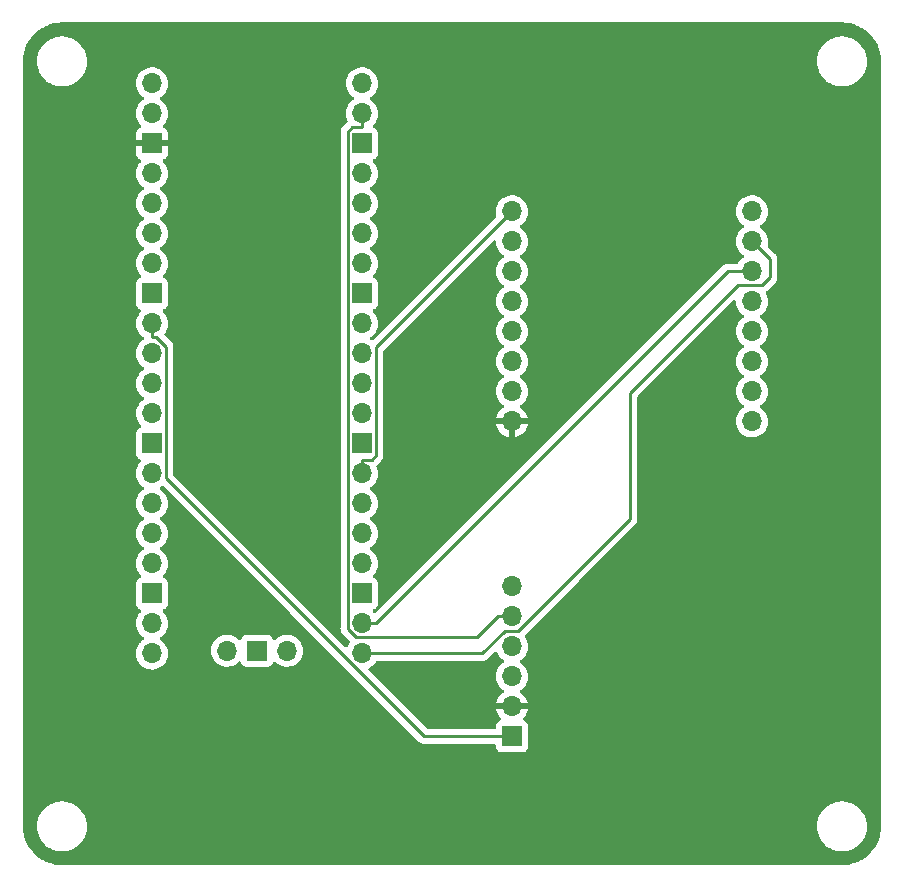
<source format=gbl>
G04 #@! TF.GenerationSoftware,KiCad,Pcbnew,(6.0.8)*
G04 #@! TF.CreationDate,2024-02-14T20:34:25-05:00*
G04 #@! TF.ProjectId,boat,626f6174-2e6b-4696-9361-645f70636258,rev?*
G04 #@! TF.SameCoordinates,Original*
G04 #@! TF.FileFunction,Copper,L2,Bot*
G04 #@! TF.FilePolarity,Positive*
%FSLAX46Y46*%
G04 Gerber Fmt 4.6, Leading zero omitted, Abs format (unit mm)*
G04 Created by KiCad (PCBNEW (6.0.8)) date 2024-02-14 20:34:25*
%MOMM*%
%LPD*%
G01*
G04 APERTURE LIST*
G04 #@! TA.AperFunction,ComponentPad*
%ADD10O,1.700000X1.700000*%
G04 #@! TD*
G04 #@! TA.AperFunction,ComponentPad*
%ADD11R,1.700000X1.700000*%
G04 #@! TD*
G04 #@! TA.AperFunction,Conductor*
%ADD12C,0.250000*%
G04 #@! TD*
G04 APERTURE END LIST*
D10*
X180340000Y-95250000D03*
X180340000Y-92710000D03*
X180340000Y-90170000D03*
X180340000Y-87630000D03*
X180340000Y-85090000D03*
X180340000Y-82550000D03*
X180340000Y-80010000D03*
X180340000Y-77470000D03*
X160020000Y-77470000D03*
X160020000Y-80010000D03*
X160020000Y-82550000D03*
X160020000Y-85090000D03*
X160020000Y-87630000D03*
X160020000Y-90170000D03*
X160020000Y-92710000D03*
X160020000Y-95250000D03*
X129540000Y-66640000D03*
X129540000Y-69180000D03*
D11*
X129540000Y-71720000D03*
D10*
X129540000Y-74260000D03*
X129540000Y-76800000D03*
X129540000Y-79340000D03*
X129540000Y-81880000D03*
D11*
X129540000Y-84420000D03*
D10*
X129540000Y-86960000D03*
X129540000Y-89500000D03*
X129540000Y-92040000D03*
X129540000Y-94580000D03*
D11*
X129540000Y-97120000D03*
D10*
X129540000Y-99660000D03*
X129540000Y-102200000D03*
X129540000Y-104740000D03*
X129540000Y-107280000D03*
D11*
X129540000Y-109820000D03*
D10*
X129540000Y-112360000D03*
X129540000Y-114900000D03*
X147320000Y-114900000D03*
X147320000Y-112360000D03*
D11*
X147320000Y-109820000D03*
D10*
X147320000Y-107280000D03*
X147320000Y-104740000D03*
X147320000Y-102200000D03*
X147320000Y-99660000D03*
D11*
X147320000Y-97120000D03*
D10*
X147320000Y-94580000D03*
X147320000Y-92040000D03*
X147320000Y-89500000D03*
X147320000Y-86960000D03*
D11*
X147320000Y-84420000D03*
D10*
X147320000Y-81880000D03*
X147320000Y-79340000D03*
X147320000Y-76800000D03*
X147320000Y-74260000D03*
D11*
X147320000Y-71720000D03*
D10*
X147320000Y-69180000D03*
X147320000Y-66640000D03*
X135890000Y-114670000D03*
D11*
X138430000Y-114670000D03*
D10*
X140970000Y-114670000D03*
D11*
X160020000Y-121920000D03*
D10*
X160020000Y-119380000D03*
X160020000Y-116840000D03*
X160020000Y-114300000D03*
X160020000Y-111760000D03*
X160020000Y-109220000D03*
D12*
X181864000Y-81534000D02*
X180340000Y-80010000D01*
X181864000Y-83058000D02*
X181864000Y-81534000D01*
X169998800Y-92875300D02*
X179149100Y-83725000D01*
X169998800Y-103549400D02*
X169998800Y-92875300D01*
X160518200Y-113030000D02*
X169998800Y-103549400D01*
X179149100Y-83725000D02*
X181197000Y-83725000D01*
X159390000Y-113030000D02*
X160518200Y-113030000D01*
X157520000Y-114900000D02*
X159390000Y-113030000D01*
X181197000Y-83725000D02*
X181864000Y-83058000D01*
X147320000Y-114900000D02*
X157520000Y-114900000D01*
X148495100Y-112360000D02*
X178305100Y-82550000D01*
X147320000Y-112360000D02*
X148495100Y-112360000D01*
X178305100Y-82550000D02*
X180340000Y-82550000D01*
X148495100Y-88994900D02*
X160020000Y-77470000D01*
X147320000Y-99660000D02*
X147320000Y-98484900D01*
X147320000Y-98484900D02*
X148127900Y-98484900D01*
X148495100Y-98117700D02*
X148495100Y-88994900D01*
X148127900Y-98484900D02*
X148495100Y-98117700D01*
X130715100Y-100060400D02*
X152574700Y-121920000D01*
X129540000Y-88135100D02*
X129907300Y-88135100D01*
X129907300Y-88135100D02*
X130715100Y-88942900D01*
X152574700Y-121920000D02*
X160020000Y-121920000D01*
X130715100Y-88942900D02*
X130715100Y-100060400D01*
X129540000Y-86960000D02*
X129540000Y-88135100D01*
X146512100Y-70355100D02*
X146135000Y-70732200D01*
X147320000Y-69180000D02*
X147320000Y-70355100D01*
X146135000Y-70732200D02*
X146135000Y-112839100D01*
X160020000Y-111760000D02*
X158844900Y-111760000D01*
X146135000Y-112839100D02*
X146841700Y-113545800D01*
X146841700Y-113545800D02*
X157059100Y-113545800D01*
X157059100Y-113545800D02*
X158844900Y-111760000D01*
X147320000Y-70355100D02*
X146512100Y-70355100D01*
G04 #@! TA.AperFunction,Conductor*
G36*
X187930018Y-61470000D02*
G01*
X187944851Y-61472310D01*
X187944855Y-61472310D01*
X187953724Y-61473691D01*
X187972436Y-61471244D01*
X187995366Y-61470353D01*
X188298503Y-61486240D01*
X188311617Y-61487618D01*
X188639898Y-61539613D01*
X188652798Y-61542355D01*
X188973846Y-61628379D01*
X188986382Y-61632453D01*
X189257468Y-61736513D01*
X189296672Y-61751562D01*
X189308720Y-61756926D01*
X189604867Y-61907820D01*
X189616288Y-61914414D01*
X189895040Y-62095437D01*
X189905710Y-62103190D01*
X190164004Y-62312352D01*
X190173805Y-62321177D01*
X190408823Y-62556195D01*
X190417648Y-62565996D01*
X190626810Y-62824290D01*
X190634563Y-62834960D01*
X190815586Y-63113712D01*
X190822180Y-63125133D01*
X190973074Y-63421280D01*
X190978438Y-63433328D01*
X191074847Y-63684479D01*
X191097545Y-63743610D01*
X191101621Y-63756154D01*
X191187645Y-64077202D01*
X191190387Y-64090102D01*
X191242382Y-64418383D01*
X191243760Y-64431500D01*
X191259262Y-64727298D01*
X191257935Y-64753273D01*
X191257691Y-64754843D01*
X191257691Y-64754849D01*
X191256309Y-64763724D01*
X191257473Y-64772626D01*
X191257473Y-64772628D01*
X191260436Y-64795283D01*
X191261500Y-64811621D01*
X191261500Y-129490633D01*
X191260000Y-129510018D01*
X191257690Y-129524851D01*
X191257690Y-129524855D01*
X191256309Y-129533724D01*
X191258136Y-129547693D01*
X191258756Y-129552433D01*
X191259647Y-129575366D01*
X191244173Y-129870613D01*
X191243760Y-129878501D01*
X191242382Y-129891617D01*
X191190387Y-130219898D01*
X191187645Y-130232798D01*
X191138621Y-130415761D01*
X191101621Y-130553846D01*
X191097547Y-130566382D01*
X191056839Y-130672431D01*
X190978438Y-130876672D01*
X190973074Y-130888720D01*
X190822180Y-131184867D01*
X190815586Y-131196288D01*
X190634563Y-131475040D01*
X190626810Y-131485710D01*
X190417648Y-131744004D01*
X190408823Y-131753805D01*
X190173805Y-131988823D01*
X190164004Y-131997648D01*
X189905710Y-132206810D01*
X189895040Y-132214563D01*
X189616288Y-132395586D01*
X189604867Y-132402180D01*
X189308720Y-132553074D01*
X189296671Y-132558438D01*
X188986382Y-132677547D01*
X188973846Y-132681621D01*
X188652798Y-132767645D01*
X188639898Y-132770387D01*
X188311617Y-132822382D01*
X188298501Y-132823760D01*
X188264848Y-132825524D01*
X188002702Y-132839262D01*
X187976727Y-132837935D01*
X187975157Y-132837691D01*
X187975151Y-132837691D01*
X187966276Y-132836309D01*
X187957374Y-132837473D01*
X187957372Y-132837473D01*
X187942323Y-132839441D01*
X187934714Y-132840436D01*
X187918379Y-132841500D01*
X121969367Y-132841500D01*
X121949982Y-132840000D01*
X121935149Y-132837690D01*
X121935145Y-132837690D01*
X121926276Y-132836309D01*
X121907564Y-132838756D01*
X121884634Y-132839647D01*
X121581497Y-132823760D01*
X121568383Y-132822382D01*
X121240102Y-132770387D01*
X121227202Y-132767645D01*
X120906154Y-132681621D01*
X120893618Y-132677547D01*
X120583329Y-132558438D01*
X120571280Y-132553074D01*
X120275133Y-132402180D01*
X120263712Y-132395586D01*
X119984960Y-132214563D01*
X119974290Y-132206810D01*
X119715996Y-131997648D01*
X119706195Y-131988823D01*
X119471177Y-131753805D01*
X119462352Y-131744004D01*
X119253190Y-131485710D01*
X119245437Y-131475040D01*
X119064414Y-131196288D01*
X119057820Y-131184867D01*
X118906926Y-130888720D01*
X118901562Y-130876672D01*
X118823161Y-130672431D01*
X118782453Y-130566382D01*
X118778379Y-130553846D01*
X118741380Y-130415761D01*
X118692355Y-130232798D01*
X118689613Y-130219898D01*
X118637618Y-129891617D01*
X118636240Y-129878501D01*
X118635827Y-129870613D01*
X118620932Y-129586413D01*
X118622506Y-129558910D01*
X118622770Y-129557341D01*
X118623576Y-129552552D01*
X118623729Y-129540000D01*
X118620560Y-129517869D01*
X119806689Y-129517869D01*
X119806936Y-129522153D01*
X119806936Y-129522154D01*
X119808245Y-129544860D01*
X119823238Y-129804883D01*
X119824063Y-129809088D01*
X119824064Y-129809096D01*
X119849528Y-129938887D01*
X119878586Y-130086995D01*
X119879973Y-130091045D01*
X119879974Y-130091050D01*
X119955557Y-130311807D01*
X119971710Y-130358986D01*
X119973637Y-130362817D01*
X120061310Y-130537135D01*
X120100885Y-130615822D01*
X120263721Y-130852750D01*
X120457206Y-131065388D01*
X120460501Y-131068143D01*
X120460502Y-131068144D01*
X120511258Y-131110582D01*
X120677759Y-131249798D01*
X120921298Y-131402571D01*
X121183318Y-131520877D01*
X121187437Y-131522097D01*
X121454857Y-131601311D01*
X121454862Y-131601312D01*
X121458970Y-131602529D01*
X121463204Y-131603177D01*
X121463209Y-131603178D01*
X121711811Y-131641219D01*
X121743153Y-131646015D01*
X121889485Y-131648314D01*
X122026317Y-131650464D01*
X122026323Y-131650464D01*
X122030608Y-131650531D01*
X122034860Y-131650016D01*
X122034868Y-131650016D01*
X122311756Y-131616508D01*
X122311761Y-131616507D01*
X122316017Y-131615992D01*
X122594097Y-131543039D01*
X122859704Y-131433021D01*
X123107922Y-131287974D01*
X123334159Y-131110582D01*
X123375285Y-131068144D01*
X123531244Y-130907206D01*
X123534227Y-130904128D01*
X123536760Y-130900680D01*
X123536764Y-130900675D01*
X123701887Y-130675886D01*
X123704425Y-130672431D01*
X123765351Y-130560220D01*
X123839554Y-130423555D01*
X123839555Y-130423553D01*
X123841604Y-130419779D01*
X123943225Y-130150848D01*
X123999680Y-129904350D01*
X124006449Y-129874797D01*
X124006450Y-129874793D01*
X124007407Y-129870613D01*
X124021675Y-129710748D01*
X124032743Y-129586726D01*
X124032743Y-129586724D01*
X124032963Y-129584260D01*
X124033086Y-129572576D01*
X124033401Y-129542484D01*
X124033401Y-129542483D01*
X124033427Y-129540000D01*
X124031918Y-129517869D01*
X185846689Y-129517869D01*
X185846936Y-129522153D01*
X185846936Y-129522154D01*
X185848245Y-129544860D01*
X185863238Y-129804883D01*
X185864063Y-129809088D01*
X185864064Y-129809096D01*
X185889528Y-129938887D01*
X185918586Y-130086995D01*
X185919973Y-130091045D01*
X185919974Y-130091050D01*
X185995557Y-130311807D01*
X186011710Y-130358986D01*
X186013637Y-130362817D01*
X186101310Y-130537135D01*
X186140885Y-130615822D01*
X186303721Y-130852750D01*
X186497206Y-131065388D01*
X186500501Y-131068143D01*
X186500502Y-131068144D01*
X186551258Y-131110582D01*
X186717759Y-131249798D01*
X186961298Y-131402571D01*
X187223318Y-131520877D01*
X187227437Y-131522097D01*
X187494857Y-131601311D01*
X187494862Y-131601312D01*
X187498970Y-131602529D01*
X187503204Y-131603177D01*
X187503209Y-131603178D01*
X187751811Y-131641219D01*
X187783153Y-131646015D01*
X187929485Y-131648314D01*
X188066317Y-131650464D01*
X188066323Y-131650464D01*
X188070608Y-131650531D01*
X188074860Y-131650016D01*
X188074868Y-131650016D01*
X188351756Y-131616508D01*
X188351761Y-131616507D01*
X188356017Y-131615992D01*
X188634097Y-131543039D01*
X188899704Y-131433021D01*
X189147922Y-131287974D01*
X189374159Y-131110582D01*
X189415285Y-131068144D01*
X189571244Y-130907206D01*
X189574227Y-130904128D01*
X189576760Y-130900680D01*
X189576764Y-130900675D01*
X189741887Y-130675886D01*
X189744425Y-130672431D01*
X189805351Y-130560220D01*
X189879554Y-130423555D01*
X189879555Y-130423553D01*
X189881604Y-130419779D01*
X189983225Y-130150848D01*
X190039680Y-129904350D01*
X190046449Y-129874797D01*
X190046450Y-129874793D01*
X190047407Y-129870613D01*
X190061675Y-129710748D01*
X190072743Y-129586726D01*
X190072743Y-129586724D01*
X190072963Y-129584260D01*
X190073086Y-129572576D01*
X190073401Y-129542484D01*
X190073401Y-129542483D01*
X190073427Y-129540000D01*
X190070326Y-129494514D01*
X190054165Y-129257452D01*
X190054164Y-129257446D01*
X190053873Y-129253175D01*
X190049336Y-129231264D01*
X189996443Y-128975855D01*
X189995574Y-128971658D01*
X189899607Y-128700657D01*
X189767750Y-128445188D01*
X189754488Y-128426317D01*
X189604904Y-128213482D01*
X189602441Y-128209977D01*
X189406740Y-127999378D01*
X189184268Y-127817287D01*
X188939142Y-127667073D01*
X188921048Y-127659130D01*
X188679830Y-127553243D01*
X188675898Y-127551517D01*
X188649963Y-127544129D01*
X188403534Y-127473932D01*
X188403535Y-127473932D01*
X188399406Y-127472756D01*
X188186704Y-127442485D01*
X188119036Y-127432854D01*
X188119034Y-127432854D01*
X188114784Y-127432249D01*
X188110495Y-127432227D01*
X188110488Y-127432226D01*
X187831583Y-127430765D01*
X187831576Y-127430765D01*
X187827297Y-127430743D01*
X187823053Y-127431302D01*
X187823049Y-127431302D01*
X187697660Y-127447810D01*
X187542266Y-127468268D01*
X187538126Y-127469401D01*
X187538124Y-127469401D01*
X187461311Y-127490415D01*
X187264964Y-127544129D01*
X187261016Y-127545813D01*
X187004476Y-127655237D01*
X187004472Y-127655239D01*
X187000524Y-127656923D01*
X186875960Y-127731473D01*
X186757521Y-127802357D01*
X186757517Y-127802360D01*
X186753839Y-127804561D01*
X186529472Y-127984313D01*
X186331577Y-128192851D01*
X186163814Y-128426317D01*
X186029288Y-128680392D01*
X185930489Y-128950373D01*
X185869245Y-129231264D01*
X185868909Y-129235534D01*
X185847196Y-129511428D01*
X185847195Y-129511428D01*
X185847196Y-129511430D01*
X185846689Y-129517869D01*
X124031918Y-129517869D01*
X124030326Y-129494514D01*
X124014165Y-129257452D01*
X124014164Y-129257446D01*
X124013873Y-129253175D01*
X124009336Y-129231264D01*
X123956443Y-128975855D01*
X123955574Y-128971658D01*
X123859607Y-128700657D01*
X123727750Y-128445188D01*
X123714488Y-128426317D01*
X123564904Y-128213482D01*
X123562441Y-128209977D01*
X123366740Y-127999378D01*
X123144268Y-127817287D01*
X122899142Y-127667073D01*
X122881048Y-127659130D01*
X122639830Y-127553243D01*
X122635898Y-127551517D01*
X122609963Y-127544129D01*
X122363534Y-127473932D01*
X122363535Y-127473932D01*
X122359406Y-127472756D01*
X122146704Y-127442485D01*
X122079036Y-127432854D01*
X122079034Y-127432854D01*
X122074784Y-127432249D01*
X122070495Y-127432227D01*
X122070488Y-127432226D01*
X121791583Y-127430765D01*
X121791576Y-127430765D01*
X121787297Y-127430743D01*
X121783053Y-127431302D01*
X121783049Y-127431302D01*
X121657660Y-127447810D01*
X121502266Y-127468268D01*
X121498126Y-127469401D01*
X121498124Y-127469401D01*
X121421311Y-127490415D01*
X121224964Y-127544129D01*
X121221016Y-127545813D01*
X120964476Y-127655237D01*
X120964472Y-127655239D01*
X120960524Y-127656923D01*
X120835960Y-127731473D01*
X120717521Y-127802357D01*
X120717517Y-127802360D01*
X120713839Y-127804561D01*
X120489472Y-127984313D01*
X120291577Y-128192851D01*
X120123814Y-128426317D01*
X119989288Y-128680392D01*
X119890489Y-128950373D01*
X119829245Y-129231264D01*
X119828909Y-129235534D01*
X119807196Y-129511428D01*
X119807195Y-129511428D01*
X119807196Y-129511430D01*
X119806689Y-129517869D01*
X118620560Y-129517869D01*
X118619773Y-129512376D01*
X118618500Y-129494514D01*
X118618500Y-114866695D01*
X128177251Y-114866695D01*
X128177548Y-114871848D01*
X128177548Y-114871851D01*
X128183011Y-114966590D01*
X128190110Y-115089715D01*
X128191247Y-115094761D01*
X128191248Y-115094767D01*
X128210297Y-115179292D01*
X128239222Y-115307639D01*
X128299014Y-115454890D01*
X128316662Y-115498351D01*
X128323266Y-115514616D01*
X128360019Y-115574592D01*
X128428601Y-115686507D01*
X128439987Y-115705088D01*
X128586250Y-115873938D01*
X128758126Y-116016632D01*
X128951000Y-116129338D01*
X129159692Y-116209030D01*
X129164760Y-116210061D01*
X129164763Y-116210062D01*
X129272017Y-116231883D01*
X129378597Y-116253567D01*
X129383772Y-116253757D01*
X129383774Y-116253757D01*
X129596673Y-116261564D01*
X129596677Y-116261564D01*
X129601837Y-116261753D01*
X129606957Y-116261097D01*
X129606959Y-116261097D01*
X129818288Y-116234025D01*
X129818289Y-116234025D01*
X129823416Y-116233368D01*
X129828366Y-116231883D01*
X130032429Y-116170661D01*
X130032434Y-116170659D01*
X130037384Y-116169174D01*
X130237994Y-116070896D01*
X130419860Y-115941173D01*
X130461842Y-115899338D01*
X130521540Y-115839848D01*
X130578096Y-115783489D01*
X130590157Y-115766705D01*
X130705435Y-115606277D01*
X130708453Y-115602077D01*
X130712145Y-115594608D01*
X130805136Y-115406453D01*
X130805137Y-115406451D01*
X130807430Y-115401811D01*
X130872370Y-115188069D01*
X130901529Y-114966590D01*
X130903156Y-114900000D01*
X130884852Y-114677361D01*
X130874637Y-114636695D01*
X134527251Y-114636695D01*
X134527548Y-114641848D01*
X134527548Y-114641851D01*
X134532868Y-114734118D01*
X134540110Y-114859715D01*
X134541247Y-114864761D01*
X134541248Y-114864767D01*
X134553475Y-114919020D01*
X134589222Y-115077639D01*
X134673266Y-115284616D01*
X134690307Y-115312425D01*
X134786201Y-115468909D01*
X134789987Y-115475088D01*
X134936250Y-115643938D01*
X135108126Y-115786632D01*
X135301000Y-115899338D01*
X135509692Y-115979030D01*
X135514760Y-115980061D01*
X135514763Y-115980062D01*
X135622017Y-116001883D01*
X135728597Y-116023567D01*
X135733772Y-116023757D01*
X135733774Y-116023757D01*
X135946673Y-116031564D01*
X135946677Y-116031564D01*
X135951837Y-116031753D01*
X135956957Y-116031097D01*
X135956959Y-116031097D01*
X136168288Y-116004025D01*
X136168289Y-116004025D01*
X136173416Y-116003368D01*
X136178366Y-116001883D01*
X136382429Y-115940661D01*
X136382434Y-115940659D01*
X136387384Y-115939174D01*
X136587994Y-115840896D01*
X136769860Y-115711173D01*
X136878091Y-115603319D01*
X136940462Y-115569404D01*
X137011268Y-115574592D01*
X137068030Y-115617238D01*
X137085012Y-115648341D01*
X137108567Y-115711173D01*
X137129385Y-115766705D01*
X137216739Y-115883261D01*
X137333295Y-115970615D01*
X137469684Y-116021745D01*
X137531866Y-116028500D01*
X139328134Y-116028500D01*
X139390316Y-116021745D01*
X139526705Y-115970615D01*
X139643261Y-115883261D01*
X139730615Y-115766705D01*
X139751433Y-115711173D01*
X139774598Y-115649382D01*
X139817240Y-115592618D01*
X139883802Y-115567918D01*
X139953150Y-115583126D01*
X139987817Y-115611114D01*
X140016250Y-115643938D01*
X140188126Y-115786632D01*
X140381000Y-115899338D01*
X140589692Y-115979030D01*
X140594760Y-115980061D01*
X140594763Y-115980062D01*
X140702017Y-116001883D01*
X140808597Y-116023567D01*
X140813772Y-116023757D01*
X140813774Y-116023757D01*
X141026673Y-116031564D01*
X141026677Y-116031564D01*
X141031837Y-116031753D01*
X141036957Y-116031097D01*
X141036959Y-116031097D01*
X141248288Y-116004025D01*
X141248289Y-116004025D01*
X141253416Y-116003368D01*
X141258366Y-116001883D01*
X141462429Y-115940661D01*
X141462434Y-115940659D01*
X141467384Y-115939174D01*
X141667994Y-115840896D01*
X141849860Y-115711173D01*
X141855967Y-115705088D01*
X141955123Y-115606277D01*
X142008096Y-115553489D01*
X142022460Y-115533500D01*
X142135435Y-115376277D01*
X142138453Y-115372077D01*
X142141718Y-115365472D01*
X142235136Y-115176453D01*
X142235137Y-115176451D01*
X142237430Y-115171811D01*
X142302370Y-114958069D01*
X142331529Y-114736590D01*
X142331713Y-114729053D01*
X142333074Y-114673365D01*
X142333074Y-114673361D01*
X142333156Y-114670000D01*
X142314852Y-114447361D01*
X142260431Y-114230702D01*
X142171354Y-114025840D01*
X142065510Y-113862230D01*
X142052822Y-113842617D01*
X142052820Y-113842614D01*
X142050014Y-113838277D01*
X141899670Y-113673051D01*
X141895619Y-113669852D01*
X141895615Y-113669848D01*
X141728414Y-113537800D01*
X141728410Y-113537798D01*
X141724359Y-113534598D01*
X141714054Y-113528909D01*
X141624081Y-113479242D01*
X141528789Y-113426638D01*
X141523920Y-113424914D01*
X141523916Y-113424912D01*
X141323087Y-113353795D01*
X141323083Y-113353794D01*
X141318212Y-113352069D01*
X141313119Y-113351162D01*
X141313116Y-113351161D01*
X141103373Y-113313800D01*
X141103367Y-113313799D01*
X141098284Y-113312894D01*
X141024452Y-113311992D01*
X140880081Y-113310228D01*
X140880079Y-113310228D01*
X140874911Y-113310165D01*
X140654091Y-113343955D01*
X140441756Y-113413357D01*
X140243607Y-113516507D01*
X140239474Y-113519610D01*
X140239471Y-113519612D01*
X140074658Y-113643357D01*
X140064965Y-113650635D01*
X140008537Y-113709684D01*
X139984283Y-113735064D01*
X139922759Y-113770494D01*
X139851846Y-113767037D01*
X139794060Y-113725791D01*
X139775207Y-113692243D01*
X139733767Y-113581703D01*
X139730615Y-113573295D01*
X139643261Y-113456739D01*
X139526705Y-113369385D01*
X139390316Y-113318255D01*
X139328134Y-113311500D01*
X137531866Y-113311500D01*
X137469684Y-113318255D01*
X137333295Y-113369385D01*
X137216739Y-113456739D01*
X137129385Y-113573295D01*
X137126233Y-113581703D01*
X137084919Y-113691907D01*
X137042277Y-113748671D01*
X136975716Y-113773371D01*
X136906367Y-113758163D01*
X136873743Y-113732476D01*
X136823151Y-113676875D01*
X136823142Y-113676866D01*
X136819670Y-113673051D01*
X136815619Y-113669852D01*
X136815615Y-113669848D01*
X136648414Y-113537800D01*
X136648410Y-113537798D01*
X136644359Y-113534598D01*
X136634054Y-113528909D01*
X136544081Y-113479242D01*
X136448789Y-113426638D01*
X136443920Y-113424914D01*
X136443916Y-113424912D01*
X136243087Y-113353795D01*
X136243083Y-113353794D01*
X136238212Y-113352069D01*
X136233119Y-113351162D01*
X136233116Y-113351161D01*
X136023373Y-113313800D01*
X136023367Y-113313799D01*
X136018284Y-113312894D01*
X135944452Y-113311992D01*
X135800081Y-113310228D01*
X135800079Y-113310228D01*
X135794911Y-113310165D01*
X135574091Y-113343955D01*
X135361756Y-113413357D01*
X135163607Y-113516507D01*
X135159474Y-113519610D01*
X135159471Y-113519612D01*
X134994658Y-113643357D01*
X134984965Y-113650635D01*
X134946043Y-113691364D01*
X134873729Y-113767037D01*
X134830629Y-113812138D01*
X134827715Y-113816410D01*
X134827714Y-113816411D01*
X134781354Y-113884373D01*
X134704743Y-113996680D01*
X134679834Y-114050342D01*
X134620555Y-114178049D01*
X134610688Y-114199305D01*
X134550989Y-114414570D01*
X134527251Y-114636695D01*
X130874637Y-114636695D01*
X130830431Y-114460702D01*
X130741354Y-114255840D01*
X130682117Y-114164274D01*
X130622822Y-114072617D01*
X130622820Y-114072614D01*
X130620014Y-114068277D01*
X130469670Y-113903051D01*
X130465619Y-113899852D01*
X130465615Y-113899848D01*
X130298414Y-113767800D01*
X130298410Y-113767798D01*
X130294359Y-113764598D01*
X130253053Y-113741796D01*
X130203084Y-113691364D01*
X130188312Y-113621921D01*
X130213428Y-113555516D01*
X130240780Y-113528909D01*
X130284603Y-113497650D01*
X130419860Y-113401173D01*
X130446355Y-113374771D01*
X130574435Y-113247137D01*
X130578096Y-113243489D01*
X130592363Y-113223635D01*
X130705435Y-113066277D01*
X130708453Y-113062077D01*
X130719853Y-113039012D01*
X130805136Y-112866453D01*
X130805137Y-112866451D01*
X130807430Y-112861811D01*
X130872370Y-112648069D01*
X130901529Y-112426590D01*
X130903156Y-112360000D01*
X130884852Y-112137361D01*
X130830431Y-111920702D01*
X130741354Y-111715840D01*
X130620014Y-111528277D01*
X130616532Y-111524450D01*
X130472798Y-111366488D01*
X130441746Y-111302642D01*
X130450141Y-111232143D01*
X130495317Y-111177375D01*
X130521761Y-111163706D01*
X130628297Y-111123767D01*
X130636705Y-111120615D01*
X130753261Y-111033261D01*
X130840615Y-110916705D01*
X130891745Y-110780316D01*
X130898500Y-110718134D01*
X130898500Y-108921866D01*
X130891745Y-108859684D01*
X130840615Y-108723295D01*
X130753261Y-108606739D01*
X130636705Y-108519385D01*
X130624132Y-108514672D01*
X130518203Y-108474960D01*
X130461439Y-108432318D01*
X130436739Y-108365756D01*
X130451947Y-108296408D01*
X130473493Y-108267727D01*
X130574435Y-108167137D01*
X130578096Y-108163489D01*
X130637594Y-108080689D01*
X130705435Y-107986277D01*
X130708453Y-107982077D01*
X130752006Y-107893955D01*
X130805136Y-107786453D01*
X130805137Y-107786451D01*
X130807430Y-107781811D01*
X130872370Y-107568069D01*
X130901529Y-107346590D01*
X130903156Y-107280000D01*
X130884852Y-107057361D01*
X130830431Y-106840702D01*
X130741354Y-106635840D01*
X130620014Y-106448277D01*
X130469670Y-106283051D01*
X130465619Y-106279852D01*
X130465615Y-106279848D01*
X130298414Y-106147800D01*
X130298410Y-106147798D01*
X130294359Y-106144598D01*
X130253053Y-106121796D01*
X130203084Y-106071364D01*
X130188312Y-106001921D01*
X130213428Y-105935516D01*
X130240780Y-105908909D01*
X130284603Y-105877650D01*
X130419860Y-105781173D01*
X130578096Y-105623489D01*
X130637594Y-105540689D01*
X130705435Y-105446277D01*
X130708453Y-105442077D01*
X130807430Y-105241811D01*
X130872370Y-105028069D01*
X130901529Y-104806590D01*
X130903156Y-104740000D01*
X130884852Y-104517361D01*
X130830431Y-104300702D01*
X130741354Y-104095840D01*
X130701906Y-104034862D01*
X130622822Y-103912617D01*
X130622820Y-103912614D01*
X130620014Y-103908277D01*
X130469670Y-103743051D01*
X130465619Y-103739852D01*
X130465615Y-103739848D01*
X130298414Y-103607800D01*
X130298410Y-103607798D01*
X130294359Y-103604598D01*
X130253053Y-103581796D01*
X130203084Y-103531364D01*
X130188312Y-103461921D01*
X130213428Y-103395516D01*
X130240780Y-103368909D01*
X130303879Y-103323901D01*
X130419860Y-103241173D01*
X130426250Y-103234806D01*
X130574435Y-103087137D01*
X130578096Y-103083489D01*
X130637594Y-103000689D01*
X130705435Y-102906277D01*
X130708453Y-102902077D01*
X130807430Y-102701811D01*
X130872370Y-102488069D01*
X130901529Y-102266590D01*
X130903156Y-102200000D01*
X130884852Y-101977361D01*
X130830431Y-101760702D01*
X130741354Y-101555840D01*
X130620014Y-101368277D01*
X130469670Y-101203051D01*
X130465619Y-101199852D01*
X130465615Y-101199848D01*
X130298414Y-101067800D01*
X130298410Y-101067798D01*
X130294359Y-101064598D01*
X130253053Y-101041796D01*
X130203084Y-100991364D01*
X130188312Y-100921921D01*
X130213428Y-100855516D01*
X130240779Y-100828910D01*
X130356431Y-100746416D01*
X130423505Y-100723142D01*
X130492513Y-100739825D01*
X130518695Y-100759899D01*
X141305837Y-111547042D01*
X152071048Y-122312253D01*
X152078588Y-122320539D01*
X152082700Y-122327018D01*
X152088477Y-122332443D01*
X152132351Y-122373643D01*
X152135193Y-122376398D01*
X152154930Y-122396135D01*
X152158127Y-122398615D01*
X152167147Y-122406318D01*
X152199379Y-122436586D01*
X152206325Y-122440405D01*
X152206328Y-122440407D01*
X152217134Y-122446348D01*
X152233653Y-122457199D01*
X152249659Y-122469614D01*
X152256928Y-122472759D01*
X152256932Y-122472762D01*
X152290237Y-122487174D01*
X152300887Y-122492391D01*
X152339640Y-122513695D01*
X152347315Y-122515666D01*
X152347316Y-122515666D01*
X152359262Y-122518733D01*
X152377967Y-122525137D01*
X152396555Y-122533181D01*
X152404378Y-122534420D01*
X152404388Y-122534423D01*
X152440224Y-122540099D01*
X152451844Y-122542505D01*
X152486989Y-122551528D01*
X152494670Y-122553500D01*
X152514924Y-122553500D01*
X152534634Y-122555051D01*
X152554643Y-122558220D01*
X152562535Y-122557474D01*
X152598661Y-122554059D01*
X152610519Y-122553500D01*
X158535500Y-122553500D01*
X158603621Y-122573502D01*
X158650114Y-122627158D01*
X158661500Y-122679500D01*
X158661500Y-122818134D01*
X158668255Y-122880316D01*
X158719385Y-123016705D01*
X158806739Y-123133261D01*
X158923295Y-123220615D01*
X159059684Y-123271745D01*
X159121866Y-123278500D01*
X160918134Y-123278500D01*
X160980316Y-123271745D01*
X161116705Y-123220615D01*
X161233261Y-123133261D01*
X161320615Y-123016705D01*
X161371745Y-122880316D01*
X161378500Y-122818134D01*
X161378500Y-121021866D01*
X161371745Y-120959684D01*
X161320615Y-120823295D01*
X161233261Y-120706739D01*
X161116705Y-120619385D01*
X160997687Y-120574767D01*
X160940923Y-120532125D01*
X160916223Y-120465564D01*
X160931430Y-120396215D01*
X160952977Y-120367535D01*
X161054052Y-120266812D01*
X161060730Y-120258965D01*
X161185003Y-120086020D01*
X161190313Y-120077183D01*
X161284670Y-119886267D01*
X161288469Y-119876672D01*
X161350377Y-119672910D01*
X161352555Y-119662837D01*
X161353986Y-119651962D01*
X161351775Y-119637778D01*
X161338617Y-119634000D01*
X158703225Y-119634000D01*
X158689694Y-119637973D01*
X158688257Y-119647966D01*
X158718565Y-119782446D01*
X158721645Y-119792275D01*
X158801770Y-119989603D01*
X158806413Y-119998794D01*
X158917694Y-120180388D01*
X158923777Y-120188699D01*
X159063213Y-120349667D01*
X159070577Y-120356879D01*
X159075522Y-120360985D01*
X159115156Y-120419889D01*
X159116653Y-120490870D01*
X159079537Y-120551392D01*
X159039264Y-120575910D01*
X158931705Y-120616232D01*
X158931704Y-120616233D01*
X158923295Y-120619385D01*
X158806739Y-120706739D01*
X158719385Y-120823295D01*
X158668255Y-120959684D01*
X158661500Y-121021866D01*
X158661500Y-121160500D01*
X158641498Y-121228621D01*
X158587842Y-121275114D01*
X158535500Y-121286500D01*
X152889294Y-121286500D01*
X152821173Y-121266498D01*
X152800199Y-121249595D01*
X147876549Y-116325944D01*
X147842523Y-116263632D01*
X147847588Y-116192817D01*
X147890135Y-116135981D01*
X147910212Y-116123698D01*
X148013346Y-116073173D01*
X148017994Y-116070896D01*
X148199860Y-115941173D01*
X148241842Y-115899338D01*
X148301540Y-115839848D01*
X148358096Y-115783489D01*
X148370157Y-115766705D01*
X148485435Y-115606277D01*
X148488453Y-115602077D01*
X148490746Y-115597437D01*
X148492446Y-115594608D01*
X148544674Y-115546518D01*
X148600451Y-115533500D01*
X157441233Y-115533500D01*
X157452416Y-115534027D01*
X157459909Y-115535702D01*
X157467835Y-115535453D01*
X157467836Y-115535453D01*
X157527986Y-115533562D01*
X157531945Y-115533500D01*
X157559856Y-115533500D01*
X157563791Y-115533003D01*
X157563856Y-115532995D01*
X157575693Y-115532062D01*
X157607951Y-115531048D01*
X157611970Y-115530922D01*
X157619889Y-115530673D01*
X157639343Y-115525021D01*
X157658700Y-115521013D01*
X157670930Y-115519468D01*
X157670931Y-115519468D01*
X157678797Y-115518474D01*
X157686168Y-115515555D01*
X157686170Y-115515555D01*
X157719912Y-115502196D01*
X157731142Y-115498351D01*
X157765983Y-115488229D01*
X157765984Y-115488229D01*
X157773593Y-115486018D01*
X157780412Y-115481985D01*
X157780417Y-115481983D01*
X157791028Y-115475707D01*
X157808776Y-115467012D01*
X157827617Y-115459552D01*
X157863387Y-115433564D01*
X157873307Y-115427048D01*
X157904535Y-115408580D01*
X157904538Y-115408578D01*
X157911362Y-115404542D01*
X157925683Y-115390221D01*
X157940717Y-115377380D01*
X157950694Y-115370131D01*
X157957107Y-115365472D01*
X157985298Y-115331395D01*
X157993288Y-115322616D01*
X158552825Y-114763079D01*
X158615137Y-114729053D01*
X158685952Y-114734118D01*
X158742788Y-114776665D01*
X158758663Y-114804771D01*
X158801320Y-114909825D01*
X158801323Y-114909831D01*
X158803266Y-114914616D01*
X158805965Y-114919020D01*
X158907400Y-115084547D01*
X158919987Y-115105088D01*
X159066250Y-115273938D01*
X159182115Y-115370131D01*
X159223564Y-115404542D01*
X159238126Y-115416632D01*
X159255951Y-115427048D01*
X159311445Y-115459476D01*
X159360169Y-115511114D01*
X159373240Y-115580897D01*
X159346509Y-115646669D01*
X159306055Y-115680027D01*
X159293607Y-115686507D01*
X159289474Y-115689610D01*
X159289471Y-115689612D01*
X159119100Y-115817530D01*
X159114965Y-115820635D01*
X159111393Y-115824373D01*
X158968629Y-115973767D01*
X158960629Y-115982138D01*
X158834743Y-116166680D01*
X158740688Y-116369305D01*
X158680989Y-116584570D01*
X158657251Y-116806695D01*
X158657548Y-116811848D01*
X158657548Y-116811851D01*
X158663011Y-116906590D01*
X158670110Y-117029715D01*
X158671247Y-117034761D01*
X158671248Y-117034767D01*
X158691119Y-117122939D01*
X158719222Y-117247639D01*
X158803266Y-117454616D01*
X158919987Y-117645088D01*
X159066250Y-117813938D01*
X159238126Y-117956632D01*
X159311955Y-117999774D01*
X159360679Y-118051412D01*
X159373750Y-118121195D01*
X159347019Y-118186967D01*
X159306562Y-118220327D01*
X159298457Y-118224546D01*
X159289738Y-118230036D01*
X159119433Y-118357905D01*
X159111726Y-118364748D01*
X158964590Y-118518717D01*
X158958104Y-118526727D01*
X158838098Y-118702649D01*
X158833000Y-118711623D01*
X158743338Y-118904783D01*
X158739775Y-118914470D01*
X158684389Y-119114183D01*
X158685912Y-119122607D01*
X158698292Y-119126000D01*
X161338344Y-119126000D01*
X161351875Y-119122027D01*
X161353180Y-119112947D01*
X161311214Y-118945875D01*
X161307894Y-118936124D01*
X161222972Y-118740814D01*
X161218105Y-118731739D01*
X161102426Y-118552926D01*
X161096136Y-118544757D01*
X160952806Y-118387240D01*
X160945273Y-118380215D01*
X160778139Y-118248222D01*
X160769556Y-118242520D01*
X160732602Y-118222120D01*
X160682631Y-118171687D01*
X160667859Y-118102245D01*
X160692975Y-118035839D01*
X160720327Y-118009232D01*
X160743797Y-117992491D01*
X160899860Y-117881173D01*
X161058096Y-117723489D01*
X161117594Y-117640689D01*
X161185435Y-117546277D01*
X161188453Y-117542077D01*
X161287430Y-117341811D01*
X161352370Y-117128069D01*
X161381529Y-116906590D01*
X161383156Y-116840000D01*
X161364852Y-116617361D01*
X161310431Y-116400702D01*
X161221354Y-116195840D01*
X161138581Y-116067892D01*
X161102822Y-116012617D01*
X161102820Y-116012614D01*
X161100014Y-116008277D01*
X160949670Y-115843051D01*
X160945619Y-115839852D01*
X160945615Y-115839848D01*
X160778414Y-115707800D01*
X160778410Y-115707798D01*
X160774359Y-115704598D01*
X160733053Y-115681796D01*
X160683084Y-115631364D01*
X160668312Y-115561921D01*
X160693428Y-115495516D01*
X160720780Y-115468909D01*
X160779467Y-115427048D01*
X160899860Y-115341173D01*
X160933512Y-115307639D01*
X160981209Y-115260107D01*
X161058096Y-115183489D01*
X161066488Y-115171811D01*
X161185435Y-115006277D01*
X161188453Y-115002077D01*
X161207648Y-114963240D01*
X161285136Y-114806453D01*
X161285137Y-114806451D01*
X161287430Y-114801811D01*
X161352370Y-114588069D01*
X161381529Y-114366590D01*
X161383156Y-114300000D01*
X161364852Y-114077361D01*
X161310431Y-113860702D01*
X161221354Y-113655840D01*
X161166542Y-113571114D01*
X161106555Y-113478387D01*
X161086348Y-113410327D01*
X161106144Y-113342146D01*
X161123252Y-113320852D01*
X165720810Y-108723295D01*
X170391053Y-104053052D01*
X170399339Y-104045512D01*
X170405818Y-104041400D01*
X170452444Y-103991748D01*
X170455198Y-103988907D01*
X170474935Y-103969170D01*
X170477415Y-103965973D01*
X170485120Y-103956951D01*
X170509959Y-103930500D01*
X170515386Y-103924721D01*
X170519205Y-103917775D01*
X170519207Y-103917772D01*
X170525148Y-103906966D01*
X170535999Y-103890447D01*
X170539129Y-103886411D01*
X170548414Y-103874441D01*
X170551559Y-103867172D01*
X170551562Y-103867168D01*
X170565974Y-103833863D01*
X170571191Y-103823213D01*
X170592495Y-103784460D01*
X170597533Y-103764837D01*
X170603937Y-103746134D01*
X170608833Y-103734820D01*
X170608833Y-103734819D01*
X170611981Y-103727545D01*
X170613220Y-103719722D01*
X170613223Y-103719712D01*
X170618899Y-103683876D01*
X170621305Y-103672256D01*
X170630328Y-103637111D01*
X170630328Y-103637110D01*
X170632300Y-103629430D01*
X170632300Y-103609176D01*
X170633851Y-103589465D01*
X170635780Y-103577286D01*
X170637020Y-103569457D01*
X170632859Y-103525438D01*
X170632300Y-103513581D01*
X170632300Y-93189894D01*
X170652302Y-93121773D01*
X170669205Y-93100799D01*
X178764152Y-85005852D01*
X178826464Y-84971826D01*
X178897279Y-84976891D01*
X178954115Y-85019438D01*
X178979038Y-85087694D01*
X178983011Y-85156590D01*
X178990110Y-85279715D01*
X178991247Y-85284761D01*
X178991248Y-85284767D01*
X179011011Y-85372460D01*
X179039222Y-85497639D01*
X179123266Y-85704616D01*
X179159476Y-85763706D01*
X179226904Y-85873738D01*
X179239987Y-85895088D01*
X179243367Y-85898990D01*
X179254352Y-85911671D01*
X179386250Y-86063938D01*
X179558126Y-86206632D01*
X179628595Y-86247811D01*
X179631445Y-86249476D01*
X179680169Y-86301114D01*
X179693240Y-86370897D01*
X179666509Y-86436669D01*
X179626055Y-86470027D01*
X179613607Y-86476507D01*
X179609474Y-86479610D01*
X179609471Y-86479612D01*
X179548061Y-86525720D01*
X179434965Y-86610635D01*
X179431393Y-86614373D01*
X179340290Y-86709707D01*
X179280629Y-86772138D01*
X179154743Y-86956680D01*
X179139003Y-86990590D01*
X179065140Y-87149715D01*
X179060688Y-87159305D01*
X179000989Y-87374570D01*
X178977251Y-87596695D01*
X178977548Y-87601848D01*
X178977548Y-87601851D01*
X178983011Y-87696590D01*
X178990110Y-87819715D01*
X178991247Y-87824761D01*
X178991248Y-87824767D01*
X179002948Y-87876682D01*
X179039222Y-88037639D01*
X179077461Y-88131811D01*
X179116984Y-88229144D01*
X179123266Y-88244616D01*
X179239987Y-88435088D01*
X179386250Y-88603938D01*
X179457797Y-88663337D01*
X179553742Y-88742992D01*
X179558126Y-88746632D01*
X179622250Y-88784103D01*
X179631445Y-88789476D01*
X179680169Y-88841114D01*
X179693240Y-88910897D01*
X179666509Y-88976669D01*
X179626055Y-89010027D01*
X179613607Y-89016507D01*
X179609474Y-89019610D01*
X179609471Y-89019612D01*
X179585247Y-89037800D01*
X179434965Y-89150635D01*
X179431393Y-89154373D01*
X179340290Y-89249707D01*
X179280629Y-89312138D01*
X179154743Y-89496680D01*
X179139003Y-89530590D01*
X179065140Y-89689715D01*
X179060688Y-89699305D01*
X179000989Y-89914570D01*
X178977251Y-90136695D01*
X178977548Y-90141848D01*
X178977548Y-90141851D01*
X178983011Y-90236590D01*
X178990110Y-90359715D01*
X178991247Y-90364761D01*
X178991248Y-90364767D01*
X179011119Y-90452939D01*
X179039222Y-90577639D01*
X179077461Y-90671811D01*
X179116984Y-90769144D01*
X179123266Y-90784616D01*
X179239987Y-90975088D01*
X179386250Y-91143938D01*
X179558126Y-91286632D01*
X179628595Y-91327811D01*
X179631445Y-91329476D01*
X179680169Y-91381114D01*
X179693240Y-91450897D01*
X179666509Y-91516669D01*
X179626055Y-91550027D01*
X179613607Y-91556507D01*
X179609474Y-91559610D01*
X179609471Y-91559612D01*
X179585247Y-91577800D01*
X179434965Y-91690635D01*
X179431393Y-91694373D01*
X179340290Y-91789707D01*
X179280629Y-91852138D01*
X179154743Y-92036680D01*
X179139003Y-92070590D01*
X179065140Y-92229715D01*
X179060688Y-92239305D01*
X179000989Y-92454570D01*
X178977251Y-92676695D01*
X178977548Y-92681848D01*
X178977548Y-92681851D01*
X178986392Y-92835235D01*
X178990110Y-92899715D01*
X178991247Y-92904761D01*
X178991248Y-92904767D01*
X178991340Y-92905175D01*
X179039222Y-93117639D01*
X179077461Y-93211811D01*
X179116984Y-93309144D01*
X179123266Y-93324616D01*
X179239987Y-93515088D01*
X179386250Y-93683938D01*
X179558126Y-93826632D01*
X179628595Y-93867811D01*
X179631445Y-93869476D01*
X179680169Y-93921114D01*
X179693240Y-93990897D01*
X179666509Y-94056669D01*
X179626055Y-94090027D01*
X179613607Y-94096507D01*
X179609474Y-94099610D01*
X179609471Y-94099612D01*
X179585247Y-94117800D01*
X179434965Y-94230635D01*
X179431393Y-94234373D01*
X179340290Y-94329707D01*
X179280629Y-94392138D01*
X179277715Y-94396410D01*
X179277714Y-94396411D01*
X179265404Y-94414457D01*
X179154743Y-94576680D01*
X179139003Y-94610590D01*
X179065140Y-94769715D01*
X179060688Y-94779305D01*
X179000989Y-94994570D01*
X178977251Y-95216695D01*
X178977548Y-95221848D01*
X178977548Y-95221851D01*
X178983011Y-95316590D01*
X178990110Y-95439715D01*
X178991247Y-95444761D01*
X178991248Y-95444767D01*
X179005449Y-95507778D01*
X179039222Y-95657639D01*
X179123266Y-95864616D01*
X179149079Y-95906739D01*
X179225657Y-96031703D01*
X179239987Y-96055088D01*
X179386250Y-96223938D01*
X179558126Y-96366632D01*
X179751000Y-96479338D01*
X179959692Y-96559030D01*
X179964760Y-96560061D01*
X179964763Y-96560062D01*
X180059862Y-96579410D01*
X180178597Y-96603567D01*
X180183772Y-96603757D01*
X180183774Y-96603757D01*
X180396673Y-96611564D01*
X180396677Y-96611564D01*
X180401837Y-96611753D01*
X180406957Y-96611097D01*
X180406959Y-96611097D01*
X180618288Y-96584025D01*
X180618289Y-96584025D01*
X180623416Y-96583368D01*
X180628366Y-96581883D01*
X180832429Y-96520661D01*
X180832434Y-96520659D01*
X180837384Y-96519174D01*
X181037994Y-96420896D01*
X181219860Y-96291173D01*
X181378096Y-96133489D01*
X181437594Y-96050689D01*
X181505435Y-95956277D01*
X181508453Y-95952077D01*
X181530861Y-95906739D01*
X181605136Y-95756453D01*
X181605137Y-95756451D01*
X181607430Y-95751811D01*
X181672370Y-95538069D01*
X181701529Y-95316590D01*
X181703156Y-95250000D01*
X181684852Y-95027361D01*
X181630431Y-94810702D01*
X181541354Y-94605840D01*
X181420014Y-94418277D01*
X181269670Y-94253051D01*
X181265619Y-94249852D01*
X181265615Y-94249848D01*
X181098414Y-94117800D01*
X181098410Y-94117798D01*
X181094359Y-94114598D01*
X181053053Y-94091796D01*
X181003084Y-94041364D01*
X180988312Y-93971921D01*
X181013428Y-93905516D01*
X181040780Y-93878909D01*
X181084603Y-93847650D01*
X181219860Y-93751173D01*
X181378096Y-93593489D01*
X181437594Y-93510689D01*
X181505435Y-93416277D01*
X181508453Y-93412077D01*
X181521011Y-93386669D01*
X181605136Y-93216453D01*
X181605137Y-93216451D01*
X181607430Y-93211811D01*
X181641158Y-93100799D01*
X181670865Y-93003023D01*
X181670865Y-93003021D01*
X181672370Y-92998069D01*
X181701529Y-92776590D01*
X181703156Y-92710000D01*
X181684852Y-92487361D01*
X181630431Y-92270702D01*
X181541354Y-92065840D01*
X181420014Y-91878277D01*
X181269670Y-91713051D01*
X181265619Y-91709852D01*
X181265615Y-91709848D01*
X181098414Y-91577800D01*
X181098410Y-91577798D01*
X181094359Y-91574598D01*
X181053053Y-91551796D01*
X181003084Y-91501364D01*
X180988312Y-91431921D01*
X181013428Y-91365516D01*
X181040780Y-91338909D01*
X181084603Y-91307650D01*
X181219860Y-91211173D01*
X181378096Y-91053489D01*
X181437594Y-90970689D01*
X181505435Y-90876277D01*
X181508453Y-90872077D01*
X181521011Y-90846669D01*
X181605136Y-90676453D01*
X181605137Y-90676451D01*
X181607430Y-90671811D01*
X181639900Y-90564940D01*
X181670865Y-90463023D01*
X181670865Y-90463021D01*
X181672370Y-90458069D01*
X181701529Y-90236590D01*
X181703156Y-90170000D01*
X181684852Y-89947361D01*
X181630431Y-89730702D01*
X181541354Y-89525840D01*
X181420014Y-89338277D01*
X181269670Y-89173051D01*
X181265619Y-89169852D01*
X181265615Y-89169848D01*
X181098414Y-89037800D01*
X181098410Y-89037798D01*
X181094359Y-89034598D01*
X181053053Y-89011796D01*
X181003084Y-88961364D01*
X180988312Y-88891921D01*
X181013428Y-88825516D01*
X181040780Y-88798909D01*
X181084603Y-88767650D01*
X181219860Y-88671173D01*
X181227724Y-88663337D01*
X181361323Y-88530203D01*
X181378096Y-88513489D01*
X181437594Y-88430689D01*
X181505435Y-88336277D01*
X181508453Y-88332077D01*
X181521011Y-88306669D01*
X181605136Y-88136453D01*
X181605137Y-88136451D01*
X181607430Y-88131811D01*
X181660275Y-87957877D01*
X181670865Y-87923023D01*
X181670865Y-87923021D01*
X181672370Y-87918069D01*
X181701529Y-87696590D01*
X181701611Y-87693240D01*
X181703074Y-87633365D01*
X181703074Y-87633361D01*
X181703156Y-87630000D01*
X181684852Y-87407361D01*
X181630431Y-87190702D01*
X181541354Y-86985840D01*
X181420014Y-86798277D01*
X181269670Y-86633051D01*
X181265619Y-86629852D01*
X181265615Y-86629848D01*
X181098414Y-86497800D01*
X181098410Y-86497798D01*
X181094359Y-86494598D01*
X181053053Y-86471796D01*
X181003084Y-86421364D01*
X180988312Y-86351921D01*
X181013428Y-86285516D01*
X181040780Y-86258909D01*
X181084603Y-86227650D01*
X181219860Y-86131173D01*
X181378096Y-85973489D01*
X181385597Y-85963051D01*
X181505435Y-85796277D01*
X181508453Y-85792077D01*
X181543772Y-85720615D01*
X181605136Y-85596453D01*
X181605137Y-85596451D01*
X181607430Y-85591811D01*
X181672370Y-85378069D01*
X181701529Y-85156590D01*
X181703156Y-85090000D01*
X181684852Y-84867361D01*
X181630431Y-84650702D01*
X181541354Y-84445840D01*
X181524398Y-84419630D01*
X181504191Y-84351570D01*
X181523987Y-84283389D01*
X181566052Y-84242736D01*
X181581534Y-84233580D01*
X181588362Y-84229542D01*
X181602683Y-84215221D01*
X181617717Y-84202380D01*
X181627694Y-84195131D01*
X181634107Y-84190472D01*
X181662298Y-84156395D01*
X181670288Y-84147616D01*
X182256247Y-83561657D01*
X182264537Y-83554113D01*
X182271018Y-83550000D01*
X182317659Y-83500332D01*
X182320413Y-83497491D01*
X182340134Y-83477770D01*
X182342612Y-83474575D01*
X182350318Y-83465553D01*
X182355829Y-83459684D01*
X182380586Y-83433321D01*
X182390346Y-83415568D01*
X182401199Y-83399045D01*
X182408753Y-83389306D01*
X182413613Y-83383041D01*
X182431176Y-83342457D01*
X182436383Y-83331827D01*
X182457695Y-83293060D01*
X182459666Y-83285383D01*
X182459668Y-83285378D01*
X182462732Y-83273442D01*
X182469138Y-83254730D01*
X182474034Y-83243417D01*
X182477181Y-83236145D01*
X182480702Y-83213919D01*
X182484097Y-83192481D01*
X182486504Y-83180860D01*
X182495528Y-83145711D01*
X182495528Y-83145710D01*
X182497500Y-83138030D01*
X182497500Y-83117769D01*
X182499051Y-83098058D01*
X182500979Y-83085885D01*
X182502219Y-83078057D01*
X182498059Y-83034046D01*
X182497500Y-83022189D01*
X182497500Y-81612763D01*
X182498027Y-81601579D01*
X182499701Y-81594091D01*
X182497562Y-81526032D01*
X182497500Y-81522075D01*
X182497500Y-81494144D01*
X182496994Y-81490138D01*
X182496061Y-81478292D01*
X182494922Y-81442037D01*
X182494673Y-81434110D01*
X182489022Y-81414658D01*
X182485014Y-81395306D01*
X182483468Y-81383068D01*
X182483467Y-81383066D01*
X182482474Y-81375203D01*
X182466194Y-81334086D01*
X182462359Y-81322885D01*
X182450018Y-81280406D01*
X182445985Y-81273587D01*
X182445983Y-81273582D01*
X182439707Y-81262971D01*
X182431010Y-81245221D01*
X182423552Y-81226383D01*
X182397571Y-81190623D01*
X182391053Y-81180701D01*
X182372578Y-81149460D01*
X182372574Y-81149455D01*
X182368542Y-81142637D01*
X182354218Y-81128313D01*
X182341376Y-81113278D01*
X182329472Y-81096893D01*
X182295406Y-81068711D01*
X182286627Y-81060722D01*
X181691218Y-80465313D01*
X181657192Y-80403001D01*
X181659755Y-80339589D01*
X181667549Y-80313938D01*
X181672370Y-80298069D01*
X181701529Y-80076590D01*
X181703156Y-80010000D01*
X181684852Y-79787361D01*
X181630431Y-79570702D01*
X181541354Y-79365840D01*
X181420014Y-79178277D01*
X181269670Y-79013051D01*
X181265619Y-79009852D01*
X181265615Y-79009848D01*
X181098414Y-78877800D01*
X181098410Y-78877798D01*
X181094359Y-78874598D01*
X181053053Y-78851796D01*
X181003084Y-78801364D01*
X180988312Y-78731921D01*
X181013428Y-78665516D01*
X181040780Y-78638909D01*
X181084603Y-78607650D01*
X181219860Y-78511173D01*
X181378096Y-78353489D01*
X181385597Y-78343051D01*
X181505435Y-78176277D01*
X181508453Y-78172077D01*
X181521011Y-78146669D01*
X181605136Y-77976453D01*
X181605137Y-77976451D01*
X181607430Y-77971811D01*
X181657301Y-77807668D01*
X181670865Y-77763023D01*
X181670865Y-77763021D01*
X181672370Y-77758069D01*
X181701529Y-77536590D01*
X181703156Y-77470000D01*
X181684852Y-77247361D01*
X181630431Y-77030702D01*
X181541354Y-76825840D01*
X181420014Y-76638277D01*
X181269670Y-76473051D01*
X181265619Y-76469852D01*
X181265615Y-76469848D01*
X181098414Y-76337800D01*
X181098410Y-76337798D01*
X181094359Y-76334598D01*
X180898789Y-76226638D01*
X180893920Y-76224914D01*
X180893916Y-76224912D01*
X180693087Y-76153795D01*
X180693083Y-76153794D01*
X180688212Y-76152069D01*
X180683119Y-76151162D01*
X180683116Y-76151161D01*
X180473373Y-76113800D01*
X180473367Y-76113799D01*
X180468284Y-76112894D01*
X180394452Y-76111992D01*
X180250081Y-76110228D01*
X180250079Y-76110228D01*
X180244911Y-76110165D01*
X180024091Y-76143955D01*
X179811756Y-76213357D01*
X179613607Y-76316507D01*
X179609474Y-76319610D01*
X179609471Y-76319612D01*
X179548061Y-76365720D01*
X179434965Y-76450635D01*
X179431393Y-76454373D01*
X179340290Y-76549707D01*
X179280629Y-76612138D01*
X179154743Y-76796680D01*
X179139003Y-76830590D01*
X179065140Y-76989715D01*
X179060688Y-76999305D01*
X179000989Y-77214570D01*
X178977251Y-77436695D01*
X178977548Y-77441848D01*
X178977548Y-77441851D01*
X178983011Y-77536590D01*
X178990110Y-77659715D01*
X178991247Y-77664761D01*
X178991248Y-77664767D01*
X179011119Y-77752939D01*
X179039222Y-77877639D01*
X179077461Y-77971811D01*
X179116984Y-78069144D01*
X179123266Y-78084616D01*
X179239987Y-78275088D01*
X179386250Y-78443938D01*
X179558126Y-78586632D01*
X179628595Y-78627811D01*
X179631445Y-78629476D01*
X179680169Y-78681114D01*
X179693240Y-78750897D01*
X179666509Y-78816669D01*
X179626055Y-78850027D01*
X179613607Y-78856507D01*
X179609474Y-78859610D01*
X179609471Y-78859612D01*
X179548061Y-78905720D01*
X179434965Y-78990635D01*
X179431393Y-78994373D01*
X179340290Y-79089707D01*
X179280629Y-79152138D01*
X179154743Y-79336680D01*
X179139003Y-79370590D01*
X179065140Y-79529715D01*
X179060688Y-79539305D01*
X179000989Y-79754570D01*
X178977251Y-79976695D01*
X178977548Y-79981848D01*
X178977548Y-79981851D01*
X178983011Y-80076590D01*
X178990110Y-80199715D01*
X178991247Y-80204761D01*
X178991248Y-80204767D01*
X179011119Y-80292939D01*
X179039222Y-80417639D01*
X179077461Y-80511811D01*
X179116984Y-80609144D01*
X179123266Y-80624616D01*
X179239987Y-80815088D01*
X179386250Y-80983938D01*
X179558126Y-81126632D01*
X179597192Y-81149460D01*
X179631445Y-81169476D01*
X179680169Y-81221114D01*
X179693240Y-81290897D01*
X179666509Y-81356669D01*
X179626055Y-81390027D01*
X179613607Y-81396507D01*
X179609474Y-81399610D01*
X179609471Y-81399612D01*
X179443722Y-81524060D01*
X179434965Y-81530635D01*
X179431393Y-81534373D01*
X179340290Y-81629707D01*
X179280629Y-81692138D01*
X179277715Y-81696410D01*
X179277714Y-81696411D01*
X179165095Y-81861504D01*
X179110184Y-81906507D01*
X179061007Y-81916500D01*
X178383867Y-81916500D01*
X178372684Y-81915973D01*
X178365191Y-81914298D01*
X178357265Y-81914547D01*
X178357264Y-81914547D01*
X178297114Y-81916438D01*
X178293155Y-81916500D01*
X178265244Y-81916500D01*
X178261310Y-81916997D01*
X178261309Y-81916997D01*
X178261244Y-81917005D01*
X178249407Y-81917938D01*
X178217590Y-81918938D01*
X178213129Y-81919078D01*
X178205210Y-81919327D01*
X178187554Y-81924456D01*
X178185758Y-81924978D01*
X178166406Y-81928986D01*
X178159335Y-81929880D01*
X178146303Y-81931526D01*
X178138934Y-81934443D01*
X178138932Y-81934444D01*
X178105197Y-81947800D01*
X178093969Y-81951645D01*
X178051507Y-81963982D01*
X178044685Y-81968016D01*
X178044679Y-81968019D01*
X178034068Y-81974294D01*
X178016318Y-81982990D01*
X178004856Y-81987528D01*
X178004851Y-81987531D01*
X177997483Y-81990448D01*
X177991068Y-81995109D01*
X177961725Y-82016427D01*
X177951807Y-82022943D01*
X177933119Y-82033995D01*
X177913737Y-82045458D01*
X177899413Y-82059782D01*
X177884381Y-82072621D01*
X177867993Y-82084528D01*
X177850268Y-82105954D01*
X177839812Y-82118593D01*
X177831822Y-82127373D01*
X148508134Y-111451061D01*
X148445822Y-111485087D01*
X148375007Y-111480022D01*
X148325846Y-111446766D01*
X148252798Y-111366488D01*
X148221746Y-111302642D01*
X148230140Y-111232144D01*
X148275317Y-111177375D01*
X148301761Y-111163706D01*
X148408297Y-111123767D01*
X148416705Y-111120615D01*
X148533261Y-111033261D01*
X148620615Y-110916705D01*
X148671745Y-110780316D01*
X148678500Y-110718134D01*
X148678500Y-108921866D01*
X148671745Y-108859684D01*
X148620615Y-108723295D01*
X148533261Y-108606739D01*
X148416705Y-108519385D01*
X148404132Y-108514672D01*
X148298203Y-108474960D01*
X148241439Y-108432318D01*
X148216739Y-108365756D01*
X148231947Y-108296408D01*
X148253493Y-108267727D01*
X148354435Y-108167137D01*
X148358096Y-108163489D01*
X148417594Y-108080689D01*
X148485435Y-107986277D01*
X148488453Y-107982077D01*
X148532006Y-107893955D01*
X148585136Y-107786453D01*
X148585137Y-107786451D01*
X148587430Y-107781811D01*
X148652370Y-107568069D01*
X148681529Y-107346590D01*
X148683156Y-107280000D01*
X148664852Y-107057361D01*
X148610431Y-106840702D01*
X148521354Y-106635840D01*
X148400014Y-106448277D01*
X148249670Y-106283051D01*
X148245619Y-106279852D01*
X148245615Y-106279848D01*
X148078414Y-106147800D01*
X148078410Y-106147798D01*
X148074359Y-106144598D01*
X148033053Y-106121796D01*
X147983084Y-106071364D01*
X147968312Y-106001921D01*
X147993428Y-105935516D01*
X148020780Y-105908909D01*
X148064603Y-105877650D01*
X148199860Y-105781173D01*
X148358096Y-105623489D01*
X148417594Y-105540689D01*
X148485435Y-105446277D01*
X148488453Y-105442077D01*
X148587430Y-105241811D01*
X148652370Y-105028069D01*
X148681529Y-104806590D01*
X148683156Y-104740000D01*
X148664852Y-104517361D01*
X148610431Y-104300702D01*
X148521354Y-104095840D01*
X148481906Y-104034862D01*
X148402822Y-103912617D01*
X148402820Y-103912614D01*
X148400014Y-103908277D01*
X148249670Y-103743051D01*
X148245619Y-103739852D01*
X148245615Y-103739848D01*
X148078414Y-103607800D01*
X148078410Y-103607798D01*
X148074359Y-103604598D01*
X148033053Y-103581796D01*
X147983084Y-103531364D01*
X147968312Y-103461921D01*
X147993428Y-103395516D01*
X148020780Y-103368909D01*
X148083879Y-103323901D01*
X148199860Y-103241173D01*
X148206250Y-103234806D01*
X148354435Y-103087137D01*
X148358096Y-103083489D01*
X148417594Y-103000689D01*
X148485435Y-102906277D01*
X148488453Y-102902077D01*
X148587430Y-102701811D01*
X148652370Y-102488069D01*
X148681529Y-102266590D01*
X148683156Y-102200000D01*
X148664852Y-101977361D01*
X148610431Y-101760702D01*
X148521354Y-101555840D01*
X148400014Y-101368277D01*
X148249670Y-101203051D01*
X148245619Y-101199852D01*
X148245615Y-101199848D01*
X148078414Y-101067800D01*
X148078410Y-101067798D01*
X148074359Y-101064598D01*
X148033053Y-101041796D01*
X147983084Y-100991364D01*
X147968312Y-100921921D01*
X147993428Y-100855516D01*
X148020780Y-100828909D01*
X148064603Y-100797650D01*
X148199860Y-100701173D01*
X148358096Y-100543489D01*
X148417594Y-100460689D01*
X148485435Y-100366277D01*
X148488453Y-100362077D01*
X148587430Y-100161811D01*
X148652370Y-99948069D01*
X148681529Y-99726590D01*
X148683156Y-99660000D01*
X148664852Y-99437361D01*
X148610431Y-99220702D01*
X148548583Y-99078462D01*
X148539763Y-99008017D01*
X148567048Y-98947906D01*
X148593198Y-98916296D01*
X148601188Y-98907516D01*
X148887347Y-98621357D01*
X148895637Y-98613813D01*
X148902118Y-98609700D01*
X148948759Y-98560032D01*
X148951513Y-98557191D01*
X148971234Y-98537470D01*
X148973712Y-98534275D01*
X148981418Y-98525253D01*
X148983875Y-98522637D01*
X149011686Y-98493021D01*
X149021446Y-98475268D01*
X149032299Y-98458745D01*
X149039853Y-98449006D01*
X149044713Y-98442741D01*
X149062276Y-98402157D01*
X149067483Y-98391527D01*
X149088795Y-98352760D01*
X149090766Y-98345083D01*
X149090768Y-98345078D01*
X149093832Y-98333142D01*
X149100238Y-98314430D01*
X149105133Y-98303119D01*
X149108281Y-98295845D01*
X149109521Y-98288017D01*
X149109523Y-98288010D01*
X149115199Y-98252176D01*
X149117605Y-98240556D01*
X149126628Y-98205411D01*
X149126628Y-98205410D01*
X149128600Y-98197730D01*
X149128600Y-98177476D01*
X149130151Y-98157765D01*
X149132080Y-98145586D01*
X149133320Y-98137757D01*
X149129159Y-98093738D01*
X149128600Y-98081881D01*
X149128600Y-95517966D01*
X158688257Y-95517966D01*
X158718565Y-95652446D01*
X158721645Y-95662275D01*
X158801770Y-95859603D01*
X158806413Y-95868794D01*
X158917694Y-96050388D01*
X158923777Y-96058699D01*
X159063213Y-96219667D01*
X159070580Y-96226883D01*
X159234434Y-96362916D01*
X159242881Y-96368831D01*
X159426756Y-96476279D01*
X159436042Y-96480729D01*
X159635001Y-96556703D01*
X159644899Y-96559579D01*
X159748250Y-96580606D01*
X159762299Y-96579410D01*
X159766000Y-96569065D01*
X159766000Y-96568517D01*
X160274000Y-96568517D01*
X160278064Y-96582359D01*
X160291478Y-96584393D01*
X160298184Y-96583534D01*
X160308262Y-96581392D01*
X160512255Y-96520191D01*
X160521842Y-96516433D01*
X160713095Y-96422739D01*
X160721945Y-96417464D01*
X160895328Y-96293792D01*
X160903200Y-96287139D01*
X161054052Y-96136812D01*
X161060730Y-96128965D01*
X161185003Y-95956020D01*
X161190313Y-95947183D01*
X161284670Y-95756267D01*
X161288469Y-95746672D01*
X161350377Y-95542910D01*
X161352555Y-95532837D01*
X161353986Y-95521962D01*
X161351775Y-95507778D01*
X161338617Y-95504000D01*
X160292115Y-95504000D01*
X160276876Y-95508475D01*
X160275671Y-95509865D01*
X160274000Y-95517548D01*
X160274000Y-96568517D01*
X159766000Y-96568517D01*
X159766000Y-95522115D01*
X159761525Y-95506876D01*
X159760135Y-95505671D01*
X159752452Y-95504000D01*
X158703225Y-95504000D01*
X158689694Y-95507973D01*
X158688257Y-95517966D01*
X149128600Y-95517966D01*
X149128600Y-89309494D01*
X149148602Y-89241373D01*
X149165505Y-89220399D01*
X158445019Y-79940886D01*
X158507331Y-79906860D01*
X158578146Y-79911925D01*
X158634982Y-79954472D01*
X158659905Y-80022728D01*
X158670110Y-80199715D01*
X158671247Y-80204761D01*
X158671248Y-80204767D01*
X158691119Y-80292939D01*
X158719222Y-80417639D01*
X158757461Y-80511811D01*
X158796984Y-80609144D01*
X158803266Y-80624616D01*
X158919987Y-80815088D01*
X159066250Y-80983938D01*
X159238126Y-81126632D01*
X159277192Y-81149460D01*
X159311445Y-81169476D01*
X159360169Y-81221114D01*
X159373240Y-81290897D01*
X159346509Y-81356669D01*
X159306055Y-81390027D01*
X159293607Y-81396507D01*
X159289474Y-81399610D01*
X159289471Y-81399612D01*
X159123722Y-81524060D01*
X159114965Y-81530635D01*
X159111393Y-81534373D01*
X159020290Y-81629707D01*
X158960629Y-81692138D01*
X158834743Y-81876680D01*
X158807930Y-81934444D01*
X158745140Y-82069715D01*
X158740688Y-82079305D01*
X158680989Y-82294570D01*
X158657251Y-82516695D01*
X158657548Y-82521848D01*
X158657548Y-82521851D01*
X158663011Y-82616590D01*
X158670110Y-82739715D01*
X158671247Y-82744761D01*
X158671248Y-82744767D01*
X158691119Y-82832939D01*
X158719222Y-82957639D01*
X158757461Y-83051811D01*
X158795590Y-83145711D01*
X158803266Y-83164616D01*
X158829079Y-83206739D01*
X158912257Y-83342473D01*
X158919987Y-83355088D01*
X159066250Y-83523938D01*
X159238126Y-83666632D01*
X159308595Y-83707811D01*
X159311445Y-83709476D01*
X159360169Y-83761114D01*
X159373240Y-83830897D01*
X159346509Y-83896669D01*
X159306055Y-83930027D01*
X159293607Y-83936507D01*
X159289474Y-83939610D01*
X159289471Y-83939612D01*
X159265247Y-83957800D01*
X159114965Y-84070635D01*
X158960629Y-84232138D01*
X158957715Y-84236410D01*
X158957714Y-84236411D01*
X158945404Y-84254457D01*
X158834743Y-84416680D01*
X158740688Y-84619305D01*
X158680989Y-84834570D01*
X158657251Y-85056695D01*
X158657548Y-85061848D01*
X158657548Y-85061851D01*
X158663011Y-85156590D01*
X158670110Y-85279715D01*
X158671247Y-85284761D01*
X158671248Y-85284767D01*
X158691011Y-85372460D01*
X158719222Y-85497639D01*
X158803266Y-85704616D01*
X158839476Y-85763706D01*
X158906904Y-85873738D01*
X158919987Y-85895088D01*
X158923367Y-85898990D01*
X158934352Y-85911671D01*
X159066250Y-86063938D01*
X159238126Y-86206632D01*
X159308595Y-86247811D01*
X159311445Y-86249476D01*
X159360169Y-86301114D01*
X159373240Y-86370897D01*
X159346509Y-86436669D01*
X159306055Y-86470027D01*
X159293607Y-86476507D01*
X159289474Y-86479610D01*
X159289471Y-86479612D01*
X159228061Y-86525720D01*
X159114965Y-86610635D01*
X159111393Y-86614373D01*
X159020290Y-86709707D01*
X158960629Y-86772138D01*
X158834743Y-86956680D01*
X158819003Y-86990590D01*
X158745140Y-87149715D01*
X158740688Y-87159305D01*
X158680989Y-87374570D01*
X158657251Y-87596695D01*
X158657548Y-87601848D01*
X158657548Y-87601851D01*
X158663011Y-87696590D01*
X158670110Y-87819715D01*
X158671247Y-87824761D01*
X158671248Y-87824767D01*
X158682948Y-87876682D01*
X158719222Y-88037639D01*
X158757461Y-88131811D01*
X158796984Y-88229144D01*
X158803266Y-88244616D01*
X158919987Y-88435088D01*
X159066250Y-88603938D01*
X159137797Y-88663337D01*
X159233742Y-88742992D01*
X159238126Y-88746632D01*
X159302250Y-88784103D01*
X159311445Y-88789476D01*
X159360169Y-88841114D01*
X159373240Y-88910897D01*
X159346509Y-88976669D01*
X159306055Y-89010027D01*
X159293607Y-89016507D01*
X159289474Y-89019610D01*
X159289471Y-89019612D01*
X159265247Y-89037800D01*
X159114965Y-89150635D01*
X159111393Y-89154373D01*
X159020290Y-89249707D01*
X158960629Y-89312138D01*
X158834743Y-89496680D01*
X158819003Y-89530590D01*
X158745140Y-89689715D01*
X158740688Y-89699305D01*
X158680989Y-89914570D01*
X158657251Y-90136695D01*
X158657548Y-90141848D01*
X158657548Y-90141851D01*
X158663011Y-90236590D01*
X158670110Y-90359715D01*
X158671247Y-90364761D01*
X158671248Y-90364767D01*
X158691119Y-90452939D01*
X158719222Y-90577639D01*
X158757461Y-90671811D01*
X158796984Y-90769144D01*
X158803266Y-90784616D01*
X158919987Y-90975088D01*
X159066250Y-91143938D01*
X159238126Y-91286632D01*
X159308595Y-91327811D01*
X159311445Y-91329476D01*
X159360169Y-91381114D01*
X159373240Y-91450897D01*
X159346509Y-91516669D01*
X159306055Y-91550027D01*
X159293607Y-91556507D01*
X159289474Y-91559610D01*
X159289471Y-91559612D01*
X159265247Y-91577800D01*
X159114965Y-91690635D01*
X159111393Y-91694373D01*
X159020290Y-91789707D01*
X158960629Y-91852138D01*
X158834743Y-92036680D01*
X158819003Y-92070590D01*
X158745140Y-92229715D01*
X158740688Y-92239305D01*
X158680989Y-92454570D01*
X158657251Y-92676695D01*
X158657548Y-92681848D01*
X158657548Y-92681851D01*
X158666392Y-92835235D01*
X158670110Y-92899715D01*
X158671247Y-92904761D01*
X158671248Y-92904767D01*
X158671340Y-92905175D01*
X158719222Y-93117639D01*
X158757461Y-93211811D01*
X158796984Y-93309144D01*
X158803266Y-93324616D01*
X158919987Y-93515088D01*
X159066250Y-93683938D01*
X159238126Y-93826632D01*
X159311445Y-93869476D01*
X159311955Y-93869774D01*
X159360679Y-93921412D01*
X159373750Y-93991195D01*
X159347019Y-94056967D01*
X159306562Y-94090327D01*
X159298457Y-94094546D01*
X159289738Y-94100036D01*
X159119433Y-94227905D01*
X159111726Y-94234748D01*
X158964590Y-94388717D01*
X158958104Y-94396727D01*
X158838098Y-94572649D01*
X158833000Y-94581623D01*
X158743338Y-94774783D01*
X158739775Y-94784470D01*
X158684389Y-94984183D01*
X158685912Y-94992607D01*
X158698292Y-94996000D01*
X161338344Y-94996000D01*
X161351875Y-94992027D01*
X161353180Y-94982947D01*
X161311214Y-94815875D01*
X161307894Y-94806124D01*
X161222972Y-94610814D01*
X161218105Y-94601739D01*
X161102426Y-94422926D01*
X161096136Y-94414757D01*
X160952806Y-94257240D01*
X160945273Y-94250215D01*
X160778139Y-94118222D01*
X160769556Y-94112520D01*
X160732602Y-94092120D01*
X160682631Y-94041687D01*
X160667859Y-93972245D01*
X160692975Y-93905839D01*
X160720327Y-93879232D01*
X160743797Y-93862491D01*
X160899860Y-93751173D01*
X161058096Y-93593489D01*
X161117594Y-93510689D01*
X161185435Y-93416277D01*
X161188453Y-93412077D01*
X161201011Y-93386669D01*
X161285136Y-93216453D01*
X161285137Y-93216451D01*
X161287430Y-93211811D01*
X161321158Y-93100799D01*
X161350865Y-93003023D01*
X161350865Y-93003021D01*
X161352370Y-92998069D01*
X161381529Y-92776590D01*
X161383156Y-92710000D01*
X161364852Y-92487361D01*
X161310431Y-92270702D01*
X161221354Y-92065840D01*
X161100014Y-91878277D01*
X160949670Y-91713051D01*
X160945619Y-91709852D01*
X160945615Y-91709848D01*
X160778414Y-91577800D01*
X160778410Y-91577798D01*
X160774359Y-91574598D01*
X160733053Y-91551796D01*
X160683084Y-91501364D01*
X160668312Y-91431921D01*
X160693428Y-91365516D01*
X160720780Y-91338909D01*
X160764603Y-91307650D01*
X160899860Y-91211173D01*
X161058096Y-91053489D01*
X161117594Y-90970689D01*
X161185435Y-90876277D01*
X161188453Y-90872077D01*
X161201011Y-90846669D01*
X161285136Y-90676453D01*
X161285137Y-90676451D01*
X161287430Y-90671811D01*
X161319900Y-90564940D01*
X161350865Y-90463023D01*
X161350865Y-90463021D01*
X161352370Y-90458069D01*
X161381529Y-90236590D01*
X161383156Y-90170000D01*
X161364852Y-89947361D01*
X161310431Y-89730702D01*
X161221354Y-89525840D01*
X161100014Y-89338277D01*
X160949670Y-89173051D01*
X160945619Y-89169852D01*
X160945615Y-89169848D01*
X160778414Y-89037800D01*
X160778410Y-89037798D01*
X160774359Y-89034598D01*
X160733053Y-89011796D01*
X160683084Y-88961364D01*
X160668312Y-88891921D01*
X160693428Y-88825516D01*
X160720780Y-88798909D01*
X160764603Y-88767650D01*
X160899860Y-88671173D01*
X160907724Y-88663337D01*
X161041323Y-88530203D01*
X161058096Y-88513489D01*
X161117594Y-88430689D01*
X161185435Y-88336277D01*
X161188453Y-88332077D01*
X161201011Y-88306669D01*
X161285136Y-88136453D01*
X161285137Y-88136451D01*
X161287430Y-88131811D01*
X161340275Y-87957877D01*
X161350865Y-87923023D01*
X161350865Y-87923021D01*
X161352370Y-87918069D01*
X161381529Y-87696590D01*
X161381611Y-87693240D01*
X161383074Y-87633365D01*
X161383074Y-87633361D01*
X161383156Y-87630000D01*
X161364852Y-87407361D01*
X161310431Y-87190702D01*
X161221354Y-86985840D01*
X161100014Y-86798277D01*
X160949670Y-86633051D01*
X160945619Y-86629852D01*
X160945615Y-86629848D01*
X160778414Y-86497800D01*
X160778410Y-86497798D01*
X160774359Y-86494598D01*
X160733053Y-86471796D01*
X160683084Y-86421364D01*
X160668312Y-86351921D01*
X160693428Y-86285516D01*
X160720780Y-86258909D01*
X160764603Y-86227650D01*
X160899860Y-86131173D01*
X161058096Y-85973489D01*
X161065597Y-85963051D01*
X161185435Y-85796277D01*
X161188453Y-85792077D01*
X161223772Y-85720615D01*
X161285136Y-85596453D01*
X161285137Y-85596451D01*
X161287430Y-85591811D01*
X161352370Y-85378069D01*
X161381529Y-85156590D01*
X161383156Y-85090000D01*
X161364852Y-84867361D01*
X161310431Y-84650702D01*
X161221354Y-84445840D01*
X161100014Y-84258277D01*
X160949670Y-84093051D01*
X160945619Y-84089852D01*
X160945615Y-84089848D01*
X160778414Y-83957800D01*
X160778410Y-83957798D01*
X160774359Y-83954598D01*
X160733053Y-83931796D01*
X160683084Y-83881364D01*
X160668312Y-83811921D01*
X160693428Y-83745516D01*
X160720780Y-83718909D01*
X160764603Y-83687650D01*
X160899860Y-83591173D01*
X161058096Y-83433489D01*
X161070974Y-83415568D01*
X161185435Y-83256277D01*
X161188453Y-83252077D01*
X161200196Y-83228318D01*
X161285136Y-83056453D01*
X161285137Y-83056451D01*
X161287430Y-83051811D01*
X161352370Y-82838069D01*
X161381529Y-82616590D01*
X161383156Y-82550000D01*
X161364852Y-82327361D01*
X161310431Y-82110702D01*
X161221354Y-81905840D01*
X161100014Y-81718277D01*
X160949670Y-81553051D01*
X160945619Y-81549852D01*
X160945615Y-81549848D01*
X160778414Y-81417800D01*
X160778410Y-81417798D01*
X160774359Y-81414598D01*
X160733053Y-81391796D01*
X160683084Y-81341364D01*
X160668312Y-81271921D01*
X160693428Y-81205516D01*
X160720780Y-81178909D01*
X160779491Y-81137031D01*
X160899860Y-81051173D01*
X161058096Y-80893489D01*
X161065597Y-80883051D01*
X161185435Y-80716277D01*
X161188453Y-80712077D01*
X161201011Y-80686669D01*
X161285136Y-80516453D01*
X161285137Y-80516451D01*
X161287430Y-80511811D01*
X161339755Y-80339589D01*
X161350865Y-80303023D01*
X161350865Y-80303021D01*
X161352370Y-80298069D01*
X161381529Y-80076590D01*
X161383156Y-80010000D01*
X161364852Y-79787361D01*
X161310431Y-79570702D01*
X161221354Y-79365840D01*
X161100014Y-79178277D01*
X160949670Y-79013051D01*
X160945619Y-79009852D01*
X160945615Y-79009848D01*
X160778414Y-78877800D01*
X160778410Y-78877798D01*
X160774359Y-78874598D01*
X160733053Y-78851796D01*
X160683084Y-78801364D01*
X160668312Y-78731921D01*
X160693428Y-78665516D01*
X160720780Y-78638909D01*
X160764603Y-78607650D01*
X160899860Y-78511173D01*
X161058096Y-78353489D01*
X161065597Y-78343051D01*
X161185435Y-78176277D01*
X161188453Y-78172077D01*
X161201011Y-78146669D01*
X161285136Y-77976453D01*
X161285137Y-77976451D01*
X161287430Y-77971811D01*
X161337301Y-77807668D01*
X161350865Y-77763023D01*
X161350865Y-77763021D01*
X161352370Y-77758069D01*
X161381529Y-77536590D01*
X161383156Y-77470000D01*
X161364852Y-77247361D01*
X161310431Y-77030702D01*
X161221354Y-76825840D01*
X161100014Y-76638277D01*
X160949670Y-76473051D01*
X160945619Y-76469852D01*
X160945615Y-76469848D01*
X160778414Y-76337800D01*
X160778410Y-76337798D01*
X160774359Y-76334598D01*
X160578789Y-76226638D01*
X160573920Y-76224914D01*
X160573916Y-76224912D01*
X160373087Y-76153795D01*
X160373083Y-76153794D01*
X160368212Y-76152069D01*
X160363119Y-76151162D01*
X160363116Y-76151161D01*
X160153373Y-76113800D01*
X160153367Y-76113799D01*
X160148284Y-76112894D01*
X160074452Y-76111992D01*
X159930081Y-76110228D01*
X159930079Y-76110228D01*
X159924911Y-76110165D01*
X159704091Y-76143955D01*
X159491756Y-76213357D01*
X159293607Y-76316507D01*
X159289474Y-76319610D01*
X159289471Y-76319612D01*
X159228061Y-76365720D01*
X159114965Y-76450635D01*
X159111393Y-76454373D01*
X159020290Y-76549707D01*
X158960629Y-76612138D01*
X158834743Y-76796680D01*
X158819003Y-76830590D01*
X158745140Y-76989715D01*
X158740688Y-76999305D01*
X158680989Y-77214570D01*
X158657251Y-77436695D01*
X158657548Y-77441848D01*
X158657548Y-77441851D01*
X158663011Y-77536590D01*
X158670110Y-77659715D01*
X158671247Y-77664761D01*
X158671248Y-77664767D01*
X158703453Y-77807668D01*
X158698917Y-77878520D01*
X158669631Y-77924464D01*
X148240187Y-88353908D01*
X148177875Y-88387934D01*
X148107060Y-88382869D01*
X148081365Y-88369761D01*
X148078412Y-88367799D01*
X148074359Y-88364598D01*
X148033053Y-88341796D01*
X147983084Y-88291364D01*
X147968312Y-88221921D01*
X147993428Y-88155516D01*
X148020780Y-88128909D01*
X148064603Y-88097650D01*
X148199860Y-88001173D01*
X148358096Y-87843489D01*
X148417594Y-87760689D01*
X148485435Y-87666277D01*
X148488453Y-87662077D01*
X148502644Y-87633365D01*
X148585136Y-87466453D01*
X148585137Y-87466451D01*
X148587430Y-87461811D01*
X148652370Y-87248069D01*
X148681529Y-87026590D01*
X148683156Y-86960000D01*
X148664852Y-86737361D01*
X148610431Y-86520702D01*
X148521354Y-86315840D01*
X148400014Y-86128277D01*
X148396532Y-86124450D01*
X148252798Y-85966488D01*
X148221746Y-85902642D01*
X148230141Y-85832143D01*
X148275317Y-85777375D01*
X148301761Y-85763706D01*
X148408297Y-85723767D01*
X148416705Y-85720615D01*
X148533261Y-85633261D01*
X148620615Y-85516705D01*
X148671745Y-85380316D01*
X148678500Y-85318134D01*
X148678500Y-83521866D01*
X148671745Y-83459684D01*
X148620615Y-83323295D01*
X148533261Y-83206739D01*
X148416705Y-83119385D01*
X148385941Y-83107852D01*
X148298203Y-83074960D01*
X148241439Y-83032318D01*
X148216739Y-82965756D01*
X148231947Y-82896408D01*
X148253493Y-82867727D01*
X148271251Y-82850031D01*
X148358096Y-82763489D01*
X148417594Y-82680689D01*
X148485435Y-82586277D01*
X148488453Y-82582077D01*
X148502644Y-82553365D01*
X148585136Y-82386453D01*
X148585137Y-82386451D01*
X148587430Y-82381811D01*
X148652370Y-82168069D01*
X148681529Y-81946590D01*
X148681959Y-81928986D01*
X148683074Y-81883365D01*
X148683074Y-81883361D01*
X148683156Y-81880000D01*
X148664852Y-81657361D01*
X148610431Y-81440702D01*
X148521354Y-81235840D01*
X148400014Y-81048277D01*
X148249670Y-80883051D01*
X148245619Y-80879852D01*
X148245615Y-80879848D01*
X148078414Y-80747800D01*
X148078410Y-80747798D01*
X148074359Y-80744598D01*
X148033053Y-80721796D01*
X147983084Y-80671364D01*
X147968312Y-80601921D01*
X147993428Y-80535516D01*
X148020780Y-80508909D01*
X148081899Y-80465313D01*
X148199860Y-80381173D01*
X148358096Y-80223489D01*
X148417594Y-80140689D01*
X148485435Y-80046277D01*
X148488453Y-80042077D01*
X148502644Y-80013365D01*
X148585136Y-79846453D01*
X148585137Y-79846451D01*
X148587430Y-79841811D01*
X148652370Y-79628069D01*
X148681529Y-79406590D01*
X148683156Y-79340000D01*
X148664852Y-79117361D01*
X148610431Y-78900702D01*
X148521354Y-78695840D01*
X148400014Y-78508277D01*
X148249670Y-78343051D01*
X148245619Y-78339852D01*
X148245615Y-78339848D01*
X148078414Y-78207800D01*
X148078410Y-78207798D01*
X148074359Y-78204598D01*
X148033053Y-78181796D01*
X147983084Y-78131364D01*
X147968312Y-78061921D01*
X147993428Y-77995516D01*
X148020780Y-77968909D01*
X148083090Y-77924464D01*
X148199860Y-77841173D01*
X148358096Y-77683489D01*
X148417594Y-77600689D01*
X148485435Y-77506277D01*
X148488453Y-77502077D01*
X148502644Y-77473365D01*
X148585136Y-77306453D01*
X148585137Y-77306451D01*
X148587430Y-77301811D01*
X148652370Y-77088069D01*
X148681529Y-76866590D01*
X148683156Y-76800000D01*
X148664852Y-76577361D01*
X148610431Y-76360702D01*
X148521354Y-76155840D01*
X148400014Y-75968277D01*
X148249670Y-75803051D01*
X148245619Y-75799852D01*
X148245615Y-75799848D01*
X148078414Y-75667800D01*
X148078410Y-75667798D01*
X148074359Y-75664598D01*
X148033053Y-75641796D01*
X147983084Y-75591364D01*
X147968312Y-75521921D01*
X147993428Y-75455516D01*
X148020780Y-75428909D01*
X148064603Y-75397650D01*
X148199860Y-75301173D01*
X148358096Y-75143489D01*
X148417594Y-75060689D01*
X148485435Y-74966277D01*
X148488453Y-74962077D01*
X148587430Y-74761811D01*
X148652370Y-74548069D01*
X148681529Y-74326590D01*
X148683156Y-74260000D01*
X148664852Y-74037361D01*
X148610431Y-73820702D01*
X148521354Y-73615840D01*
X148400014Y-73428277D01*
X148396532Y-73424450D01*
X148252798Y-73266488D01*
X148221746Y-73202642D01*
X148230141Y-73132143D01*
X148275317Y-73077375D01*
X148301761Y-73063706D01*
X148408297Y-73023767D01*
X148416705Y-73020615D01*
X148533261Y-72933261D01*
X148620615Y-72816705D01*
X148671745Y-72680316D01*
X148678500Y-72618134D01*
X148678500Y-70821866D01*
X148671745Y-70759684D01*
X148620615Y-70623295D01*
X148533261Y-70506739D01*
X148416705Y-70419385D01*
X148367394Y-70400899D01*
X148298203Y-70374960D01*
X148241439Y-70332318D01*
X148216739Y-70265756D01*
X148231947Y-70196408D01*
X148253493Y-70167727D01*
X148354435Y-70067137D01*
X148358096Y-70063489D01*
X148417594Y-69980689D01*
X148485435Y-69886277D01*
X148488453Y-69882077D01*
X148587430Y-69681811D01*
X148652370Y-69468069D01*
X148681529Y-69246590D01*
X148683156Y-69180000D01*
X148664852Y-68957361D01*
X148610431Y-68740702D01*
X148521354Y-68535840D01*
X148400014Y-68348277D01*
X148249670Y-68183051D01*
X148245619Y-68179852D01*
X148245615Y-68179848D01*
X148078414Y-68047800D01*
X148078410Y-68047798D01*
X148074359Y-68044598D01*
X148033053Y-68021796D01*
X147983084Y-67971364D01*
X147968312Y-67901921D01*
X147993428Y-67835516D01*
X148020780Y-67808909D01*
X148064603Y-67777650D01*
X148199860Y-67681173D01*
X148358096Y-67523489D01*
X148417594Y-67440689D01*
X148485435Y-67346277D01*
X148488453Y-67342077D01*
X148587430Y-67141811D01*
X148652370Y-66928069D01*
X148681529Y-66706590D01*
X148681611Y-66703240D01*
X148683074Y-66643365D01*
X148683074Y-66643361D01*
X148683156Y-66640000D01*
X148664852Y-66417361D01*
X148610431Y-66200702D01*
X148521354Y-65995840D01*
X148433478Y-65860004D01*
X148402822Y-65812617D01*
X148402820Y-65812614D01*
X148400014Y-65808277D01*
X148249670Y-65643051D01*
X148245619Y-65639852D01*
X148245615Y-65639848D01*
X148078414Y-65507800D01*
X148078410Y-65507798D01*
X148074359Y-65504598D01*
X147878789Y-65396638D01*
X147873920Y-65394914D01*
X147873916Y-65394912D01*
X147673087Y-65323795D01*
X147673083Y-65323794D01*
X147668212Y-65322069D01*
X147663119Y-65321162D01*
X147663116Y-65321161D01*
X147453373Y-65283800D01*
X147453367Y-65283799D01*
X147448284Y-65282894D01*
X147374452Y-65281992D01*
X147230081Y-65280228D01*
X147230079Y-65280228D01*
X147224911Y-65280165D01*
X147004091Y-65313955D01*
X146791756Y-65383357D01*
X146593607Y-65486507D01*
X146589474Y-65489610D01*
X146589471Y-65489612D01*
X146452015Y-65592817D01*
X146414965Y-65620635D01*
X146260629Y-65782138D01*
X146134743Y-65966680D01*
X146119003Y-66000590D01*
X146057017Y-66134128D01*
X146040688Y-66169305D01*
X145980989Y-66384570D01*
X145957251Y-66606695D01*
X145957548Y-66611848D01*
X145957548Y-66611851D01*
X145966842Y-66773039D01*
X145970110Y-66829715D01*
X145971247Y-66834761D01*
X145971248Y-66834767D01*
X145980398Y-66875366D01*
X146019222Y-67047639D01*
X146103266Y-67254616D01*
X146219987Y-67445088D01*
X146366250Y-67613938D01*
X146538126Y-67756632D01*
X146608595Y-67797811D01*
X146611445Y-67799476D01*
X146660169Y-67851114D01*
X146673240Y-67920897D01*
X146646509Y-67986669D01*
X146606055Y-68020027D01*
X146593607Y-68026507D01*
X146589474Y-68029610D01*
X146589471Y-68029612D01*
X146565247Y-68047800D01*
X146414965Y-68160635D01*
X146260629Y-68322138D01*
X146134743Y-68506680D01*
X146040688Y-68709305D01*
X145980989Y-68924570D01*
X145957251Y-69146695D01*
X145957548Y-69151848D01*
X145957548Y-69151851D01*
X145963011Y-69246590D01*
X145970110Y-69369715D01*
X145971247Y-69374761D01*
X145971248Y-69374767D01*
X145991119Y-69462939D01*
X146019222Y-69587639D01*
X146057461Y-69681811D01*
X146091521Y-69765692D01*
X146098617Y-69836333D01*
X146071863Y-69893411D01*
X146046812Y-69923693D01*
X146038822Y-69932474D01*
X145742742Y-70228553D01*
X145734463Y-70236087D01*
X145727982Y-70240200D01*
X145681356Y-70289852D01*
X145678601Y-70292694D01*
X145658865Y-70312430D01*
X145656385Y-70315627D01*
X145648682Y-70324647D01*
X145618414Y-70356879D01*
X145614595Y-70363825D01*
X145614593Y-70363828D01*
X145608652Y-70374634D01*
X145597801Y-70391153D01*
X145585386Y-70407159D01*
X145582241Y-70414428D01*
X145582238Y-70414432D01*
X145567826Y-70447737D01*
X145562609Y-70458387D01*
X145541305Y-70497140D01*
X145539334Y-70504815D01*
X145539334Y-70504816D01*
X145536267Y-70516762D01*
X145529863Y-70535466D01*
X145527143Y-70541753D01*
X145521819Y-70554055D01*
X145520580Y-70561878D01*
X145520577Y-70561888D01*
X145514901Y-70597724D01*
X145512495Y-70609344D01*
X145506755Y-70631703D01*
X145501500Y-70652170D01*
X145501500Y-70672424D01*
X145499949Y-70692134D01*
X145496780Y-70712143D01*
X145497526Y-70720035D01*
X145500941Y-70756161D01*
X145501500Y-70768019D01*
X145501500Y-112760333D01*
X145500973Y-112771516D01*
X145499298Y-112779009D01*
X145499547Y-112786935D01*
X145499547Y-112786936D01*
X145501438Y-112847086D01*
X145501500Y-112851045D01*
X145501500Y-112878956D01*
X145501997Y-112882890D01*
X145501997Y-112882891D01*
X145502005Y-112882956D01*
X145502938Y-112894793D01*
X145504327Y-112938989D01*
X145509978Y-112958439D01*
X145513987Y-112977800D01*
X145516526Y-112997897D01*
X145519445Y-113005268D01*
X145519445Y-113005270D01*
X145532804Y-113039012D01*
X145536649Y-113050242D01*
X145546771Y-113085083D01*
X145548982Y-113092693D01*
X145553015Y-113099512D01*
X145553017Y-113099517D01*
X145559293Y-113110128D01*
X145567988Y-113127876D01*
X145575448Y-113146717D01*
X145580110Y-113153133D01*
X145580110Y-113153134D01*
X145601436Y-113182487D01*
X145607952Y-113192407D01*
X145630458Y-113230462D01*
X145644779Y-113244783D01*
X145657619Y-113259816D01*
X145669528Y-113276207D01*
X145701413Y-113302584D01*
X145703593Y-113304388D01*
X145712374Y-113312378D01*
X146262225Y-113862230D01*
X146296250Y-113924542D01*
X146291185Y-113995358D01*
X146266976Y-114033983D01*
X146267460Y-114034375D01*
X146264234Y-114038360D01*
X146264224Y-114038375D01*
X146264206Y-114038394D01*
X146264201Y-114038400D01*
X146260629Y-114042138D01*
X146257714Y-114046411D01*
X146257712Y-114046414D01*
X146233081Y-114082522D01*
X146134743Y-114226680D01*
X146132564Y-114231375D01*
X146132561Y-114231381D01*
X146097323Y-114307293D01*
X146050499Y-114360660D01*
X145982256Y-114380240D01*
X145914260Y-114359816D01*
X145893941Y-114343337D01*
X131385505Y-99834900D01*
X131351479Y-99772588D01*
X131348600Y-99745805D01*
X131348600Y-89021668D01*
X131349127Y-89010485D01*
X131350802Y-89002992D01*
X131348662Y-88934901D01*
X131348600Y-88930944D01*
X131348600Y-88903044D01*
X131348096Y-88899053D01*
X131347163Y-88887211D01*
X131346023Y-88850936D01*
X131345774Y-88843011D01*
X131343562Y-88835397D01*
X131343561Y-88835392D01*
X131340123Y-88823559D01*
X131336112Y-88804195D01*
X131334567Y-88791964D01*
X131333574Y-88784103D01*
X131330657Y-88776736D01*
X131330656Y-88776731D01*
X131317298Y-88742992D01*
X131313454Y-88731765D01*
X131303330Y-88696922D01*
X131301118Y-88689307D01*
X131296797Y-88682000D01*
X131290807Y-88671872D01*
X131282112Y-88654124D01*
X131274652Y-88635283D01*
X131248664Y-88599513D01*
X131242148Y-88589593D01*
X131223680Y-88558365D01*
X131223678Y-88558362D01*
X131219642Y-88551538D01*
X131205321Y-88537217D01*
X131192480Y-88522183D01*
X131188814Y-88517137D01*
X131180572Y-88505793D01*
X131174467Y-88500742D01*
X131174462Y-88500737D01*
X131146496Y-88477601D01*
X131137718Y-88469613D01*
X130625982Y-87957877D01*
X130591956Y-87895565D01*
X130597021Y-87824750D01*
X130612755Y-87795256D01*
X130705430Y-87666285D01*
X130705435Y-87666277D01*
X130708453Y-87662077D01*
X130722644Y-87633365D01*
X130805136Y-87466453D01*
X130805137Y-87466451D01*
X130807430Y-87461811D01*
X130872370Y-87248069D01*
X130901529Y-87026590D01*
X130903156Y-86960000D01*
X130884852Y-86737361D01*
X130830431Y-86520702D01*
X130741354Y-86315840D01*
X130620014Y-86128277D01*
X130616532Y-86124450D01*
X130472798Y-85966488D01*
X130441746Y-85902642D01*
X130450141Y-85832143D01*
X130495317Y-85777375D01*
X130521761Y-85763706D01*
X130628297Y-85723767D01*
X130636705Y-85720615D01*
X130753261Y-85633261D01*
X130840615Y-85516705D01*
X130891745Y-85380316D01*
X130898500Y-85318134D01*
X130898500Y-83521866D01*
X130891745Y-83459684D01*
X130840615Y-83323295D01*
X130753261Y-83206739D01*
X130636705Y-83119385D01*
X130605941Y-83107852D01*
X130518203Y-83074960D01*
X130461439Y-83032318D01*
X130436739Y-82965756D01*
X130451947Y-82896408D01*
X130473493Y-82867727D01*
X130491251Y-82850031D01*
X130578096Y-82763489D01*
X130637594Y-82680689D01*
X130705435Y-82586277D01*
X130708453Y-82582077D01*
X130722644Y-82553365D01*
X130805136Y-82386453D01*
X130805137Y-82386451D01*
X130807430Y-82381811D01*
X130872370Y-82168069D01*
X130901529Y-81946590D01*
X130901959Y-81928986D01*
X130903074Y-81883365D01*
X130903074Y-81883361D01*
X130903156Y-81880000D01*
X130884852Y-81657361D01*
X130830431Y-81440702D01*
X130741354Y-81235840D01*
X130620014Y-81048277D01*
X130469670Y-80883051D01*
X130465619Y-80879852D01*
X130465615Y-80879848D01*
X130298414Y-80747800D01*
X130298410Y-80747798D01*
X130294359Y-80744598D01*
X130253053Y-80721796D01*
X130203084Y-80671364D01*
X130188312Y-80601921D01*
X130213428Y-80535516D01*
X130240780Y-80508909D01*
X130301899Y-80465313D01*
X130419860Y-80381173D01*
X130578096Y-80223489D01*
X130637594Y-80140689D01*
X130705435Y-80046277D01*
X130708453Y-80042077D01*
X130722644Y-80013365D01*
X130805136Y-79846453D01*
X130805137Y-79846451D01*
X130807430Y-79841811D01*
X130872370Y-79628069D01*
X130901529Y-79406590D01*
X130903156Y-79340000D01*
X130884852Y-79117361D01*
X130830431Y-78900702D01*
X130741354Y-78695840D01*
X130620014Y-78508277D01*
X130469670Y-78343051D01*
X130465619Y-78339852D01*
X130465615Y-78339848D01*
X130298414Y-78207800D01*
X130298410Y-78207798D01*
X130294359Y-78204598D01*
X130253053Y-78181796D01*
X130203084Y-78131364D01*
X130188312Y-78061921D01*
X130213428Y-77995516D01*
X130240780Y-77968909D01*
X130303090Y-77924464D01*
X130419860Y-77841173D01*
X130578096Y-77683489D01*
X130637594Y-77600689D01*
X130705435Y-77506277D01*
X130708453Y-77502077D01*
X130722644Y-77473365D01*
X130805136Y-77306453D01*
X130805137Y-77306451D01*
X130807430Y-77301811D01*
X130872370Y-77088069D01*
X130901529Y-76866590D01*
X130903156Y-76800000D01*
X130884852Y-76577361D01*
X130830431Y-76360702D01*
X130741354Y-76155840D01*
X130620014Y-75968277D01*
X130469670Y-75803051D01*
X130465619Y-75799852D01*
X130465615Y-75799848D01*
X130298414Y-75667800D01*
X130298410Y-75667798D01*
X130294359Y-75664598D01*
X130253053Y-75641796D01*
X130203084Y-75591364D01*
X130188312Y-75521921D01*
X130213428Y-75455516D01*
X130240780Y-75428909D01*
X130284603Y-75397650D01*
X130419860Y-75301173D01*
X130578096Y-75143489D01*
X130637594Y-75060689D01*
X130705435Y-74966277D01*
X130708453Y-74962077D01*
X130807430Y-74761811D01*
X130872370Y-74548069D01*
X130901529Y-74326590D01*
X130903156Y-74260000D01*
X130884852Y-74037361D01*
X130830431Y-73820702D01*
X130741354Y-73615840D01*
X130620014Y-73428277D01*
X130616540Y-73424459D01*
X130616533Y-73424450D01*
X130472435Y-73266088D01*
X130441383Y-73202242D01*
X130449779Y-73131744D01*
X130494956Y-73076976D01*
X130521400Y-73063307D01*
X130628052Y-73023325D01*
X130643649Y-73014786D01*
X130745724Y-72938285D01*
X130758285Y-72925724D01*
X130834786Y-72823649D01*
X130843324Y-72808054D01*
X130888478Y-72687606D01*
X130892105Y-72672351D01*
X130897631Y-72621486D01*
X130898000Y-72614672D01*
X130898000Y-71992115D01*
X130893525Y-71976876D01*
X130892135Y-71975671D01*
X130884452Y-71974000D01*
X128200116Y-71974000D01*
X128184877Y-71978475D01*
X128183672Y-71979865D01*
X128182001Y-71987548D01*
X128182001Y-72614669D01*
X128182371Y-72621490D01*
X128187895Y-72672352D01*
X128191521Y-72687604D01*
X128236676Y-72808054D01*
X128245214Y-72823649D01*
X128321715Y-72925724D01*
X128334276Y-72938285D01*
X128436351Y-73014786D01*
X128451946Y-73023324D01*
X128560827Y-73064142D01*
X128617591Y-73106784D01*
X128642291Y-73173345D01*
X128627083Y-73242694D01*
X128607691Y-73269175D01*
X128484200Y-73398401D01*
X128480629Y-73402138D01*
X128354743Y-73586680D01*
X128260688Y-73789305D01*
X128200989Y-74004570D01*
X128177251Y-74226695D01*
X128177548Y-74231848D01*
X128177548Y-74231851D01*
X128183011Y-74326590D01*
X128190110Y-74449715D01*
X128191247Y-74454761D01*
X128191248Y-74454767D01*
X128211119Y-74542939D01*
X128239222Y-74667639D01*
X128323266Y-74874616D01*
X128439987Y-75065088D01*
X128586250Y-75233938D01*
X128758126Y-75376632D01*
X128828595Y-75417811D01*
X128831445Y-75419476D01*
X128880169Y-75471114D01*
X128893240Y-75540897D01*
X128866509Y-75606669D01*
X128826055Y-75640027D01*
X128813607Y-75646507D01*
X128809474Y-75649610D01*
X128809471Y-75649612D01*
X128785247Y-75667800D01*
X128634965Y-75780635D01*
X128480629Y-75942138D01*
X128354743Y-76126680D01*
X128339003Y-76160590D01*
X128266629Y-76316507D01*
X128260688Y-76329305D01*
X128200989Y-76544570D01*
X128177251Y-76766695D01*
X128177548Y-76771848D01*
X128177548Y-76771851D01*
X128183011Y-76866590D01*
X128190110Y-76989715D01*
X128191247Y-76994761D01*
X128191248Y-76994767D01*
X128211119Y-77082939D01*
X128239222Y-77207639D01*
X128323266Y-77414616D01*
X128336796Y-77436695D01*
X128398012Y-77536590D01*
X128439987Y-77605088D01*
X128586250Y-77773938D01*
X128758126Y-77916632D01*
X128771529Y-77924464D01*
X128831445Y-77959476D01*
X128880169Y-78011114D01*
X128893240Y-78080897D01*
X128866509Y-78146669D01*
X128826055Y-78180027D01*
X128813607Y-78186507D01*
X128809474Y-78189610D01*
X128809471Y-78189612D01*
X128695628Y-78275088D01*
X128634965Y-78320635D01*
X128480629Y-78482138D01*
X128477715Y-78486410D01*
X128477714Y-78486411D01*
X128411603Y-78583327D01*
X128354743Y-78666680D01*
X128321093Y-78739174D01*
X128266629Y-78856507D01*
X128260688Y-78869305D01*
X128200989Y-79084570D01*
X128177251Y-79306695D01*
X128177548Y-79311848D01*
X128177548Y-79311851D01*
X128183011Y-79406590D01*
X128190110Y-79529715D01*
X128191247Y-79534761D01*
X128191248Y-79534767D01*
X128211119Y-79622939D01*
X128239222Y-79747639D01*
X128323266Y-79954616D01*
X128336796Y-79976695D01*
X128398012Y-80076590D01*
X128439987Y-80145088D01*
X128586250Y-80313938D01*
X128758126Y-80456632D01*
X128772982Y-80465313D01*
X128831445Y-80499476D01*
X128880169Y-80551114D01*
X128893240Y-80620897D01*
X128866509Y-80686669D01*
X128826055Y-80720027D01*
X128813607Y-80726507D01*
X128809474Y-80729610D01*
X128809471Y-80729612D01*
X128695628Y-80815088D01*
X128634965Y-80860635D01*
X128480629Y-81022138D01*
X128477715Y-81026410D01*
X128477714Y-81026411D01*
X128412986Y-81121299D01*
X128354743Y-81206680D01*
X128321093Y-81279174D01*
X128266629Y-81396507D01*
X128260688Y-81409305D01*
X128200989Y-81624570D01*
X128177251Y-81846695D01*
X128177548Y-81851848D01*
X128177548Y-81851851D01*
X128185808Y-81995109D01*
X128190110Y-82069715D01*
X128191247Y-82074761D01*
X128191248Y-82074767D01*
X128201125Y-82118593D01*
X128239222Y-82287639D01*
X128323266Y-82494616D01*
X128336796Y-82516695D01*
X128398012Y-82616590D01*
X128439987Y-82685088D01*
X128586250Y-82853938D01*
X128590230Y-82857242D01*
X128594981Y-82861187D01*
X128634616Y-82920090D01*
X128636113Y-82991071D01*
X128598997Y-83051593D01*
X128558725Y-83076112D01*
X128474059Y-83107852D01*
X128443295Y-83119385D01*
X128326739Y-83206739D01*
X128239385Y-83323295D01*
X128188255Y-83459684D01*
X128181500Y-83521866D01*
X128181500Y-85318134D01*
X128188255Y-85380316D01*
X128239385Y-85516705D01*
X128326739Y-85633261D01*
X128443295Y-85720615D01*
X128451704Y-85723767D01*
X128451705Y-85723768D01*
X128560451Y-85764535D01*
X128617216Y-85807176D01*
X128641916Y-85873738D01*
X128626709Y-85943087D01*
X128607316Y-85969568D01*
X128480629Y-86102138D01*
X128477715Y-86106410D01*
X128477714Y-86106411D01*
X128411603Y-86203327D01*
X128354743Y-86286680D01*
X128321093Y-86359174D01*
X128266629Y-86476507D01*
X128260688Y-86489305D01*
X128200989Y-86704570D01*
X128177251Y-86926695D01*
X128177548Y-86931848D01*
X128177548Y-86931851D01*
X128183011Y-87026590D01*
X128190110Y-87149715D01*
X128191247Y-87154761D01*
X128191248Y-87154767D01*
X128211119Y-87242939D01*
X128239222Y-87367639D01*
X128323266Y-87574616D01*
X128336796Y-87596695D01*
X128398012Y-87696590D01*
X128439987Y-87765088D01*
X128586250Y-87933938D01*
X128758126Y-88076632D01*
X128762593Y-88079242D01*
X128831445Y-88119476D01*
X128880169Y-88171114D01*
X128893240Y-88240897D01*
X128866509Y-88306669D01*
X128826055Y-88340027D01*
X128813607Y-88346507D01*
X128809474Y-88349610D01*
X128809471Y-88349612D01*
X128639100Y-88477530D01*
X128634965Y-88480635D01*
X128480629Y-88642138D01*
X128477715Y-88646410D01*
X128477714Y-88646411D01*
X128453109Y-88682481D01*
X128354743Y-88826680D01*
X128321093Y-88899174D01*
X128266629Y-89016507D01*
X128260688Y-89029305D01*
X128200989Y-89244570D01*
X128177251Y-89466695D01*
X128177548Y-89471848D01*
X128177548Y-89471851D01*
X128180661Y-89525840D01*
X128190110Y-89689715D01*
X128191247Y-89694761D01*
X128191248Y-89694767D01*
X128215304Y-89801508D01*
X128239222Y-89907639D01*
X128323266Y-90114616D01*
X128336796Y-90136695D01*
X128398012Y-90236590D01*
X128439987Y-90305088D01*
X128586250Y-90473938D01*
X128758126Y-90616632D01*
X128828595Y-90657811D01*
X128831445Y-90659476D01*
X128880169Y-90711114D01*
X128893240Y-90780897D01*
X128866509Y-90846669D01*
X128826055Y-90880027D01*
X128813607Y-90886507D01*
X128809474Y-90889610D01*
X128809471Y-90889612D01*
X128695628Y-90975088D01*
X128634965Y-91020635D01*
X128480629Y-91182138D01*
X128477715Y-91186410D01*
X128477714Y-91186411D01*
X128411603Y-91283327D01*
X128354743Y-91366680D01*
X128321093Y-91439174D01*
X128266629Y-91556507D01*
X128260688Y-91569305D01*
X128200989Y-91784570D01*
X128177251Y-92006695D01*
X128177548Y-92011848D01*
X128177548Y-92011851D01*
X128180661Y-92065840D01*
X128190110Y-92229715D01*
X128191247Y-92234761D01*
X128191248Y-92234767D01*
X128215304Y-92341508D01*
X128239222Y-92447639D01*
X128290966Y-92575071D01*
X128317429Y-92640240D01*
X128323266Y-92654616D01*
X128336796Y-92676695D01*
X128409459Y-92795270D01*
X128439987Y-92845088D01*
X128586250Y-93013938D01*
X128758126Y-93156632D01*
X128815047Y-93189894D01*
X128831445Y-93199476D01*
X128880169Y-93251114D01*
X128893240Y-93320897D01*
X128866509Y-93386669D01*
X128826055Y-93420027D01*
X128813607Y-93426507D01*
X128809474Y-93429610D01*
X128809471Y-93429612D01*
X128695628Y-93515088D01*
X128634965Y-93560635D01*
X128480629Y-93722138D01*
X128477715Y-93726410D01*
X128477714Y-93726411D01*
X128411603Y-93823327D01*
X128354743Y-93906680D01*
X128321093Y-93979174D01*
X128264991Y-94100036D01*
X128260688Y-94109305D01*
X128200989Y-94324570D01*
X128177251Y-94546695D01*
X128177548Y-94551848D01*
X128177548Y-94551851D01*
X128180425Y-94601739D01*
X128190110Y-94769715D01*
X128191247Y-94774761D01*
X128191248Y-94774767D01*
X128238084Y-94982590D01*
X128239222Y-94987639D01*
X128323266Y-95194616D01*
X128336796Y-95216695D01*
X128398012Y-95316590D01*
X128439987Y-95385088D01*
X128586250Y-95553938D01*
X128590230Y-95557242D01*
X128594981Y-95561187D01*
X128634616Y-95620090D01*
X128636113Y-95691071D01*
X128598997Y-95751593D01*
X128558724Y-95776112D01*
X128443295Y-95819385D01*
X128326739Y-95906739D01*
X128239385Y-96023295D01*
X128188255Y-96159684D01*
X128181500Y-96221866D01*
X128181500Y-98018134D01*
X128188255Y-98080316D01*
X128239385Y-98216705D01*
X128326739Y-98333261D01*
X128443295Y-98420615D01*
X128451704Y-98423767D01*
X128451705Y-98423768D01*
X128560451Y-98464535D01*
X128617216Y-98507176D01*
X128641916Y-98573738D01*
X128626709Y-98643087D01*
X128607316Y-98669568D01*
X128480629Y-98802138D01*
X128354743Y-98986680D01*
X128260688Y-99189305D01*
X128200989Y-99404570D01*
X128177251Y-99626695D01*
X128177548Y-99631848D01*
X128177548Y-99631851D01*
X128183011Y-99726590D01*
X128190110Y-99849715D01*
X128191247Y-99854761D01*
X128191248Y-99854767D01*
X128211119Y-99942939D01*
X128239222Y-100067639D01*
X128323266Y-100274616D01*
X128439987Y-100465088D01*
X128586250Y-100633938D01*
X128758126Y-100776632D01*
X128828595Y-100817811D01*
X128831445Y-100819476D01*
X128880169Y-100871114D01*
X128893240Y-100940897D01*
X128866509Y-101006669D01*
X128826055Y-101040027D01*
X128813607Y-101046507D01*
X128809474Y-101049610D01*
X128809471Y-101049612D01*
X128785247Y-101067800D01*
X128634965Y-101180635D01*
X128480629Y-101342138D01*
X128354743Y-101526680D01*
X128260688Y-101729305D01*
X128200989Y-101944570D01*
X128177251Y-102166695D01*
X128177548Y-102171848D01*
X128177548Y-102171851D01*
X128183011Y-102266590D01*
X128190110Y-102389715D01*
X128191247Y-102394761D01*
X128191248Y-102394767D01*
X128211119Y-102482939D01*
X128239222Y-102607639D01*
X128323266Y-102814616D01*
X128439987Y-103005088D01*
X128586250Y-103173938D01*
X128758126Y-103316632D01*
X128828595Y-103357811D01*
X128831445Y-103359476D01*
X128880169Y-103411114D01*
X128893240Y-103480897D01*
X128866509Y-103546669D01*
X128826055Y-103580027D01*
X128813607Y-103586507D01*
X128809474Y-103589610D01*
X128809471Y-103589612D01*
X128683923Y-103683876D01*
X128634965Y-103720635D01*
X128480629Y-103882138D01*
X128477715Y-103886410D01*
X128477714Y-103886411D01*
X128465404Y-103904457D01*
X128354743Y-104066680D01*
X128260688Y-104269305D01*
X128200989Y-104484570D01*
X128177251Y-104706695D01*
X128177548Y-104711848D01*
X128177548Y-104711851D01*
X128183011Y-104806590D01*
X128190110Y-104929715D01*
X128191247Y-104934761D01*
X128191248Y-104934767D01*
X128211119Y-105022939D01*
X128239222Y-105147639D01*
X128323266Y-105354616D01*
X128439987Y-105545088D01*
X128586250Y-105713938D01*
X128758126Y-105856632D01*
X128828595Y-105897811D01*
X128831445Y-105899476D01*
X128880169Y-105951114D01*
X128893240Y-106020897D01*
X128866509Y-106086669D01*
X128826055Y-106120027D01*
X128813607Y-106126507D01*
X128809474Y-106129610D01*
X128809471Y-106129612D01*
X128785247Y-106147800D01*
X128634965Y-106260635D01*
X128480629Y-106422138D01*
X128354743Y-106606680D01*
X128260688Y-106809305D01*
X128200989Y-107024570D01*
X128177251Y-107246695D01*
X128177548Y-107251848D01*
X128177548Y-107251851D01*
X128183011Y-107346590D01*
X128190110Y-107469715D01*
X128191247Y-107474761D01*
X128191248Y-107474767D01*
X128211119Y-107562939D01*
X128239222Y-107687639D01*
X128277461Y-107781811D01*
X128310360Y-107862831D01*
X128323266Y-107894616D01*
X128325965Y-107899020D01*
X128428601Y-108066507D01*
X128439987Y-108085088D01*
X128586250Y-108253938D01*
X128590230Y-108257242D01*
X128594981Y-108261187D01*
X128634616Y-108320090D01*
X128636113Y-108391071D01*
X128598997Y-108451593D01*
X128558724Y-108476112D01*
X128443295Y-108519385D01*
X128326739Y-108606739D01*
X128239385Y-108723295D01*
X128188255Y-108859684D01*
X128181500Y-108921866D01*
X128181500Y-110718134D01*
X128188255Y-110780316D01*
X128239385Y-110916705D01*
X128326739Y-111033261D01*
X128443295Y-111120615D01*
X128451704Y-111123767D01*
X128451705Y-111123768D01*
X128560451Y-111164535D01*
X128617216Y-111207176D01*
X128641916Y-111273738D01*
X128626709Y-111343087D01*
X128607316Y-111369568D01*
X128501764Y-111480022D01*
X128480629Y-111502138D01*
X128477715Y-111506410D01*
X128477714Y-111506411D01*
X128392556Y-111631249D01*
X128354743Y-111686680D01*
X128260688Y-111889305D01*
X128200989Y-112104570D01*
X128177251Y-112326695D01*
X128177548Y-112331848D01*
X128177548Y-112331851D01*
X128183011Y-112426590D01*
X128190110Y-112549715D01*
X128191247Y-112554761D01*
X128191248Y-112554767D01*
X128202156Y-112603167D01*
X128239222Y-112767639D01*
X128277461Y-112861811D01*
X128320564Y-112967961D01*
X128323266Y-112974616D01*
X128325965Y-112979020D01*
X128432662Y-113153134D01*
X128439987Y-113165088D01*
X128586250Y-113333938D01*
X128758126Y-113476632D01*
X128822276Y-113514118D01*
X128831445Y-113519476D01*
X128880169Y-113571114D01*
X128893240Y-113640897D01*
X128866509Y-113706669D01*
X128826055Y-113740027D01*
X128813607Y-113746507D01*
X128809474Y-113749610D01*
X128809471Y-113749612D01*
X128639100Y-113877530D01*
X128634965Y-113880635D01*
X128574127Y-113944298D01*
X128488048Y-114034375D01*
X128480629Y-114042138D01*
X128477715Y-114046410D01*
X128477714Y-114046411D01*
X128453081Y-114082522D01*
X128354743Y-114226680D01*
X128339003Y-114260590D01*
X128267528Y-114414570D01*
X128260688Y-114429305D01*
X128200989Y-114644570D01*
X128177251Y-114866695D01*
X118618500Y-114866695D01*
X118618500Y-69146695D01*
X128177251Y-69146695D01*
X128177548Y-69151848D01*
X128177548Y-69151851D01*
X128183011Y-69246590D01*
X128190110Y-69369715D01*
X128191247Y-69374761D01*
X128191248Y-69374767D01*
X128211119Y-69462939D01*
X128239222Y-69587639D01*
X128323266Y-69794616D01*
X128439987Y-69985088D01*
X128586250Y-70153938D01*
X128590225Y-70157238D01*
X128590231Y-70157244D01*
X128595425Y-70161556D01*
X128635059Y-70220460D01*
X128636555Y-70291441D01*
X128599439Y-70351962D01*
X128559168Y-70376480D01*
X128451946Y-70416676D01*
X128436351Y-70425214D01*
X128334276Y-70501715D01*
X128321715Y-70514276D01*
X128245214Y-70616351D01*
X128236676Y-70631946D01*
X128191522Y-70752394D01*
X128187895Y-70767649D01*
X128182369Y-70818514D01*
X128182000Y-70825328D01*
X128182000Y-71447885D01*
X128186475Y-71463124D01*
X128187865Y-71464329D01*
X128195548Y-71466000D01*
X130879884Y-71466000D01*
X130895123Y-71461525D01*
X130896328Y-71460135D01*
X130897999Y-71452452D01*
X130897999Y-70825331D01*
X130897629Y-70818510D01*
X130892105Y-70767648D01*
X130888479Y-70752396D01*
X130843324Y-70631946D01*
X130834786Y-70616351D01*
X130758285Y-70514276D01*
X130745724Y-70501715D01*
X130643649Y-70425214D01*
X130628054Y-70416676D01*
X130517813Y-70375348D01*
X130461049Y-70332706D01*
X130436349Y-70266145D01*
X130451557Y-70196796D01*
X130473104Y-70168115D01*
X130574430Y-70067144D01*
X130574440Y-70067132D01*
X130578096Y-70063489D01*
X130637594Y-69980689D01*
X130705435Y-69886277D01*
X130708453Y-69882077D01*
X130807430Y-69681811D01*
X130872370Y-69468069D01*
X130901529Y-69246590D01*
X130903156Y-69180000D01*
X130884852Y-68957361D01*
X130830431Y-68740702D01*
X130741354Y-68535840D01*
X130620014Y-68348277D01*
X130469670Y-68183051D01*
X130465619Y-68179852D01*
X130465615Y-68179848D01*
X130298414Y-68047800D01*
X130298410Y-68047798D01*
X130294359Y-68044598D01*
X130253053Y-68021796D01*
X130203084Y-67971364D01*
X130188312Y-67901921D01*
X130213428Y-67835516D01*
X130240780Y-67808909D01*
X130284603Y-67777650D01*
X130419860Y-67681173D01*
X130578096Y-67523489D01*
X130637594Y-67440689D01*
X130705435Y-67346277D01*
X130708453Y-67342077D01*
X130807430Y-67141811D01*
X130872370Y-66928069D01*
X130901529Y-66706590D01*
X130901611Y-66703240D01*
X130903074Y-66643365D01*
X130903074Y-66643361D01*
X130903156Y-66640000D01*
X130884852Y-66417361D01*
X130830431Y-66200702D01*
X130741354Y-65995840D01*
X130653478Y-65860004D01*
X130622822Y-65812617D01*
X130622820Y-65812614D01*
X130620014Y-65808277D01*
X130469670Y-65643051D01*
X130465619Y-65639852D01*
X130465615Y-65639848D01*
X130298414Y-65507800D01*
X130298410Y-65507798D01*
X130294359Y-65504598D01*
X130098789Y-65396638D01*
X130093920Y-65394914D01*
X130093916Y-65394912D01*
X129893087Y-65323795D01*
X129893083Y-65323794D01*
X129888212Y-65322069D01*
X129883119Y-65321162D01*
X129883116Y-65321161D01*
X129673373Y-65283800D01*
X129673367Y-65283799D01*
X129668284Y-65282894D01*
X129594452Y-65281992D01*
X129450081Y-65280228D01*
X129450079Y-65280228D01*
X129444911Y-65280165D01*
X129224091Y-65313955D01*
X129011756Y-65383357D01*
X128813607Y-65486507D01*
X128809474Y-65489610D01*
X128809471Y-65489612D01*
X128672015Y-65592817D01*
X128634965Y-65620635D01*
X128480629Y-65782138D01*
X128354743Y-65966680D01*
X128339003Y-66000590D01*
X128277017Y-66134128D01*
X128260688Y-66169305D01*
X128200989Y-66384570D01*
X128177251Y-66606695D01*
X128177548Y-66611848D01*
X128177548Y-66611851D01*
X128186842Y-66773039D01*
X128190110Y-66829715D01*
X128191247Y-66834761D01*
X128191248Y-66834767D01*
X128200398Y-66875366D01*
X128239222Y-67047639D01*
X128323266Y-67254616D01*
X128439987Y-67445088D01*
X128586250Y-67613938D01*
X128758126Y-67756632D01*
X128828595Y-67797811D01*
X128831445Y-67799476D01*
X128880169Y-67851114D01*
X128893240Y-67920897D01*
X128866509Y-67986669D01*
X128826055Y-68020027D01*
X128813607Y-68026507D01*
X128809474Y-68029610D01*
X128809471Y-68029612D01*
X128785247Y-68047800D01*
X128634965Y-68160635D01*
X128480629Y-68322138D01*
X128354743Y-68506680D01*
X128260688Y-68709305D01*
X128200989Y-68924570D01*
X128177251Y-69146695D01*
X118618500Y-69146695D01*
X118618500Y-64823250D01*
X118620246Y-64802345D01*
X118622770Y-64787344D01*
X118622770Y-64787341D01*
X118623576Y-64782552D01*
X118623729Y-64770000D01*
X118623039Y-64765180D01*
X118621644Y-64755437D01*
X118621304Y-64747869D01*
X119806689Y-64747869D01*
X119823238Y-65034883D01*
X119824063Y-65039088D01*
X119824064Y-65039096D01*
X119856010Y-65201921D01*
X119878586Y-65316995D01*
X119879973Y-65321045D01*
X119879974Y-65321050D01*
X119955557Y-65541807D01*
X119971710Y-65588986D01*
X119973637Y-65592817D01*
X120084185Y-65812617D01*
X120100885Y-65845822D01*
X120263721Y-66082750D01*
X120457206Y-66295388D01*
X120460501Y-66298143D01*
X120460502Y-66298144D01*
X120603085Y-66417361D01*
X120677759Y-66479798D01*
X120921298Y-66632571D01*
X121183318Y-66750877D01*
X121187437Y-66752097D01*
X121454857Y-66831311D01*
X121454862Y-66831312D01*
X121458970Y-66832529D01*
X121463204Y-66833177D01*
X121463209Y-66833178D01*
X121711811Y-66871219D01*
X121743153Y-66876015D01*
X121889485Y-66878314D01*
X122026317Y-66880464D01*
X122026323Y-66880464D01*
X122030608Y-66880531D01*
X122034860Y-66880016D01*
X122034868Y-66880016D01*
X122311756Y-66846508D01*
X122311761Y-66846507D01*
X122316017Y-66845992D01*
X122594097Y-66773039D01*
X122859704Y-66663021D01*
X123107922Y-66517974D01*
X123334159Y-66340582D01*
X123375285Y-66298144D01*
X123474313Y-66195954D01*
X123534227Y-66134128D01*
X123536760Y-66130680D01*
X123536764Y-66130675D01*
X123701887Y-65905886D01*
X123704425Y-65902431D01*
X123841604Y-65649779D01*
X123936314Y-65399137D01*
X123941707Y-65384866D01*
X123941708Y-65384862D01*
X123943225Y-65380848D01*
X124007407Y-65100613D01*
X124021675Y-64940748D01*
X124032743Y-64816726D01*
X124032743Y-64816724D01*
X124032963Y-64814260D01*
X124033427Y-64770000D01*
X124031918Y-64747869D01*
X185846689Y-64747869D01*
X185863238Y-65034883D01*
X185864063Y-65039088D01*
X185864064Y-65039096D01*
X185896010Y-65201921D01*
X185918586Y-65316995D01*
X185919973Y-65321045D01*
X185919974Y-65321050D01*
X185995557Y-65541807D01*
X186011710Y-65588986D01*
X186013637Y-65592817D01*
X186124185Y-65812617D01*
X186140885Y-65845822D01*
X186303721Y-66082750D01*
X186497206Y-66295388D01*
X186500501Y-66298143D01*
X186500502Y-66298144D01*
X186643085Y-66417361D01*
X186717759Y-66479798D01*
X186961298Y-66632571D01*
X187223318Y-66750877D01*
X187227437Y-66752097D01*
X187494857Y-66831311D01*
X187494862Y-66831312D01*
X187498970Y-66832529D01*
X187503204Y-66833177D01*
X187503209Y-66833178D01*
X187751811Y-66871219D01*
X187783153Y-66876015D01*
X187929485Y-66878314D01*
X188066317Y-66880464D01*
X188066323Y-66880464D01*
X188070608Y-66880531D01*
X188074860Y-66880016D01*
X188074868Y-66880016D01*
X188351756Y-66846508D01*
X188351761Y-66846507D01*
X188356017Y-66845992D01*
X188634097Y-66773039D01*
X188899704Y-66663021D01*
X189147922Y-66517974D01*
X189374159Y-66340582D01*
X189415285Y-66298144D01*
X189514313Y-66195954D01*
X189574227Y-66134128D01*
X189576760Y-66130680D01*
X189576764Y-66130675D01*
X189741887Y-65905886D01*
X189744425Y-65902431D01*
X189881604Y-65649779D01*
X189976314Y-65399137D01*
X189981707Y-65384866D01*
X189981708Y-65384862D01*
X189983225Y-65380848D01*
X190047407Y-65100613D01*
X190061675Y-64940748D01*
X190072743Y-64816726D01*
X190072743Y-64816724D01*
X190072963Y-64814260D01*
X190073427Y-64770000D01*
X190053873Y-64483175D01*
X190049336Y-64461264D01*
X189996443Y-64205855D01*
X189995574Y-64201658D01*
X189899607Y-63930657D01*
X189767750Y-63675188D01*
X189754488Y-63656317D01*
X189604904Y-63443482D01*
X189602441Y-63439977D01*
X189406740Y-63229378D01*
X189184268Y-63047287D01*
X188939142Y-62897073D01*
X188921048Y-62889130D01*
X188679830Y-62783243D01*
X188675898Y-62781517D01*
X188649963Y-62774129D01*
X188403534Y-62703932D01*
X188403535Y-62703932D01*
X188399406Y-62702756D01*
X188186704Y-62672485D01*
X188119036Y-62662854D01*
X188119034Y-62662854D01*
X188114784Y-62662249D01*
X188110495Y-62662227D01*
X188110488Y-62662226D01*
X187831583Y-62660765D01*
X187831576Y-62660765D01*
X187827297Y-62660743D01*
X187823053Y-62661302D01*
X187823049Y-62661302D01*
X187697660Y-62677810D01*
X187542266Y-62698268D01*
X187538126Y-62699401D01*
X187538124Y-62699401D01*
X187461311Y-62720415D01*
X187264964Y-62774129D01*
X187261016Y-62775813D01*
X187004476Y-62885237D01*
X187004472Y-62885239D01*
X187000524Y-62886923D01*
X186875960Y-62961473D01*
X186757521Y-63032357D01*
X186757517Y-63032360D01*
X186753839Y-63034561D01*
X186529472Y-63214313D01*
X186331577Y-63422851D01*
X186163814Y-63656317D01*
X186029288Y-63910392D01*
X185930489Y-64180373D01*
X185869245Y-64461264D01*
X185868909Y-64465534D01*
X185847196Y-64741428D01*
X185847195Y-64741428D01*
X185847196Y-64741430D01*
X185846689Y-64747869D01*
X124031918Y-64747869D01*
X124013873Y-64483175D01*
X124009336Y-64461264D01*
X123956443Y-64205855D01*
X123955574Y-64201658D01*
X123859607Y-63930657D01*
X123727750Y-63675188D01*
X123714488Y-63656317D01*
X123564904Y-63443482D01*
X123562441Y-63439977D01*
X123366740Y-63229378D01*
X123144268Y-63047287D01*
X122899142Y-62897073D01*
X122881048Y-62889130D01*
X122639830Y-62783243D01*
X122635898Y-62781517D01*
X122609963Y-62774129D01*
X122363534Y-62703932D01*
X122363535Y-62703932D01*
X122359406Y-62702756D01*
X122146704Y-62672485D01*
X122079036Y-62662854D01*
X122079034Y-62662854D01*
X122074784Y-62662249D01*
X122070495Y-62662227D01*
X122070488Y-62662226D01*
X121791583Y-62660765D01*
X121791576Y-62660765D01*
X121787297Y-62660743D01*
X121783053Y-62661302D01*
X121783049Y-62661302D01*
X121657660Y-62677810D01*
X121502266Y-62698268D01*
X121498126Y-62699401D01*
X121498124Y-62699401D01*
X121421311Y-62720415D01*
X121224964Y-62774129D01*
X121221016Y-62775813D01*
X120964476Y-62885237D01*
X120964472Y-62885239D01*
X120960524Y-62886923D01*
X120835960Y-62961473D01*
X120717521Y-63032357D01*
X120717517Y-63032360D01*
X120713839Y-63034561D01*
X120489472Y-63214313D01*
X120291577Y-63422851D01*
X120123814Y-63656317D01*
X119989288Y-63910392D01*
X119890489Y-64180373D01*
X119829245Y-64461264D01*
X119828909Y-64465534D01*
X119807196Y-64741428D01*
X119807195Y-64741428D01*
X119807196Y-64741430D01*
X119806689Y-64747869D01*
X118621304Y-64747869D01*
X118620545Y-64730983D01*
X118636240Y-64431500D01*
X118637618Y-64418383D01*
X118689613Y-64090102D01*
X118692355Y-64077202D01*
X118778379Y-63756154D01*
X118782455Y-63743610D01*
X118805154Y-63684479D01*
X118901562Y-63433328D01*
X118906926Y-63421280D01*
X119057820Y-63125133D01*
X119064414Y-63113712D01*
X119245437Y-62834960D01*
X119253190Y-62824290D01*
X119462352Y-62565996D01*
X119471177Y-62556195D01*
X119706195Y-62321177D01*
X119715996Y-62312352D01*
X119974290Y-62103190D01*
X119984960Y-62095437D01*
X120263712Y-61914414D01*
X120275133Y-61907820D01*
X120571280Y-61756926D01*
X120583328Y-61751562D01*
X120622532Y-61736513D01*
X120893618Y-61632453D01*
X120906154Y-61628379D01*
X121227202Y-61542355D01*
X121240102Y-61539613D01*
X121568383Y-61487618D01*
X121581499Y-61486240D01*
X121615152Y-61484476D01*
X121877298Y-61470738D01*
X121903273Y-61472065D01*
X121904843Y-61472309D01*
X121904849Y-61472309D01*
X121913724Y-61473691D01*
X121922626Y-61472527D01*
X121922628Y-61472527D01*
X121937677Y-61470559D01*
X121945286Y-61469564D01*
X121961621Y-61468500D01*
X187910633Y-61468500D01*
X187930018Y-61470000D01*
G37*
G04 #@! TD.AperFunction*
G04 #@! TA.AperFunction,Conductor*
G36*
X187930018Y-61470000D02*
G01*
X187944851Y-61472310D01*
X187944855Y-61472310D01*
X187953724Y-61473691D01*
X187972436Y-61471244D01*
X187995366Y-61470353D01*
X188298503Y-61486240D01*
X188311617Y-61487618D01*
X188639898Y-61539613D01*
X188652798Y-61542355D01*
X188973846Y-61628379D01*
X188986382Y-61632453D01*
X189257468Y-61736513D01*
X189296672Y-61751562D01*
X189308720Y-61756926D01*
X189604867Y-61907820D01*
X189616288Y-61914414D01*
X189895040Y-62095437D01*
X189905710Y-62103190D01*
X190164004Y-62312352D01*
X190173805Y-62321177D01*
X190408823Y-62556195D01*
X190417648Y-62565996D01*
X190626810Y-62824290D01*
X190634563Y-62834960D01*
X190815586Y-63113712D01*
X190822180Y-63125133D01*
X190973074Y-63421280D01*
X190978438Y-63433328D01*
X191074847Y-63684479D01*
X191097545Y-63743610D01*
X191101621Y-63756154D01*
X191187645Y-64077202D01*
X191190387Y-64090102D01*
X191242382Y-64418383D01*
X191243760Y-64431500D01*
X191259262Y-64727298D01*
X191257935Y-64753273D01*
X191257691Y-64754843D01*
X191257691Y-64754849D01*
X191256309Y-64763724D01*
X191257473Y-64772626D01*
X191257473Y-64772628D01*
X191260436Y-64795283D01*
X191261500Y-64811621D01*
X191261500Y-129490633D01*
X191260000Y-129510018D01*
X191257690Y-129524851D01*
X191257690Y-129524855D01*
X191256309Y-129533724D01*
X191258136Y-129547693D01*
X191258756Y-129552433D01*
X191259647Y-129575366D01*
X191244173Y-129870613D01*
X191243760Y-129878501D01*
X191242382Y-129891617D01*
X191190387Y-130219898D01*
X191187645Y-130232798D01*
X191138621Y-130415761D01*
X191101621Y-130553846D01*
X191097547Y-130566382D01*
X191056839Y-130672431D01*
X190978438Y-130876672D01*
X190973074Y-130888720D01*
X190822180Y-131184867D01*
X190815586Y-131196288D01*
X190634563Y-131475040D01*
X190626810Y-131485710D01*
X190417648Y-131744004D01*
X190408823Y-131753805D01*
X190173805Y-131988823D01*
X190164004Y-131997648D01*
X189905710Y-132206810D01*
X189895040Y-132214563D01*
X189616288Y-132395586D01*
X189604867Y-132402180D01*
X189308720Y-132553074D01*
X189296671Y-132558438D01*
X188986382Y-132677547D01*
X188973846Y-132681621D01*
X188652798Y-132767645D01*
X188639898Y-132770387D01*
X188311617Y-132822382D01*
X188298501Y-132823760D01*
X188264848Y-132825524D01*
X188002702Y-132839262D01*
X187976727Y-132837935D01*
X187975157Y-132837691D01*
X187975151Y-132837691D01*
X187966276Y-132836309D01*
X187957374Y-132837473D01*
X187957372Y-132837473D01*
X187942323Y-132839441D01*
X187934714Y-132840436D01*
X187918379Y-132841500D01*
X121969367Y-132841500D01*
X121949982Y-132840000D01*
X121935149Y-132837690D01*
X121935145Y-132837690D01*
X121926276Y-132836309D01*
X121907564Y-132838756D01*
X121884634Y-132839647D01*
X121581497Y-132823760D01*
X121568383Y-132822382D01*
X121240102Y-132770387D01*
X121227202Y-132767645D01*
X120906154Y-132681621D01*
X120893618Y-132677547D01*
X120583329Y-132558438D01*
X120571280Y-132553074D01*
X120275133Y-132402180D01*
X120263712Y-132395586D01*
X119984960Y-132214563D01*
X119974290Y-132206810D01*
X119715996Y-131997648D01*
X119706195Y-131988823D01*
X119471177Y-131753805D01*
X119462352Y-131744004D01*
X119253190Y-131485710D01*
X119245437Y-131475040D01*
X119064414Y-131196288D01*
X119057820Y-131184867D01*
X118906926Y-130888720D01*
X118901562Y-130876672D01*
X118823161Y-130672431D01*
X118782453Y-130566382D01*
X118778379Y-130553846D01*
X118741380Y-130415761D01*
X118692355Y-130232798D01*
X118689613Y-130219898D01*
X118637618Y-129891617D01*
X118636240Y-129878501D01*
X118635827Y-129870613D01*
X118620932Y-129586413D01*
X118622506Y-129558910D01*
X118622770Y-129557341D01*
X118623576Y-129552552D01*
X118623729Y-129540000D01*
X118620560Y-129517869D01*
X119806689Y-129517869D01*
X119806936Y-129522153D01*
X119806936Y-129522154D01*
X119808245Y-129544860D01*
X119823238Y-129804883D01*
X119824063Y-129809088D01*
X119824064Y-129809096D01*
X119849528Y-129938887D01*
X119878586Y-130086995D01*
X119879973Y-130091045D01*
X119879974Y-130091050D01*
X119955557Y-130311807D01*
X119971710Y-130358986D01*
X119973637Y-130362817D01*
X120061310Y-130537135D01*
X120100885Y-130615822D01*
X120263721Y-130852750D01*
X120457206Y-131065388D01*
X120460501Y-131068143D01*
X120460502Y-131068144D01*
X120511258Y-131110582D01*
X120677759Y-131249798D01*
X120921298Y-131402571D01*
X121183318Y-131520877D01*
X121187437Y-131522097D01*
X121454857Y-131601311D01*
X121454862Y-131601312D01*
X121458970Y-131602529D01*
X121463204Y-131603177D01*
X121463209Y-131603178D01*
X121711811Y-131641219D01*
X121743153Y-131646015D01*
X121889485Y-131648314D01*
X122026317Y-131650464D01*
X122026323Y-131650464D01*
X122030608Y-131650531D01*
X122034860Y-131650016D01*
X122034868Y-131650016D01*
X122311756Y-131616508D01*
X122311761Y-131616507D01*
X122316017Y-131615992D01*
X122594097Y-131543039D01*
X122859704Y-131433021D01*
X123107922Y-131287974D01*
X123334159Y-131110582D01*
X123375285Y-131068144D01*
X123531244Y-130907206D01*
X123534227Y-130904128D01*
X123536760Y-130900680D01*
X123536764Y-130900675D01*
X123701887Y-130675886D01*
X123704425Y-130672431D01*
X123765351Y-130560220D01*
X123839554Y-130423555D01*
X123839555Y-130423553D01*
X123841604Y-130419779D01*
X123943225Y-130150848D01*
X123999680Y-129904350D01*
X124006449Y-129874797D01*
X124006450Y-129874793D01*
X124007407Y-129870613D01*
X124021675Y-129710748D01*
X124032743Y-129586726D01*
X124032743Y-129586724D01*
X124032963Y-129584260D01*
X124033086Y-129572576D01*
X124033401Y-129542484D01*
X124033401Y-129542483D01*
X124033427Y-129540000D01*
X124031918Y-129517869D01*
X185846689Y-129517869D01*
X185846936Y-129522153D01*
X185846936Y-129522154D01*
X185848245Y-129544860D01*
X185863238Y-129804883D01*
X185864063Y-129809088D01*
X185864064Y-129809096D01*
X185889528Y-129938887D01*
X185918586Y-130086995D01*
X185919973Y-130091045D01*
X185919974Y-130091050D01*
X185995557Y-130311807D01*
X186011710Y-130358986D01*
X186013637Y-130362817D01*
X186101310Y-130537135D01*
X186140885Y-130615822D01*
X186303721Y-130852750D01*
X186497206Y-131065388D01*
X186500501Y-131068143D01*
X186500502Y-131068144D01*
X186551258Y-131110582D01*
X186717759Y-131249798D01*
X186961298Y-131402571D01*
X187223318Y-131520877D01*
X187227437Y-131522097D01*
X187494857Y-131601311D01*
X187494862Y-131601312D01*
X187498970Y-131602529D01*
X187503204Y-131603177D01*
X187503209Y-131603178D01*
X187751811Y-131641219D01*
X187783153Y-131646015D01*
X187929485Y-131648314D01*
X188066317Y-131650464D01*
X188066323Y-131650464D01*
X188070608Y-131650531D01*
X188074860Y-131650016D01*
X188074868Y-131650016D01*
X188351756Y-131616508D01*
X188351761Y-131616507D01*
X188356017Y-131615992D01*
X188634097Y-131543039D01*
X188899704Y-131433021D01*
X189147922Y-131287974D01*
X189374159Y-131110582D01*
X189415285Y-131068144D01*
X189571244Y-130907206D01*
X189574227Y-130904128D01*
X189576760Y-130900680D01*
X189576764Y-130900675D01*
X189741887Y-130675886D01*
X189744425Y-130672431D01*
X189805351Y-130560220D01*
X189879554Y-130423555D01*
X189879555Y-130423553D01*
X189881604Y-130419779D01*
X189983225Y-130150848D01*
X190039680Y-129904350D01*
X190046449Y-129874797D01*
X190046450Y-129874793D01*
X190047407Y-129870613D01*
X190061675Y-129710748D01*
X190072743Y-129586726D01*
X190072743Y-129586724D01*
X190072963Y-129584260D01*
X190073086Y-129572576D01*
X190073401Y-129542484D01*
X190073401Y-129542483D01*
X190073427Y-129540000D01*
X190070326Y-129494514D01*
X190054165Y-129257452D01*
X190054164Y-129257446D01*
X190053873Y-129253175D01*
X190049336Y-129231264D01*
X189996443Y-128975855D01*
X189995574Y-128971658D01*
X189899607Y-128700657D01*
X189767750Y-128445188D01*
X189754488Y-128426317D01*
X189604904Y-128213482D01*
X189602441Y-128209977D01*
X189406740Y-127999378D01*
X189184268Y-127817287D01*
X188939142Y-127667073D01*
X188921048Y-127659130D01*
X188679830Y-127553243D01*
X188675898Y-127551517D01*
X188649963Y-127544129D01*
X188403534Y-127473932D01*
X188403535Y-127473932D01*
X188399406Y-127472756D01*
X188186704Y-127442485D01*
X188119036Y-127432854D01*
X188119034Y-127432854D01*
X188114784Y-127432249D01*
X188110495Y-127432227D01*
X188110488Y-127432226D01*
X187831583Y-127430765D01*
X187831576Y-127430765D01*
X187827297Y-127430743D01*
X187823053Y-127431302D01*
X187823049Y-127431302D01*
X187697660Y-127447810D01*
X187542266Y-127468268D01*
X187538126Y-127469401D01*
X187538124Y-127469401D01*
X187461311Y-127490415D01*
X187264964Y-127544129D01*
X187261016Y-127545813D01*
X187004476Y-127655237D01*
X187004472Y-127655239D01*
X187000524Y-127656923D01*
X186875960Y-127731473D01*
X186757521Y-127802357D01*
X186757517Y-127802360D01*
X186753839Y-127804561D01*
X186529472Y-127984313D01*
X186331577Y-128192851D01*
X186163814Y-128426317D01*
X186029288Y-128680392D01*
X185930489Y-128950373D01*
X185869245Y-129231264D01*
X185868909Y-129235534D01*
X185847196Y-129511428D01*
X185847195Y-129511428D01*
X185847196Y-129511430D01*
X185846689Y-129517869D01*
X124031918Y-129517869D01*
X124030326Y-129494514D01*
X124014165Y-129257452D01*
X124014164Y-129257446D01*
X124013873Y-129253175D01*
X124009336Y-129231264D01*
X123956443Y-128975855D01*
X123955574Y-128971658D01*
X123859607Y-128700657D01*
X123727750Y-128445188D01*
X123714488Y-128426317D01*
X123564904Y-128213482D01*
X123562441Y-128209977D01*
X123366740Y-127999378D01*
X123144268Y-127817287D01*
X122899142Y-127667073D01*
X122881048Y-127659130D01*
X122639830Y-127553243D01*
X122635898Y-127551517D01*
X122609963Y-127544129D01*
X122363534Y-127473932D01*
X122363535Y-127473932D01*
X122359406Y-127472756D01*
X122146704Y-127442485D01*
X122079036Y-127432854D01*
X122079034Y-127432854D01*
X122074784Y-127432249D01*
X122070495Y-127432227D01*
X122070488Y-127432226D01*
X121791583Y-127430765D01*
X121791576Y-127430765D01*
X121787297Y-127430743D01*
X121783053Y-127431302D01*
X121783049Y-127431302D01*
X121657660Y-127447810D01*
X121502266Y-127468268D01*
X121498126Y-127469401D01*
X121498124Y-127469401D01*
X121421311Y-127490415D01*
X121224964Y-127544129D01*
X121221016Y-127545813D01*
X120964476Y-127655237D01*
X120964472Y-127655239D01*
X120960524Y-127656923D01*
X120835960Y-127731473D01*
X120717521Y-127802357D01*
X120717517Y-127802360D01*
X120713839Y-127804561D01*
X120489472Y-127984313D01*
X120291577Y-128192851D01*
X120123814Y-128426317D01*
X119989288Y-128680392D01*
X119890489Y-128950373D01*
X119829245Y-129231264D01*
X119828909Y-129235534D01*
X119807196Y-129511428D01*
X119807195Y-129511428D01*
X119807196Y-129511430D01*
X119806689Y-129517869D01*
X118620560Y-129517869D01*
X118619773Y-129512376D01*
X118618500Y-129494514D01*
X118618500Y-114866695D01*
X128177251Y-114866695D01*
X128177548Y-114871848D01*
X128177548Y-114871851D01*
X128183011Y-114966590D01*
X128190110Y-115089715D01*
X128191247Y-115094761D01*
X128191248Y-115094767D01*
X128210297Y-115179292D01*
X128239222Y-115307639D01*
X128299014Y-115454890D01*
X128316662Y-115498351D01*
X128323266Y-115514616D01*
X128360019Y-115574592D01*
X128428601Y-115686507D01*
X128439987Y-115705088D01*
X128586250Y-115873938D01*
X128758126Y-116016632D01*
X128951000Y-116129338D01*
X129159692Y-116209030D01*
X129164760Y-116210061D01*
X129164763Y-116210062D01*
X129272017Y-116231883D01*
X129378597Y-116253567D01*
X129383772Y-116253757D01*
X129383774Y-116253757D01*
X129596673Y-116261564D01*
X129596677Y-116261564D01*
X129601837Y-116261753D01*
X129606957Y-116261097D01*
X129606959Y-116261097D01*
X129818288Y-116234025D01*
X129818289Y-116234025D01*
X129823416Y-116233368D01*
X129828366Y-116231883D01*
X130032429Y-116170661D01*
X130032434Y-116170659D01*
X130037384Y-116169174D01*
X130237994Y-116070896D01*
X130419860Y-115941173D01*
X130461842Y-115899338D01*
X130521540Y-115839848D01*
X130578096Y-115783489D01*
X130590157Y-115766705D01*
X130705435Y-115606277D01*
X130708453Y-115602077D01*
X130712145Y-115594608D01*
X130805136Y-115406453D01*
X130805137Y-115406451D01*
X130807430Y-115401811D01*
X130872370Y-115188069D01*
X130901529Y-114966590D01*
X130903156Y-114900000D01*
X130884852Y-114677361D01*
X130874637Y-114636695D01*
X134527251Y-114636695D01*
X134527548Y-114641848D01*
X134527548Y-114641851D01*
X134532868Y-114734118D01*
X134540110Y-114859715D01*
X134541247Y-114864761D01*
X134541248Y-114864767D01*
X134553475Y-114919020D01*
X134589222Y-115077639D01*
X134673266Y-115284616D01*
X134690307Y-115312425D01*
X134786201Y-115468909D01*
X134789987Y-115475088D01*
X134936250Y-115643938D01*
X135108126Y-115786632D01*
X135301000Y-115899338D01*
X135509692Y-115979030D01*
X135514760Y-115980061D01*
X135514763Y-115980062D01*
X135622017Y-116001883D01*
X135728597Y-116023567D01*
X135733772Y-116023757D01*
X135733774Y-116023757D01*
X135946673Y-116031564D01*
X135946677Y-116031564D01*
X135951837Y-116031753D01*
X135956957Y-116031097D01*
X135956959Y-116031097D01*
X136168288Y-116004025D01*
X136168289Y-116004025D01*
X136173416Y-116003368D01*
X136178366Y-116001883D01*
X136382429Y-115940661D01*
X136382434Y-115940659D01*
X136387384Y-115939174D01*
X136587994Y-115840896D01*
X136769860Y-115711173D01*
X136878091Y-115603319D01*
X136940462Y-115569404D01*
X137011268Y-115574592D01*
X137068030Y-115617238D01*
X137085012Y-115648341D01*
X137108567Y-115711173D01*
X137129385Y-115766705D01*
X137216739Y-115883261D01*
X137333295Y-115970615D01*
X137469684Y-116021745D01*
X137531866Y-116028500D01*
X139328134Y-116028500D01*
X139390316Y-116021745D01*
X139526705Y-115970615D01*
X139643261Y-115883261D01*
X139730615Y-115766705D01*
X139751433Y-115711173D01*
X139774598Y-115649382D01*
X139817240Y-115592618D01*
X139883802Y-115567918D01*
X139953150Y-115583126D01*
X139987817Y-115611114D01*
X140016250Y-115643938D01*
X140188126Y-115786632D01*
X140381000Y-115899338D01*
X140589692Y-115979030D01*
X140594760Y-115980061D01*
X140594763Y-115980062D01*
X140702017Y-116001883D01*
X140808597Y-116023567D01*
X140813772Y-116023757D01*
X140813774Y-116023757D01*
X141026673Y-116031564D01*
X141026677Y-116031564D01*
X141031837Y-116031753D01*
X141036957Y-116031097D01*
X141036959Y-116031097D01*
X141248288Y-116004025D01*
X141248289Y-116004025D01*
X141253416Y-116003368D01*
X141258366Y-116001883D01*
X141462429Y-115940661D01*
X141462434Y-115940659D01*
X141467384Y-115939174D01*
X141667994Y-115840896D01*
X141849860Y-115711173D01*
X141855967Y-115705088D01*
X141955123Y-115606277D01*
X142008096Y-115553489D01*
X142022460Y-115533500D01*
X142135435Y-115376277D01*
X142138453Y-115372077D01*
X142141718Y-115365472D01*
X142235136Y-115176453D01*
X142235137Y-115176451D01*
X142237430Y-115171811D01*
X142302370Y-114958069D01*
X142331529Y-114736590D01*
X142331713Y-114729053D01*
X142333074Y-114673365D01*
X142333074Y-114673361D01*
X142333156Y-114670000D01*
X142314852Y-114447361D01*
X142260431Y-114230702D01*
X142171354Y-114025840D01*
X142065510Y-113862230D01*
X142052822Y-113842617D01*
X142052820Y-113842614D01*
X142050014Y-113838277D01*
X141899670Y-113673051D01*
X141895619Y-113669852D01*
X141895615Y-113669848D01*
X141728414Y-113537800D01*
X141728410Y-113537798D01*
X141724359Y-113534598D01*
X141714054Y-113528909D01*
X141624081Y-113479242D01*
X141528789Y-113426638D01*
X141523920Y-113424914D01*
X141523916Y-113424912D01*
X141323087Y-113353795D01*
X141323083Y-113353794D01*
X141318212Y-113352069D01*
X141313119Y-113351162D01*
X141313116Y-113351161D01*
X141103373Y-113313800D01*
X141103367Y-113313799D01*
X141098284Y-113312894D01*
X141024452Y-113311992D01*
X140880081Y-113310228D01*
X140880079Y-113310228D01*
X140874911Y-113310165D01*
X140654091Y-113343955D01*
X140441756Y-113413357D01*
X140243607Y-113516507D01*
X140239474Y-113519610D01*
X140239471Y-113519612D01*
X140074658Y-113643357D01*
X140064965Y-113650635D01*
X140008537Y-113709684D01*
X139984283Y-113735064D01*
X139922759Y-113770494D01*
X139851846Y-113767037D01*
X139794060Y-113725791D01*
X139775207Y-113692243D01*
X139733767Y-113581703D01*
X139730615Y-113573295D01*
X139643261Y-113456739D01*
X139526705Y-113369385D01*
X139390316Y-113318255D01*
X139328134Y-113311500D01*
X137531866Y-113311500D01*
X137469684Y-113318255D01*
X137333295Y-113369385D01*
X137216739Y-113456739D01*
X137129385Y-113573295D01*
X137126233Y-113581703D01*
X137084919Y-113691907D01*
X137042277Y-113748671D01*
X136975716Y-113773371D01*
X136906367Y-113758163D01*
X136873743Y-113732476D01*
X136823151Y-113676875D01*
X136823142Y-113676866D01*
X136819670Y-113673051D01*
X136815619Y-113669852D01*
X136815615Y-113669848D01*
X136648414Y-113537800D01*
X136648410Y-113537798D01*
X136644359Y-113534598D01*
X136634054Y-113528909D01*
X136544081Y-113479242D01*
X136448789Y-113426638D01*
X136443920Y-113424914D01*
X136443916Y-113424912D01*
X136243087Y-113353795D01*
X136243083Y-113353794D01*
X136238212Y-113352069D01*
X136233119Y-113351162D01*
X136233116Y-113351161D01*
X136023373Y-113313800D01*
X136023367Y-113313799D01*
X136018284Y-113312894D01*
X135944452Y-113311992D01*
X135800081Y-113310228D01*
X135800079Y-113310228D01*
X135794911Y-113310165D01*
X135574091Y-113343955D01*
X135361756Y-113413357D01*
X135163607Y-113516507D01*
X135159474Y-113519610D01*
X135159471Y-113519612D01*
X134994658Y-113643357D01*
X134984965Y-113650635D01*
X134946043Y-113691364D01*
X134873729Y-113767037D01*
X134830629Y-113812138D01*
X134827715Y-113816410D01*
X134827714Y-113816411D01*
X134781354Y-113884373D01*
X134704743Y-113996680D01*
X134679834Y-114050342D01*
X134620555Y-114178049D01*
X134610688Y-114199305D01*
X134550989Y-114414570D01*
X134527251Y-114636695D01*
X130874637Y-114636695D01*
X130830431Y-114460702D01*
X130741354Y-114255840D01*
X130682117Y-114164274D01*
X130622822Y-114072617D01*
X130622820Y-114072614D01*
X130620014Y-114068277D01*
X130469670Y-113903051D01*
X130465619Y-113899852D01*
X130465615Y-113899848D01*
X130298414Y-113767800D01*
X130298410Y-113767798D01*
X130294359Y-113764598D01*
X130253053Y-113741796D01*
X130203084Y-113691364D01*
X130188312Y-113621921D01*
X130213428Y-113555516D01*
X130240780Y-113528909D01*
X130284603Y-113497650D01*
X130419860Y-113401173D01*
X130446355Y-113374771D01*
X130574435Y-113247137D01*
X130578096Y-113243489D01*
X130592363Y-113223635D01*
X130705435Y-113066277D01*
X130708453Y-113062077D01*
X130719853Y-113039012D01*
X130805136Y-112866453D01*
X130805137Y-112866451D01*
X130807430Y-112861811D01*
X130872370Y-112648069D01*
X130901529Y-112426590D01*
X130903156Y-112360000D01*
X130884852Y-112137361D01*
X130830431Y-111920702D01*
X130741354Y-111715840D01*
X130620014Y-111528277D01*
X130616532Y-111524450D01*
X130472798Y-111366488D01*
X130441746Y-111302642D01*
X130450141Y-111232143D01*
X130495317Y-111177375D01*
X130521761Y-111163706D01*
X130628297Y-111123767D01*
X130636705Y-111120615D01*
X130753261Y-111033261D01*
X130840615Y-110916705D01*
X130891745Y-110780316D01*
X130898500Y-110718134D01*
X130898500Y-108921866D01*
X130891745Y-108859684D01*
X130840615Y-108723295D01*
X130753261Y-108606739D01*
X130636705Y-108519385D01*
X130624132Y-108514672D01*
X130518203Y-108474960D01*
X130461439Y-108432318D01*
X130436739Y-108365756D01*
X130451947Y-108296408D01*
X130473493Y-108267727D01*
X130574435Y-108167137D01*
X130578096Y-108163489D01*
X130637594Y-108080689D01*
X130705435Y-107986277D01*
X130708453Y-107982077D01*
X130752006Y-107893955D01*
X130805136Y-107786453D01*
X130805137Y-107786451D01*
X130807430Y-107781811D01*
X130872370Y-107568069D01*
X130901529Y-107346590D01*
X130903156Y-107280000D01*
X130884852Y-107057361D01*
X130830431Y-106840702D01*
X130741354Y-106635840D01*
X130620014Y-106448277D01*
X130469670Y-106283051D01*
X130465619Y-106279852D01*
X130465615Y-106279848D01*
X130298414Y-106147800D01*
X130298410Y-106147798D01*
X130294359Y-106144598D01*
X130253053Y-106121796D01*
X130203084Y-106071364D01*
X130188312Y-106001921D01*
X130213428Y-105935516D01*
X130240780Y-105908909D01*
X130284603Y-105877650D01*
X130419860Y-105781173D01*
X130578096Y-105623489D01*
X130637594Y-105540689D01*
X130705435Y-105446277D01*
X130708453Y-105442077D01*
X130807430Y-105241811D01*
X130872370Y-105028069D01*
X130901529Y-104806590D01*
X130903156Y-104740000D01*
X130884852Y-104517361D01*
X130830431Y-104300702D01*
X130741354Y-104095840D01*
X130701906Y-104034862D01*
X130622822Y-103912617D01*
X130622820Y-103912614D01*
X130620014Y-103908277D01*
X130469670Y-103743051D01*
X130465619Y-103739852D01*
X130465615Y-103739848D01*
X130298414Y-103607800D01*
X130298410Y-103607798D01*
X130294359Y-103604598D01*
X130253053Y-103581796D01*
X130203084Y-103531364D01*
X130188312Y-103461921D01*
X130213428Y-103395516D01*
X130240780Y-103368909D01*
X130303879Y-103323901D01*
X130419860Y-103241173D01*
X130426250Y-103234806D01*
X130574435Y-103087137D01*
X130578096Y-103083489D01*
X130637594Y-103000689D01*
X130705435Y-102906277D01*
X130708453Y-102902077D01*
X130807430Y-102701811D01*
X130872370Y-102488069D01*
X130901529Y-102266590D01*
X130903156Y-102200000D01*
X130884852Y-101977361D01*
X130830431Y-101760702D01*
X130741354Y-101555840D01*
X130620014Y-101368277D01*
X130469670Y-101203051D01*
X130465619Y-101199852D01*
X130465615Y-101199848D01*
X130298414Y-101067800D01*
X130298410Y-101067798D01*
X130294359Y-101064598D01*
X130253053Y-101041796D01*
X130203084Y-100991364D01*
X130188312Y-100921921D01*
X130213428Y-100855516D01*
X130240779Y-100828910D01*
X130356431Y-100746416D01*
X130423505Y-100723142D01*
X130492513Y-100739825D01*
X130518695Y-100759899D01*
X141305837Y-111547042D01*
X152071048Y-122312253D01*
X152078588Y-122320539D01*
X152082700Y-122327018D01*
X152088477Y-122332443D01*
X152132351Y-122373643D01*
X152135193Y-122376398D01*
X152154930Y-122396135D01*
X152158127Y-122398615D01*
X152167147Y-122406318D01*
X152199379Y-122436586D01*
X152206325Y-122440405D01*
X152206328Y-122440407D01*
X152217134Y-122446348D01*
X152233653Y-122457199D01*
X152249659Y-122469614D01*
X152256928Y-122472759D01*
X152256932Y-122472762D01*
X152290237Y-122487174D01*
X152300887Y-122492391D01*
X152339640Y-122513695D01*
X152347315Y-122515666D01*
X152347316Y-122515666D01*
X152359262Y-122518733D01*
X152377967Y-122525137D01*
X152396555Y-122533181D01*
X152404378Y-122534420D01*
X152404388Y-122534423D01*
X152440224Y-122540099D01*
X152451844Y-122542505D01*
X152486989Y-122551528D01*
X152494670Y-122553500D01*
X152514924Y-122553500D01*
X152534634Y-122555051D01*
X152554643Y-122558220D01*
X152562535Y-122557474D01*
X152598661Y-122554059D01*
X152610519Y-122553500D01*
X158535500Y-122553500D01*
X158603621Y-122573502D01*
X158650114Y-122627158D01*
X158661500Y-122679500D01*
X158661500Y-122818134D01*
X158668255Y-122880316D01*
X158719385Y-123016705D01*
X158806739Y-123133261D01*
X158923295Y-123220615D01*
X159059684Y-123271745D01*
X159121866Y-123278500D01*
X160918134Y-123278500D01*
X160980316Y-123271745D01*
X161116705Y-123220615D01*
X161233261Y-123133261D01*
X161320615Y-123016705D01*
X161371745Y-122880316D01*
X161378500Y-122818134D01*
X161378500Y-121021866D01*
X161371745Y-120959684D01*
X161320615Y-120823295D01*
X161233261Y-120706739D01*
X161116705Y-120619385D01*
X160997687Y-120574767D01*
X160940923Y-120532125D01*
X160916223Y-120465564D01*
X160931430Y-120396215D01*
X160952977Y-120367535D01*
X161054052Y-120266812D01*
X161060730Y-120258965D01*
X161185003Y-120086020D01*
X161190313Y-120077183D01*
X161284670Y-119886267D01*
X161288469Y-119876672D01*
X161350377Y-119672910D01*
X161352555Y-119662837D01*
X161353986Y-119651962D01*
X161351775Y-119637778D01*
X161338617Y-119634000D01*
X158703225Y-119634000D01*
X158689694Y-119637973D01*
X158688257Y-119647966D01*
X158718565Y-119782446D01*
X158721645Y-119792275D01*
X158801770Y-119989603D01*
X158806413Y-119998794D01*
X158917694Y-120180388D01*
X158923777Y-120188699D01*
X159063213Y-120349667D01*
X159070577Y-120356879D01*
X159075522Y-120360985D01*
X159115156Y-120419889D01*
X159116653Y-120490870D01*
X159079537Y-120551392D01*
X159039264Y-120575910D01*
X158931705Y-120616232D01*
X158931704Y-120616233D01*
X158923295Y-120619385D01*
X158806739Y-120706739D01*
X158719385Y-120823295D01*
X158668255Y-120959684D01*
X158661500Y-121021866D01*
X158661500Y-121160500D01*
X158641498Y-121228621D01*
X158587842Y-121275114D01*
X158535500Y-121286500D01*
X152889294Y-121286500D01*
X152821173Y-121266498D01*
X152800199Y-121249595D01*
X147876549Y-116325944D01*
X147842523Y-116263632D01*
X147847588Y-116192817D01*
X147890135Y-116135981D01*
X147910212Y-116123698D01*
X148013346Y-116073173D01*
X148017994Y-116070896D01*
X148199860Y-115941173D01*
X148241842Y-115899338D01*
X148301540Y-115839848D01*
X148358096Y-115783489D01*
X148370157Y-115766705D01*
X148485435Y-115606277D01*
X148488453Y-115602077D01*
X148490746Y-115597437D01*
X148492446Y-115594608D01*
X148544674Y-115546518D01*
X148600451Y-115533500D01*
X157441233Y-115533500D01*
X157452416Y-115534027D01*
X157459909Y-115535702D01*
X157467835Y-115535453D01*
X157467836Y-115535453D01*
X157527986Y-115533562D01*
X157531945Y-115533500D01*
X157559856Y-115533500D01*
X157563791Y-115533003D01*
X157563856Y-115532995D01*
X157575693Y-115532062D01*
X157607951Y-115531048D01*
X157611970Y-115530922D01*
X157619889Y-115530673D01*
X157639343Y-115525021D01*
X157658700Y-115521013D01*
X157670930Y-115519468D01*
X157670931Y-115519468D01*
X157678797Y-115518474D01*
X157686168Y-115515555D01*
X157686170Y-115515555D01*
X157719912Y-115502196D01*
X157731142Y-115498351D01*
X157765983Y-115488229D01*
X157765984Y-115488229D01*
X157773593Y-115486018D01*
X157780412Y-115481985D01*
X157780417Y-115481983D01*
X157791028Y-115475707D01*
X157808776Y-115467012D01*
X157827617Y-115459552D01*
X157863387Y-115433564D01*
X157873307Y-115427048D01*
X157904535Y-115408580D01*
X157904538Y-115408578D01*
X157911362Y-115404542D01*
X157925683Y-115390221D01*
X157940717Y-115377380D01*
X157950694Y-115370131D01*
X157957107Y-115365472D01*
X157985298Y-115331395D01*
X157993288Y-115322616D01*
X158552825Y-114763079D01*
X158615137Y-114729053D01*
X158685952Y-114734118D01*
X158742788Y-114776665D01*
X158758663Y-114804771D01*
X158801320Y-114909825D01*
X158801323Y-114909831D01*
X158803266Y-114914616D01*
X158805965Y-114919020D01*
X158907400Y-115084547D01*
X158919987Y-115105088D01*
X159066250Y-115273938D01*
X159182115Y-115370131D01*
X159223564Y-115404542D01*
X159238126Y-115416632D01*
X159255951Y-115427048D01*
X159311445Y-115459476D01*
X159360169Y-115511114D01*
X159373240Y-115580897D01*
X159346509Y-115646669D01*
X159306055Y-115680027D01*
X159293607Y-115686507D01*
X159289474Y-115689610D01*
X159289471Y-115689612D01*
X159119100Y-115817530D01*
X159114965Y-115820635D01*
X159111393Y-115824373D01*
X158968629Y-115973767D01*
X158960629Y-115982138D01*
X158834743Y-116166680D01*
X158740688Y-116369305D01*
X158680989Y-116584570D01*
X158657251Y-116806695D01*
X158657548Y-116811848D01*
X158657548Y-116811851D01*
X158663011Y-116906590D01*
X158670110Y-117029715D01*
X158671247Y-117034761D01*
X158671248Y-117034767D01*
X158691119Y-117122939D01*
X158719222Y-117247639D01*
X158803266Y-117454616D01*
X158919987Y-117645088D01*
X159066250Y-117813938D01*
X159238126Y-117956632D01*
X159311955Y-117999774D01*
X159360679Y-118051412D01*
X159373750Y-118121195D01*
X159347019Y-118186967D01*
X159306562Y-118220327D01*
X159298457Y-118224546D01*
X159289738Y-118230036D01*
X159119433Y-118357905D01*
X159111726Y-118364748D01*
X158964590Y-118518717D01*
X158958104Y-118526727D01*
X158838098Y-118702649D01*
X158833000Y-118711623D01*
X158743338Y-118904783D01*
X158739775Y-118914470D01*
X158684389Y-119114183D01*
X158685912Y-119122607D01*
X158698292Y-119126000D01*
X161338344Y-119126000D01*
X161351875Y-119122027D01*
X161353180Y-119112947D01*
X161311214Y-118945875D01*
X161307894Y-118936124D01*
X161222972Y-118740814D01*
X161218105Y-118731739D01*
X161102426Y-118552926D01*
X161096136Y-118544757D01*
X160952806Y-118387240D01*
X160945273Y-118380215D01*
X160778139Y-118248222D01*
X160769556Y-118242520D01*
X160732602Y-118222120D01*
X160682631Y-118171687D01*
X160667859Y-118102245D01*
X160692975Y-118035839D01*
X160720327Y-118009232D01*
X160743797Y-117992491D01*
X160899860Y-117881173D01*
X161058096Y-117723489D01*
X161117594Y-117640689D01*
X161185435Y-117546277D01*
X161188453Y-117542077D01*
X161287430Y-117341811D01*
X161352370Y-117128069D01*
X161381529Y-116906590D01*
X161383156Y-116840000D01*
X161364852Y-116617361D01*
X161310431Y-116400702D01*
X161221354Y-116195840D01*
X161138581Y-116067892D01*
X161102822Y-116012617D01*
X161102820Y-116012614D01*
X161100014Y-116008277D01*
X160949670Y-115843051D01*
X160945619Y-115839852D01*
X160945615Y-115839848D01*
X160778414Y-115707800D01*
X160778410Y-115707798D01*
X160774359Y-115704598D01*
X160733053Y-115681796D01*
X160683084Y-115631364D01*
X160668312Y-115561921D01*
X160693428Y-115495516D01*
X160720780Y-115468909D01*
X160779467Y-115427048D01*
X160899860Y-115341173D01*
X160933512Y-115307639D01*
X160981209Y-115260107D01*
X161058096Y-115183489D01*
X161066488Y-115171811D01*
X161185435Y-115006277D01*
X161188453Y-115002077D01*
X161207648Y-114963240D01*
X161285136Y-114806453D01*
X161285137Y-114806451D01*
X161287430Y-114801811D01*
X161352370Y-114588069D01*
X161381529Y-114366590D01*
X161383156Y-114300000D01*
X161364852Y-114077361D01*
X161310431Y-113860702D01*
X161221354Y-113655840D01*
X161166542Y-113571114D01*
X161106555Y-113478387D01*
X161086348Y-113410327D01*
X161106144Y-113342146D01*
X161123252Y-113320852D01*
X165720810Y-108723295D01*
X170391053Y-104053052D01*
X170399339Y-104045512D01*
X170405818Y-104041400D01*
X170452444Y-103991748D01*
X170455198Y-103988907D01*
X170474935Y-103969170D01*
X170477415Y-103965973D01*
X170485120Y-103956951D01*
X170509959Y-103930500D01*
X170515386Y-103924721D01*
X170519205Y-103917775D01*
X170519207Y-103917772D01*
X170525148Y-103906966D01*
X170535999Y-103890447D01*
X170539129Y-103886411D01*
X170548414Y-103874441D01*
X170551559Y-103867172D01*
X170551562Y-103867168D01*
X170565974Y-103833863D01*
X170571191Y-103823213D01*
X170592495Y-103784460D01*
X170597533Y-103764837D01*
X170603937Y-103746134D01*
X170608833Y-103734820D01*
X170608833Y-103734819D01*
X170611981Y-103727545D01*
X170613220Y-103719722D01*
X170613223Y-103719712D01*
X170618899Y-103683876D01*
X170621305Y-103672256D01*
X170630328Y-103637111D01*
X170630328Y-103637110D01*
X170632300Y-103629430D01*
X170632300Y-103609176D01*
X170633851Y-103589465D01*
X170635780Y-103577286D01*
X170637020Y-103569457D01*
X170632859Y-103525438D01*
X170632300Y-103513581D01*
X170632300Y-93189894D01*
X170652302Y-93121773D01*
X170669205Y-93100799D01*
X178764152Y-85005852D01*
X178826464Y-84971826D01*
X178897279Y-84976891D01*
X178954115Y-85019438D01*
X178979038Y-85087694D01*
X178983011Y-85156590D01*
X178990110Y-85279715D01*
X178991247Y-85284761D01*
X178991248Y-85284767D01*
X179011011Y-85372460D01*
X179039222Y-85497639D01*
X179123266Y-85704616D01*
X179159476Y-85763706D01*
X179226904Y-85873738D01*
X179239987Y-85895088D01*
X179243367Y-85898990D01*
X179254352Y-85911671D01*
X179386250Y-86063938D01*
X179558126Y-86206632D01*
X179628595Y-86247811D01*
X179631445Y-86249476D01*
X179680169Y-86301114D01*
X179693240Y-86370897D01*
X179666509Y-86436669D01*
X179626055Y-86470027D01*
X179613607Y-86476507D01*
X179609474Y-86479610D01*
X179609471Y-86479612D01*
X179548061Y-86525720D01*
X179434965Y-86610635D01*
X179431393Y-86614373D01*
X179340290Y-86709707D01*
X179280629Y-86772138D01*
X179154743Y-86956680D01*
X179139003Y-86990590D01*
X179065140Y-87149715D01*
X179060688Y-87159305D01*
X179000989Y-87374570D01*
X178977251Y-87596695D01*
X178977548Y-87601848D01*
X178977548Y-87601851D01*
X178983011Y-87696590D01*
X178990110Y-87819715D01*
X178991247Y-87824761D01*
X178991248Y-87824767D01*
X179002948Y-87876682D01*
X179039222Y-88037639D01*
X179077461Y-88131811D01*
X179116984Y-88229144D01*
X179123266Y-88244616D01*
X179239987Y-88435088D01*
X179386250Y-88603938D01*
X179457797Y-88663337D01*
X179553742Y-88742992D01*
X179558126Y-88746632D01*
X179622250Y-88784103D01*
X179631445Y-88789476D01*
X179680169Y-88841114D01*
X179693240Y-88910897D01*
X179666509Y-88976669D01*
X179626055Y-89010027D01*
X179613607Y-89016507D01*
X179609474Y-89019610D01*
X179609471Y-89019612D01*
X179585247Y-89037800D01*
X179434965Y-89150635D01*
X179431393Y-89154373D01*
X179340290Y-89249707D01*
X179280629Y-89312138D01*
X179154743Y-89496680D01*
X179139003Y-89530590D01*
X179065140Y-89689715D01*
X179060688Y-89699305D01*
X179000989Y-89914570D01*
X178977251Y-90136695D01*
X178977548Y-90141848D01*
X178977548Y-90141851D01*
X178983011Y-90236590D01*
X178990110Y-90359715D01*
X178991247Y-90364761D01*
X178991248Y-90364767D01*
X179011119Y-90452939D01*
X179039222Y-90577639D01*
X179077461Y-90671811D01*
X179116984Y-90769144D01*
X179123266Y-90784616D01*
X179239987Y-90975088D01*
X179386250Y-91143938D01*
X179558126Y-91286632D01*
X179628595Y-91327811D01*
X179631445Y-91329476D01*
X179680169Y-91381114D01*
X179693240Y-91450897D01*
X179666509Y-91516669D01*
X179626055Y-91550027D01*
X179613607Y-91556507D01*
X179609474Y-91559610D01*
X179609471Y-91559612D01*
X179585247Y-91577800D01*
X179434965Y-91690635D01*
X179431393Y-91694373D01*
X179340290Y-91789707D01*
X179280629Y-91852138D01*
X179154743Y-92036680D01*
X179139003Y-92070590D01*
X179065140Y-92229715D01*
X179060688Y-92239305D01*
X179000989Y-92454570D01*
X178977251Y-92676695D01*
X178977548Y-92681848D01*
X178977548Y-92681851D01*
X178986392Y-92835235D01*
X178990110Y-92899715D01*
X178991247Y-92904761D01*
X178991248Y-92904767D01*
X178991340Y-92905175D01*
X179039222Y-93117639D01*
X179077461Y-93211811D01*
X179116984Y-93309144D01*
X179123266Y-93324616D01*
X179239987Y-93515088D01*
X179386250Y-93683938D01*
X179558126Y-93826632D01*
X179628595Y-93867811D01*
X179631445Y-93869476D01*
X179680169Y-93921114D01*
X179693240Y-93990897D01*
X179666509Y-94056669D01*
X179626055Y-94090027D01*
X179613607Y-94096507D01*
X179609474Y-94099610D01*
X179609471Y-94099612D01*
X179585247Y-94117800D01*
X179434965Y-94230635D01*
X179431393Y-94234373D01*
X179340290Y-94329707D01*
X179280629Y-94392138D01*
X179277715Y-94396410D01*
X179277714Y-94396411D01*
X179265404Y-94414457D01*
X179154743Y-94576680D01*
X179139003Y-94610590D01*
X179065140Y-94769715D01*
X179060688Y-94779305D01*
X179000989Y-94994570D01*
X178977251Y-95216695D01*
X178977548Y-95221848D01*
X178977548Y-95221851D01*
X178983011Y-95316590D01*
X178990110Y-95439715D01*
X178991247Y-95444761D01*
X178991248Y-95444767D01*
X179005449Y-95507778D01*
X179039222Y-95657639D01*
X179123266Y-95864616D01*
X179149079Y-95906739D01*
X179225657Y-96031703D01*
X179239987Y-96055088D01*
X179386250Y-96223938D01*
X179558126Y-96366632D01*
X179751000Y-96479338D01*
X179959692Y-96559030D01*
X179964760Y-96560061D01*
X179964763Y-96560062D01*
X180059862Y-96579410D01*
X180178597Y-96603567D01*
X180183772Y-96603757D01*
X180183774Y-96603757D01*
X180396673Y-96611564D01*
X180396677Y-96611564D01*
X180401837Y-96611753D01*
X180406957Y-96611097D01*
X180406959Y-96611097D01*
X180618288Y-96584025D01*
X180618289Y-96584025D01*
X180623416Y-96583368D01*
X180628366Y-96581883D01*
X180832429Y-96520661D01*
X180832434Y-96520659D01*
X180837384Y-96519174D01*
X181037994Y-96420896D01*
X181219860Y-96291173D01*
X181378096Y-96133489D01*
X181437594Y-96050689D01*
X181505435Y-95956277D01*
X181508453Y-95952077D01*
X181530861Y-95906739D01*
X181605136Y-95756453D01*
X181605137Y-95756451D01*
X181607430Y-95751811D01*
X181672370Y-95538069D01*
X181701529Y-95316590D01*
X181703156Y-95250000D01*
X181684852Y-95027361D01*
X181630431Y-94810702D01*
X181541354Y-94605840D01*
X181420014Y-94418277D01*
X181269670Y-94253051D01*
X181265619Y-94249852D01*
X181265615Y-94249848D01*
X181098414Y-94117800D01*
X181098410Y-94117798D01*
X181094359Y-94114598D01*
X181053053Y-94091796D01*
X181003084Y-94041364D01*
X180988312Y-93971921D01*
X181013428Y-93905516D01*
X181040780Y-93878909D01*
X181084603Y-93847650D01*
X181219860Y-93751173D01*
X181378096Y-93593489D01*
X181437594Y-93510689D01*
X181505435Y-93416277D01*
X181508453Y-93412077D01*
X181521011Y-93386669D01*
X181605136Y-93216453D01*
X181605137Y-93216451D01*
X181607430Y-93211811D01*
X181641158Y-93100799D01*
X181670865Y-93003023D01*
X181670865Y-93003021D01*
X181672370Y-92998069D01*
X181701529Y-92776590D01*
X181703156Y-92710000D01*
X181684852Y-92487361D01*
X181630431Y-92270702D01*
X181541354Y-92065840D01*
X181420014Y-91878277D01*
X181269670Y-91713051D01*
X181265619Y-91709852D01*
X181265615Y-91709848D01*
X181098414Y-91577800D01*
X181098410Y-91577798D01*
X181094359Y-91574598D01*
X181053053Y-91551796D01*
X181003084Y-91501364D01*
X180988312Y-91431921D01*
X181013428Y-91365516D01*
X181040780Y-91338909D01*
X181084603Y-91307650D01*
X181219860Y-91211173D01*
X181378096Y-91053489D01*
X181437594Y-90970689D01*
X181505435Y-90876277D01*
X181508453Y-90872077D01*
X181521011Y-90846669D01*
X181605136Y-90676453D01*
X181605137Y-90676451D01*
X181607430Y-90671811D01*
X181639900Y-90564940D01*
X181670865Y-90463023D01*
X181670865Y-90463021D01*
X181672370Y-90458069D01*
X181701529Y-90236590D01*
X181703156Y-90170000D01*
X181684852Y-89947361D01*
X181630431Y-89730702D01*
X181541354Y-89525840D01*
X181420014Y-89338277D01*
X181269670Y-89173051D01*
X181265619Y-89169852D01*
X181265615Y-89169848D01*
X181098414Y-89037800D01*
X181098410Y-89037798D01*
X181094359Y-89034598D01*
X181053053Y-89011796D01*
X181003084Y-88961364D01*
X180988312Y-88891921D01*
X181013428Y-88825516D01*
X181040780Y-88798909D01*
X181084603Y-88767650D01*
X181219860Y-88671173D01*
X181227724Y-88663337D01*
X181361323Y-88530203D01*
X181378096Y-88513489D01*
X181437594Y-88430689D01*
X181505435Y-88336277D01*
X181508453Y-88332077D01*
X181521011Y-88306669D01*
X181605136Y-88136453D01*
X181605137Y-88136451D01*
X181607430Y-88131811D01*
X181660275Y-87957877D01*
X181670865Y-87923023D01*
X181670865Y-87923021D01*
X181672370Y-87918069D01*
X181701529Y-87696590D01*
X181701611Y-87693240D01*
X181703074Y-87633365D01*
X181703074Y-87633361D01*
X181703156Y-87630000D01*
X181684852Y-87407361D01*
X181630431Y-87190702D01*
X181541354Y-86985840D01*
X181420014Y-86798277D01*
X181269670Y-86633051D01*
X181265619Y-86629852D01*
X181265615Y-86629848D01*
X181098414Y-86497800D01*
X181098410Y-86497798D01*
X181094359Y-86494598D01*
X181053053Y-86471796D01*
X181003084Y-86421364D01*
X180988312Y-86351921D01*
X181013428Y-86285516D01*
X181040780Y-86258909D01*
X181084603Y-86227650D01*
X181219860Y-86131173D01*
X181378096Y-85973489D01*
X181385597Y-85963051D01*
X181505435Y-85796277D01*
X181508453Y-85792077D01*
X181543772Y-85720615D01*
X181605136Y-85596453D01*
X181605137Y-85596451D01*
X181607430Y-85591811D01*
X181672370Y-85378069D01*
X181701529Y-85156590D01*
X181703156Y-85090000D01*
X181684852Y-84867361D01*
X181630431Y-84650702D01*
X181541354Y-84445840D01*
X181524398Y-84419630D01*
X181504191Y-84351570D01*
X181523987Y-84283389D01*
X181566052Y-84242736D01*
X181581534Y-84233580D01*
X181588362Y-84229542D01*
X181602683Y-84215221D01*
X181617717Y-84202380D01*
X181627694Y-84195131D01*
X181634107Y-84190472D01*
X181662298Y-84156395D01*
X181670288Y-84147616D01*
X182256247Y-83561657D01*
X182264537Y-83554113D01*
X182271018Y-83550000D01*
X182317659Y-83500332D01*
X182320413Y-83497491D01*
X182340134Y-83477770D01*
X182342612Y-83474575D01*
X182350318Y-83465553D01*
X182355829Y-83459684D01*
X182380586Y-83433321D01*
X182390346Y-83415568D01*
X182401199Y-83399045D01*
X182408753Y-83389306D01*
X182413613Y-83383041D01*
X182431176Y-83342457D01*
X182436383Y-83331827D01*
X182457695Y-83293060D01*
X182459666Y-83285383D01*
X182459668Y-83285378D01*
X182462732Y-83273442D01*
X182469138Y-83254730D01*
X182474034Y-83243417D01*
X182477181Y-83236145D01*
X182480702Y-83213919D01*
X182484097Y-83192481D01*
X182486504Y-83180860D01*
X182495528Y-83145711D01*
X182495528Y-83145710D01*
X182497500Y-83138030D01*
X182497500Y-83117769D01*
X182499051Y-83098058D01*
X182500979Y-83085885D01*
X182502219Y-83078057D01*
X182498059Y-83034046D01*
X182497500Y-83022189D01*
X182497500Y-81612763D01*
X182498027Y-81601579D01*
X182499701Y-81594091D01*
X182497562Y-81526032D01*
X182497500Y-81522075D01*
X182497500Y-81494144D01*
X182496994Y-81490138D01*
X182496061Y-81478292D01*
X182494922Y-81442037D01*
X182494673Y-81434110D01*
X182489022Y-81414658D01*
X182485014Y-81395306D01*
X182483468Y-81383068D01*
X182483467Y-81383066D01*
X182482474Y-81375203D01*
X182466194Y-81334086D01*
X182462359Y-81322885D01*
X182450018Y-81280406D01*
X182445985Y-81273587D01*
X182445983Y-81273582D01*
X182439707Y-81262971D01*
X182431010Y-81245221D01*
X182423552Y-81226383D01*
X182397571Y-81190623D01*
X182391053Y-81180701D01*
X182372578Y-81149460D01*
X182372574Y-81149455D01*
X182368542Y-81142637D01*
X182354218Y-81128313D01*
X182341376Y-81113278D01*
X182329472Y-81096893D01*
X182295406Y-81068711D01*
X182286627Y-81060722D01*
X181691218Y-80465313D01*
X181657192Y-80403001D01*
X181659755Y-80339589D01*
X181667549Y-80313938D01*
X181672370Y-80298069D01*
X181701529Y-80076590D01*
X181703156Y-80010000D01*
X181684852Y-79787361D01*
X181630431Y-79570702D01*
X181541354Y-79365840D01*
X181420014Y-79178277D01*
X181269670Y-79013051D01*
X181265619Y-79009852D01*
X181265615Y-79009848D01*
X181098414Y-78877800D01*
X181098410Y-78877798D01*
X181094359Y-78874598D01*
X181053053Y-78851796D01*
X181003084Y-78801364D01*
X180988312Y-78731921D01*
X181013428Y-78665516D01*
X181040780Y-78638909D01*
X181084603Y-78607650D01*
X181219860Y-78511173D01*
X181378096Y-78353489D01*
X181385597Y-78343051D01*
X181505435Y-78176277D01*
X181508453Y-78172077D01*
X181521011Y-78146669D01*
X181605136Y-77976453D01*
X181605137Y-77976451D01*
X181607430Y-77971811D01*
X181657301Y-77807668D01*
X181670865Y-77763023D01*
X181670865Y-77763021D01*
X181672370Y-77758069D01*
X181701529Y-77536590D01*
X181703156Y-77470000D01*
X181684852Y-77247361D01*
X181630431Y-77030702D01*
X181541354Y-76825840D01*
X181420014Y-76638277D01*
X181269670Y-76473051D01*
X181265619Y-76469852D01*
X181265615Y-76469848D01*
X181098414Y-76337800D01*
X181098410Y-76337798D01*
X181094359Y-76334598D01*
X180898789Y-76226638D01*
X180893920Y-76224914D01*
X180893916Y-76224912D01*
X180693087Y-76153795D01*
X180693083Y-76153794D01*
X180688212Y-76152069D01*
X180683119Y-76151162D01*
X180683116Y-76151161D01*
X180473373Y-76113800D01*
X180473367Y-76113799D01*
X180468284Y-76112894D01*
X180394452Y-76111992D01*
X180250081Y-76110228D01*
X180250079Y-76110228D01*
X180244911Y-76110165D01*
X180024091Y-76143955D01*
X179811756Y-76213357D01*
X179613607Y-76316507D01*
X179609474Y-76319610D01*
X179609471Y-76319612D01*
X179548061Y-76365720D01*
X179434965Y-76450635D01*
X179431393Y-76454373D01*
X179340290Y-76549707D01*
X179280629Y-76612138D01*
X179154743Y-76796680D01*
X179139003Y-76830590D01*
X179065140Y-76989715D01*
X179060688Y-76999305D01*
X179000989Y-77214570D01*
X178977251Y-77436695D01*
X178977548Y-77441848D01*
X178977548Y-77441851D01*
X178983011Y-77536590D01*
X178990110Y-77659715D01*
X178991247Y-77664761D01*
X178991248Y-77664767D01*
X179011119Y-77752939D01*
X179039222Y-77877639D01*
X179077461Y-77971811D01*
X179116984Y-78069144D01*
X179123266Y-78084616D01*
X179239987Y-78275088D01*
X179386250Y-78443938D01*
X179558126Y-78586632D01*
X179628595Y-78627811D01*
X179631445Y-78629476D01*
X179680169Y-78681114D01*
X179693240Y-78750897D01*
X179666509Y-78816669D01*
X179626055Y-78850027D01*
X179613607Y-78856507D01*
X179609474Y-78859610D01*
X179609471Y-78859612D01*
X179548061Y-78905720D01*
X179434965Y-78990635D01*
X179431393Y-78994373D01*
X179340290Y-79089707D01*
X179280629Y-79152138D01*
X179154743Y-79336680D01*
X179139003Y-79370590D01*
X179065140Y-79529715D01*
X179060688Y-79539305D01*
X179000989Y-79754570D01*
X178977251Y-79976695D01*
X178977548Y-79981848D01*
X178977548Y-79981851D01*
X178983011Y-80076590D01*
X178990110Y-80199715D01*
X178991247Y-80204761D01*
X178991248Y-80204767D01*
X179011119Y-80292939D01*
X179039222Y-80417639D01*
X179077461Y-80511811D01*
X179116984Y-80609144D01*
X179123266Y-80624616D01*
X179239987Y-80815088D01*
X179386250Y-80983938D01*
X179558126Y-81126632D01*
X179597192Y-81149460D01*
X179631445Y-81169476D01*
X179680169Y-81221114D01*
X179693240Y-81290897D01*
X179666509Y-81356669D01*
X179626055Y-81390027D01*
X179613607Y-81396507D01*
X179609474Y-81399610D01*
X179609471Y-81399612D01*
X179443722Y-81524060D01*
X179434965Y-81530635D01*
X179431393Y-81534373D01*
X179340290Y-81629707D01*
X179280629Y-81692138D01*
X179277715Y-81696410D01*
X179277714Y-81696411D01*
X179165095Y-81861504D01*
X179110184Y-81906507D01*
X179061007Y-81916500D01*
X178383867Y-81916500D01*
X178372684Y-81915973D01*
X178365191Y-81914298D01*
X178357265Y-81914547D01*
X178357264Y-81914547D01*
X178297114Y-81916438D01*
X178293155Y-81916500D01*
X178265244Y-81916500D01*
X178261310Y-81916997D01*
X178261309Y-81916997D01*
X178261244Y-81917005D01*
X178249407Y-81917938D01*
X178217590Y-81918938D01*
X178213129Y-81919078D01*
X178205210Y-81919327D01*
X178187554Y-81924456D01*
X178185758Y-81924978D01*
X178166406Y-81928986D01*
X178159335Y-81929880D01*
X178146303Y-81931526D01*
X178138934Y-81934443D01*
X178138932Y-81934444D01*
X178105197Y-81947800D01*
X178093969Y-81951645D01*
X178051507Y-81963982D01*
X178044685Y-81968016D01*
X178044679Y-81968019D01*
X178034068Y-81974294D01*
X178016318Y-81982990D01*
X178004856Y-81987528D01*
X178004851Y-81987531D01*
X177997483Y-81990448D01*
X177991068Y-81995109D01*
X177961725Y-82016427D01*
X177951807Y-82022943D01*
X177933119Y-82033995D01*
X177913737Y-82045458D01*
X177899413Y-82059782D01*
X177884381Y-82072621D01*
X177867993Y-82084528D01*
X177850268Y-82105954D01*
X177839812Y-82118593D01*
X177831822Y-82127373D01*
X148508134Y-111451061D01*
X148445822Y-111485087D01*
X148375007Y-111480022D01*
X148325846Y-111446766D01*
X148252798Y-111366488D01*
X148221746Y-111302642D01*
X148230140Y-111232144D01*
X148275317Y-111177375D01*
X148301761Y-111163706D01*
X148408297Y-111123767D01*
X148416705Y-111120615D01*
X148533261Y-111033261D01*
X148620615Y-110916705D01*
X148671745Y-110780316D01*
X148678500Y-110718134D01*
X148678500Y-108921866D01*
X148671745Y-108859684D01*
X148620615Y-108723295D01*
X148533261Y-108606739D01*
X148416705Y-108519385D01*
X148404132Y-108514672D01*
X148298203Y-108474960D01*
X148241439Y-108432318D01*
X148216739Y-108365756D01*
X148231947Y-108296408D01*
X148253493Y-108267727D01*
X148354435Y-108167137D01*
X148358096Y-108163489D01*
X148417594Y-108080689D01*
X148485435Y-107986277D01*
X148488453Y-107982077D01*
X148532006Y-107893955D01*
X148585136Y-107786453D01*
X148585137Y-107786451D01*
X148587430Y-107781811D01*
X148652370Y-107568069D01*
X148681529Y-107346590D01*
X148683156Y-107280000D01*
X148664852Y-107057361D01*
X148610431Y-106840702D01*
X148521354Y-106635840D01*
X148400014Y-106448277D01*
X148249670Y-106283051D01*
X148245619Y-106279852D01*
X148245615Y-106279848D01*
X148078414Y-106147800D01*
X148078410Y-106147798D01*
X148074359Y-106144598D01*
X148033053Y-106121796D01*
X147983084Y-106071364D01*
X147968312Y-106001921D01*
X147993428Y-105935516D01*
X148020780Y-105908909D01*
X148064603Y-105877650D01*
X148199860Y-105781173D01*
X148358096Y-105623489D01*
X148417594Y-105540689D01*
X148485435Y-105446277D01*
X148488453Y-105442077D01*
X148587430Y-105241811D01*
X148652370Y-105028069D01*
X148681529Y-104806590D01*
X148683156Y-104740000D01*
X148664852Y-104517361D01*
X148610431Y-104300702D01*
X148521354Y-104095840D01*
X148481906Y-104034862D01*
X148402822Y-103912617D01*
X148402820Y-103912614D01*
X148400014Y-103908277D01*
X148249670Y-103743051D01*
X148245619Y-103739852D01*
X148245615Y-103739848D01*
X148078414Y-103607800D01*
X148078410Y-103607798D01*
X148074359Y-103604598D01*
X148033053Y-103581796D01*
X147983084Y-103531364D01*
X147968312Y-103461921D01*
X147993428Y-103395516D01*
X148020780Y-103368909D01*
X148083879Y-103323901D01*
X148199860Y-103241173D01*
X148206250Y-103234806D01*
X148354435Y-103087137D01*
X148358096Y-103083489D01*
X148417594Y-103000689D01*
X148485435Y-102906277D01*
X148488453Y-102902077D01*
X148587430Y-102701811D01*
X148652370Y-102488069D01*
X148681529Y-102266590D01*
X148683156Y-102200000D01*
X148664852Y-101977361D01*
X148610431Y-101760702D01*
X148521354Y-101555840D01*
X148400014Y-101368277D01*
X148249670Y-101203051D01*
X148245619Y-101199852D01*
X148245615Y-101199848D01*
X148078414Y-101067800D01*
X148078410Y-101067798D01*
X148074359Y-101064598D01*
X148033053Y-101041796D01*
X147983084Y-100991364D01*
X147968312Y-100921921D01*
X147993428Y-100855516D01*
X148020780Y-100828909D01*
X148064603Y-100797650D01*
X148199860Y-100701173D01*
X148358096Y-100543489D01*
X148417594Y-100460689D01*
X148485435Y-100366277D01*
X148488453Y-100362077D01*
X148587430Y-100161811D01*
X148652370Y-99948069D01*
X148681529Y-99726590D01*
X148683156Y-99660000D01*
X148664852Y-99437361D01*
X148610431Y-99220702D01*
X148548583Y-99078462D01*
X148539763Y-99008017D01*
X148567048Y-98947906D01*
X148593198Y-98916296D01*
X148601188Y-98907516D01*
X148887347Y-98621357D01*
X148895637Y-98613813D01*
X148902118Y-98609700D01*
X148948759Y-98560032D01*
X148951513Y-98557191D01*
X148971234Y-98537470D01*
X148973712Y-98534275D01*
X148981418Y-98525253D01*
X148983875Y-98522637D01*
X149011686Y-98493021D01*
X149021446Y-98475268D01*
X149032299Y-98458745D01*
X149039853Y-98449006D01*
X149044713Y-98442741D01*
X149062276Y-98402157D01*
X149067483Y-98391527D01*
X149088795Y-98352760D01*
X149090766Y-98345083D01*
X149090768Y-98345078D01*
X149093832Y-98333142D01*
X149100238Y-98314430D01*
X149105133Y-98303119D01*
X149108281Y-98295845D01*
X149109521Y-98288017D01*
X149109523Y-98288010D01*
X149115199Y-98252176D01*
X149117605Y-98240556D01*
X149126628Y-98205411D01*
X149126628Y-98205410D01*
X149128600Y-98197730D01*
X149128600Y-98177476D01*
X149130151Y-98157765D01*
X149132080Y-98145586D01*
X149133320Y-98137757D01*
X149129159Y-98093738D01*
X149128600Y-98081881D01*
X149128600Y-95517966D01*
X158688257Y-95517966D01*
X158718565Y-95652446D01*
X158721645Y-95662275D01*
X158801770Y-95859603D01*
X158806413Y-95868794D01*
X158917694Y-96050388D01*
X158923777Y-96058699D01*
X159063213Y-96219667D01*
X159070580Y-96226883D01*
X159234434Y-96362916D01*
X159242881Y-96368831D01*
X159426756Y-96476279D01*
X159436042Y-96480729D01*
X159635001Y-96556703D01*
X159644899Y-96559579D01*
X159748250Y-96580606D01*
X159762299Y-96579410D01*
X159766000Y-96569065D01*
X159766000Y-96568517D01*
X160274000Y-96568517D01*
X160278064Y-96582359D01*
X160291478Y-96584393D01*
X160298184Y-96583534D01*
X160308262Y-96581392D01*
X160512255Y-96520191D01*
X160521842Y-96516433D01*
X160713095Y-96422739D01*
X160721945Y-96417464D01*
X160895328Y-96293792D01*
X160903200Y-96287139D01*
X161054052Y-96136812D01*
X161060730Y-96128965D01*
X161185003Y-95956020D01*
X161190313Y-95947183D01*
X161284670Y-95756267D01*
X161288469Y-95746672D01*
X161350377Y-95542910D01*
X161352555Y-95532837D01*
X161353986Y-95521962D01*
X161351775Y-95507778D01*
X161338617Y-95504000D01*
X160292115Y-95504000D01*
X160276876Y-95508475D01*
X160275671Y-95509865D01*
X160274000Y-95517548D01*
X160274000Y-96568517D01*
X159766000Y-96568517D01*
X159766000Y-95522115D01*
X159761525Y-95506876D01*
X159760135Y-95505671D01*
X159752452Y-95504000D01*
X158703225Y-95504000D01*
X158689694Y-95507973D01*
X158688257Y-95517966D01*
X149128600Y-95517966D01*
X149128600Y-89309494D01*
X149148602Y-89241373D01*
X149165505Y-89220399D01*
X158445019Y-79940886D01*
X158507331Y-79906860D01*
X158578146Y-79911925D01*
X158634982Y-79954472D01*
X158659905Y-80022728D01*
X158670110Y-80199715D01*
X158671247Y-80204761D01*
X158671248Y-80204767D01*
X158691119Y-80292939D01*
X158719222Y-80417639D01*
X158757461Y-80511811D01*
X158796984Y-80609144D01*
X158803266Y-80624616D01*
X158919987Y-80815088D01*
X159066250Y-80983938D01*
X159238126Y-81126632D01*
X159277192Y-81149460D01*
X159311445Y-81169476D01*
X159360169Y-81221114D01*
X159373240Y-81290897D01*
X159346509Y-81356669D01*
X159306055Y-81390027D01*
X159293607Y-81396507D01*
X159289474Y-81399610D01*
X159289471Y-81399612D01*
X159123722Y-81524060D01*
X159114965Y-81530635D01*
X159111393Y-81534373D01*
X159020290Y-81629707D01*
X158960629Y-81692138D01*
X158834743Y-81876680D01*
X158807930Y-81934444D01*
X158745140Y-82069715D01*
X158740688Y-82079305D01*
X158680989Y-82294570D01*
X158657251Y-82516695D01*
X158657548Y-82521848D01*
X158657548Y-82521851D01*
X158663011Y-82616590D01*
X158670110Y-82739715D01*
X158671247Y-82744761D01*
X158671248Y-82744767D01*
X158691119Y-82832939D01*
X158719222Y-82957639D01*
X158757461Y-83051811D01*
X158795590Y-83145711D01*
X158803266Y-83164616D01*
X158829079Y-83206739D01*
X158912257Y-83342473D01*
X158919987Y-83355088D01*
X159066250Y-83523938D01*
X159238126Y-83666632D01*
X159308595Y-83707811D01*
X159311445Y-83709476D01*
X159360169Y-83761114D01*
X159373240Y-83830897D01*
X159346509Y-83896669D01*
X159306055Y-83930027D01*
X159293607Y-83936507D01*
X159289474Y-83939610D01*
X159289471Y-83939612D01*
X159265247Y-83957800D01*
X159114965Y-84070635D01*
X158960629Y-84232138D01*
X158957715Y-84236410D01*
X158957714Y-84236411D01*
X158945404Y-84254457D01*
X158834743Y-84416680D01*
X158740688Y-84619305D01*
X158680989Y-84834570D01*
X158657251Y-85056695D01*
X158657548Y-85061848D01*
X158657548Y-85061851D01*
X158663011Y-85156590D01*
X158670110Y-85279715D01*
X158671247Y-85284761D01*
X158671248Y-85284767D01*
X158691011Y-85372460D01*
X158719222Y-85497639D01*
X158803266Y-85704616D01*
X158839476Y-85763706D01*
X158906904Y-85873738D01*
X158919987Y-85895088D01*
X158923367Y-85898990D01*
X158934352Y-85911671D01*
X159066250Y-86063938D01*
X159238126Y-86206632D01*
X159308595Y-86247811D01*
X159311445Y-86249476D01*
X159360169Y-86301114D01*
X159373240Y-86370897D01*
X159346509Y-86436669D01*
X159306055Y-86470027D01*
X159293607Y-86476507D01*
X159289474Y-86479610D01*
X159289471Y-86479612D01*
X159228061Y-86525720D01*
X159114965Y-86610635D01*
X159111393Y-86614373D01*
X159020290Y-86709707D01*
X158960629Y-86772138D01*
X158834743Y-86956680D01*
X158819003Y-86990590D01*
X158745140Y-87149715D01*
X158740688Y-87159305D01*
X158680989Y-87374570D01*
X158657251Y-87596695D01*
X158657548Y-87601848D01*
X158657548Y-87601851D01*
X158663011Y-87696590D01*
X158670110Y-87819715D01*
X158671247Y-87824761D01*
X158671248Y-87824767D01*
X158682948Y-87876682D01*
X158719222Y-88037639D01*
X158757461Y-88131811D01*
X158796984Y-88229144D01*
X158803266Y-88244616D01*
X158919987Y-88435088D01*
X159066250Y-88603938D01*
X159137797Y-88663337D01*
X159233742Y-88742992D01*
X159238126Y-88746632D01*
X159302250Y-88784103D01*
X159311445Y-88789476D01*
X159360169Y-88841114D01*
X159373240Y-88910897D01*
X159346509Y-88976669D01*
X159306055Y-89010027D01*
X159293607Y-89016507D01*
X159289474Y-89019610D01*
X159289471Y-89019612D01*
X159265247Y-89037800D01*
X159114965Y-89150635D01*
X159111393Y-89154373D01*
X159020290Y-89249707D01*
X158960629Y-89312138D01*
X158834743Y-89496680D01*
X158819003Y-89530590D01*
X158745140Y-89689715D01*
X158740688Y-89699305D01*
X158680989Y-89914570D01*
X158657251Y-90136695D01*
X158657548Y-90141848D01*
X158657548Y-90141851D01*
X158663011Y-90236590D01*
X158670110Y-90359715D01*
X158671247Y-90364761D01*
X158671248Y-90364767D01*
X158691119Y-90452939D01*
X158719222Y-90577639D01*
X158757461Y-90671811D01*
X158796984Y-90769144D01*
X158803266Y-90784616D01*
X158919987Y-90975088D01*
X159066250Y-91143938D01*
X159238126Y-91286632D01*
X159308595Y-91327811D01*
X159311445Y-91329476D01*
X159360169Y-91381114D01*
X159373240Y-91450897D01*
X159346509Y-91516669D01*
X159306055Y-91550027D01*
X159293607Y-91556507D01*
X159289474Y-91559610D01*
X159289471Y-91559612D01*
X159265247Y-91577800D01*
X159114965Y-91690635D01*
X159111393Y-91694373D01*
X159020290Y-91789707D01*
X158960629Y-91852138D01*
X158834743Y-92036680D01*
X158819003Y-92070590D01*
X158745140Y-92229715D01*
X158740688Y-92239305D01*
X158680989Y-92454570D01*
X158657251Y-92676695D01*
X158657548Y-92681848D01*
X158657548Y-92681851D01*
X158666392Y-92835235D01*
X158670110Y-92899715D01*
X158671247Y-92904761D01*
X158671248Y-92904767D01*
X158671340Y-92905175D01*
X158719222Y-93117639D01*
X158757461Y-93211811D01*
X158796984Y-93309144D01*
X158803266Y-93324616D01*
X158919987Y-93515088D01*
X159066250Y-93683938D01*
X159238126Y-93826632D01*
X159311445Y-93869476D01*
X159311955Y-93869774D01*
X159360679Y-93921412D01*
X159373750Y-93991195D01*
X159347019Y-94056967D01*
X159306562Y-94090327D01*
X159298457Y-94094546D01*
X159289738Y-94100036D01*
X159119433Y-94227905D01*
X159111726Y-94234748D01*
X158964590Y-94388717D01*
X158958104Y-94396727D01*
X158838098Y-94572649D01*
X158833000Y-94581623D01*
X158743338Y-94774783D01*
X158739775Y-94784470D01*
X158684389Y-94984183D01*
X158685912Y-94992607D01*
X158698292Y-94996000D01*
X161338344Y-94996000D01*
X161351875Y-94992027D01*
X161353180Y-94982947D01*
X161311214Y-94815875D01*
X161307894Y-94806124D01*
X161222972Y-94610814D01*
X161218105Y-94601739D01*
X161102426Y-94422926D01*
X161096136Y-94414757D01*
X160952806Y-94257240D01*
X160945273Y-94250215D01*
X160778139Y-94118222D01*
X160769556Y-94112520D01*
X160732602Y-94092120D01*
X160682631Y-94041687D01*
X160667859Y-93972245D01*
X160692975Y-93905839D01*
X160720327Y-93879232D01*
X160743797Y-93862491D01*
X160899860Y-93751173D01*
X161058096Y-93593489D01*
X161117594Y-93510689D01*
X161185435Y-93416277D01*
X161188453Y-93412077D01*
X161201011Y-93386669D01*
X161285136Y-93216453D01*
X161285137Y-93216451D01*
X161287430Y-93211811D01*
X161321158Y-93100799D01*
X161350865Y-93003023D01*
X161350865Y-93003021D01*
X161352370Y-92998069D01*
X161381529Y-92776590D01*
X161383156Y-92710000D01*
X161364852Y-92487361D01*
X161310431Y-92270702D01*
X161221354Y-92065840D01*
X161100014Y-91878277D01*
X160949670Y-91713051D01*
X160945619Y-91709852D01*
X160945615Y-91709848D01*
X160778414Y-91577800D01*
X160778410Y-91577798D01*
X160774359Y-91574598D01*
X160733053Y-91551796D01*
X160683084Y-91501364D01*
X160668312Y-91431921D01*
X160693428Y-91365516D01*
X160720780Y-91338909D01*
X160764603Y-91307650D01*
X160899860Y-91211173D01*
X161058096Y-91053489D01*
X161117594Y-90970689D01*
X161185435Y-90876277D01*
X161188453Y-90872077D01*
X161201011Y-90846669D01*
X161285136Y-90676453D01*
X161285137Y-90676451D01*
X161287430Y-90671811D01*
X161319900Y-90564940D01*
X161350865Y-90463023D01*
X161350865Y-90463021D01*
X161352370Y-90458069D01*
X161381529Y-90236590D01*
X161383156Y-90170000D01*
X161364852Y-89947361D01*
X161310431Y-89730702D01*
X161221354Y-89525840D01*
X161100014Y-89338277D01*
X160949670Y-89173051D01*
X160945619Y-89169852D01*
X160945615Y-89169848D01*
X160778414Y-89037800D01*
X160778410Y-89037798D01*
X160774359Y-89034598D01*
X160733053Y-89011796D01*
X160683084Y-88961364D01*
X160668312Y-88891921D01*
X160693428Y-88825516D01*
X160720780Y-88798909D01*
X160764603Y-88767650D01*
X160899860Y-88671173D01*
X160907724Y-88663337D01*
X161041323Y-88530203D01*
X161058096Y-88513489D01*
X161117594Y-88430689D01*
X161185435Y-88336277D01*
X161188453Y-88332077D01*
X161201011Y-88306669D01*
X161285136Y-88136453D01*
X161285137Y-88136451D01*
X161287430Y-88131811D01*
X161340275Y-87957877D01*
X161350865Y-87923023D01*
X161350865Y-87923021D01*
X161352370Y-87918069D01*
X161381529Y-87696590D01*
X161381611Y-87693240D01*
X161383074Y-87633365D01*
X161383074Y-87633361D01*
X161383156Y-87630000D01*
X161364852Y-87407361D01*
X161310431Y-87190702D01*
X161221354Y-86985840D01*
X161100014Y-86798277D01*
X160949670Y-86633051D01*
X160945619Y-86629852D01*
X160945615Y-86629848D01*
X160778414Y-86497800D01*
X160778410Y-86497798D01*
X160774359Y-86494598D01*
X160733053Y-86471796D01*
X160683084Y-86421364D01*
X160668312Y-86351921D01*
X160693428Y-86285516D01*
X160720780Y-86258909D01*
X160764603Y-86227650D01*
X160899860Y-86131173D01*
X161058096Y-85973489D01*
X161065597Y-85963051D01*
X161185435Y-85796277D01*
X161188453Y-85792077D01*
X161223772Y-85720615D01*
X161285136Y-85596453D01*
X161285137Y-85596451D01*
X161287430Y-85591811D01*
X161352370Y-85378069D01*
X161381529Y-85156590D01*
X161383156Y-85090000D01*
X161364852Y-84867361D01*
X161310431Y-84650702D01*
X161221354Y-84445840D01*
X161100014Y-84258277D01*
X160949670Y-84093051D01*
X160945619Y-84089852D01*
X160945615Y-84089848D01*
X160778414Y-83957800D01*
X160778410Y-83957798D01*
X160774359Y-83954598D01*
X160733053Y-83931796D01*
X160683084Y-83881364D01*
X160668312Y-83811921D01*
X160693428Y-83745516D01*
X160720780Y-83718909D01*
X160764603Y-83687650D01*
X160899860Y-83591173D01*
X161058096Y-83433489D01*
X161070974Y-83415568D01*
X161185435Y-83256277D01*
X161188453Y-83252077D01*
X161200196Y-83228318D01*
X161285136Y-83056453D01*
X161285137Y-83056451D01*
X161287430Y-83051811D01*
X161352370Y-82838069D01*
X161381529Y-82616590D01*
X161383156Y-82550000D01*
X161364852Y-82327361D01*
X161310431Y-82110702D01*
X161221354Y-81905840D01*
X161100014Y-81718277D01*
X160949670Y-81553051D01*
X160945619Y-81549852D01*
X160945615Y-81549848D01*
X160778414Y-81417800D01*
X160778410Y-81417798D01*
X160774359Y-81414598D01*
X160733053Y-81391796D01*
X160683084Y-81341364D01*
X160668312Y-81271921D01*
X160693428Y-81205516D01*
X160720780Y-81178909D01*
X160779491Y-81137031D01*
X160899860Y-81051173D01*
X161058096Y-80893489D01*
X161065597Y-80883051D01*
X161185435Y-80716277D01*
X161188453Y-80712077D01*
X161201011Y-80686669D01*
X161285136Y-80516453D01*
X161285137Y-80516451D01*
X161287430Y-80511811D01*
X161339755Y-80339589D01*
X161350865Y-80303023D01*
X161350865Y-80303021D01*
X161352370Y-80298069D01*
X161381529Y-80076590D01*
X161383156Y-80010000D01*
X161364852Y-79787361D01*
X161310431Y-79570702D01*
X161221354Y-79365840D01*
X161100014Y-79178277D01*
X160949670Y-79013051D01*
X160945619Y-79009852D01*
X160945615Y-79009848D01*
X160778414Y-78877800D01*
X160778410Y-78877798D01*
X160774359Y-78874598D01*
X160733053Y-78851796D01*
X160683084Y-78801364D01*
X160668312Y-78731921D01*
X160693428Y-78665516D01*
X160720780Y-78638909D01*
X160764603Y-78607650D01*
X160899860Y-78511173D01*
X161058096Y-78353489D01*
X161065597Y-78343051D01*
X161185435Y-78176277D01*
X161188453Y-78172077D01*
X161201011Y-78146669D01*
X161285136Y-77976453D01*
X161285137Y-77976451D01*
X161287430Y-77971811D01*
X161337301Y-77807668D01*
X161350865Y-77763023D01*
X161350865Y-77763021D01*
X161352370Y-77758069D01*
X161381529Y-77536590D01*
X161383156Y-77470000D01*
X161364852Y-77247361D01*
X161310431Y-77030702D01*
X161221354Y-76825840D01*
X161100014Y-76638277D01*
X160949670Y-76473051D01*
X160945619Y-76469852D01*
X160945615Y-76469848D01*
X160778414Y-76337800D01*
X160778410Y-76337798D01*
X160774359Y-76334598D01*
X160578789Y-76226638D01*
X160573920Y-76224914D01*
X160573916Y-76224912D01*
X160373087Y-76153795D01*
X160373083Y-76153794D01*
X160368212Y-76152069D01*
X160363119Y-76151162D01*
X160363116Y-76151161D01*
X160153373Y-76113800D01*
X160153367Y-76113799D01*
X160148284Y-76112894D01*
X160074452Y-76111992D01*
X159930081Y-76110228D01*
X159930079Y-76110228D01*
X159924911Y-76110165D01*
X159704091Y-76143955D01*
X159491756Y-76213357D01*
X159293607Y-76316507D01*
X159289474Y-76319610D01*
X159289471Y-76319612D01*
X159228061Y-76365720D01*
X159114965Y-76450635D01*
X159111393Y-76454373D01*
X159020290Y-76549707D01*
X158960629Y-76612138D01*
X158834743Y-76796680D01*
X158819003Y-76830590D01*
X158745140Y-76989715D01*
X158740688Y-76999305D01*
X158680989Y-77214570D01*
X158657251Y-77436695D01*
X158657548Y-77441848D01*
X158657548Y-77441851D01*
X158663011Y-77536590D01*
X158670110Y-77659715D01*
X158671247Y-77664761D01*
X158671248Y-77664767D01*
X158703453Y-77807668D01*
X158698917Y-77878520D01*
X158669631Y-77924464D01*
X148240187Y-88353908D01*
X148177875Y-88387934D01*
X148107060Y-88382869D01*
X148081365Y-88369761D01*
X148078412Y-88367799D01*
X148074359Y-88364598D01*
X148033053Y-88341796D01*
X147983084Y-88291364D01*
X147968312Y-88221921D01*
X147993428Y-88155516D01*
X148020780Y-88128909D01*
X148064603Y-88097650D01*
X148199860Y-88001173D01*
X148358096Y-87843489D01*
X148417594Y-87760689D01*
X148485435Y-87666277D01*
X148488453Y-87662077D01*
X148502644Y-87633365D01*
X148585136Y-87466453D01*
X148585137Y-87466451D01*
X148587430Y-87461811D01*
X148652370Y-87248069D01*
X148681529Y-87026590D01*
X148683156Y-86960000D01*
X148664852Y-86737361D01*
X148610431Y-86520702D01*
X148521354Y-86315840D01*
X148400014Y-86128277D01*
X148396532Y-86124450D01*
X148252798Y-85966488D01*
X148221746Y-85902642D01*
X148230141Y-85832143D01*
X148275317Y-85777375D01*
X148301761Y-85763706D01*
X148408297Y-85723767D01*
X148416705Y-85720615D01*
X148533261Y-85633261D01*
X148620615Y-85516705D01*
X148671745Y-85380316D01*
X148678500Y-85318134D01*
X148678500Y-83521866D01*
X148671745Y-83459684D01*
X148620615Y-83323295D01*
X148533261Y-83206739D01*
X148416705Y-83119385D01*
X148385941Y-83107852D01*
X148298203Y-83074960D01*
X148241439Y-83032318D01*
X148216739Y-82965756D01*
X148231947Y-82896408D01*
X148253493Y-82867727D01*
X148271251Y-82850031D01*
X148358096Y-82763489D01*
X148417594Y-82680689D01*
X148485435Y-82586277D01*
X148488453Y-82582077D01*
X148502644Y-82553365D01*
X148585136Y-82386453D01*
X148585137Y-82386451D01*
X148587430Y-82381811D01*
X148652370Y-82168069D01*
X148681529Y-81946590D01*
X148681959Y-81928986D01*
X148683074Y-81883365D01*
X148683074Y-81883361D01*
X148683156Y-81880000D01*
X148664852Y-81657361D01*
X148610431Y-81440702D01*
X148521354Y-81235840D01*
X148400014Y-81048277D01*
X148249670Y-80883051D01*
X148245619Y-80879852D01*
X148245615Y-80879848D01*
X148078414Y-80747800D01*
X148078410Y-80747798D01*
X148074359Y-80744598D01*
X148033053Y-80721796D01*
X147983084Y-80671364D01*
X147968312Y-80601921D01*
X147993428Y-80535516D01*
X148020780Y-80508909D01*
X148081899Y-80465313D01*
X148199860Y-80381173D01*
X148358096Y-80223489D01*
X148417594Y-80140689D01*
X148485435Y-80046277D01*
X148488453Y-80042077D01*
X148502644Y-80013365D01*
X148585136Y-79846453D01*
X148585137Y-79846451D01*
X148587430Y-79841811D01*
X148652370Y-79628069D01*
X148681529Y-79406590D01*
X148683156Y-79340000D01*
X148664852Y-79117361D01*
X148610431Y-78900702D01*
X148521354Y-78695840D01*
X148400014Y-78508277D01*
X148249670Y-78343051D01*
X148245619Y-78339852D01*
X148245615Y-78339848D01*
X148078414Y-78207800D01*
X148078410Y-78207798D01*
X148074359Y-78204598D01*
X148033053Y-78181796D01*
X147983084Y-78131364D01*
X147968312Y-78061921D01*
X147993428Y-77995516D01*
X148020780Y-77968909D01*
X148083090Y-77924464D01*
X148199860Y-77841173D01*
X148358096Y-77683489D01*
X148417594Y-77600689D01*
X148485435Y-77506277D01*
X148488453Y-77502077D01*
X148502644Y-77473365D01*
X148585136Y-77306453D01*
X148585137Y-77306451D01*
X148587430Y-77301811D01*
X148652370Y-77088069D01*
X148681529Y-76866590D01*
X148683156Y-76800000D01*
X148664852Y-76577361D01*
X148610431Y-76360702D01*
X148521354Y-76155840D01*
X148400014Y-75968277D01*
X148249670Y-75803051D01*
X148245619Y-75799852D01*
X148245615Y-75799848D01*
X148078414Y-75667800D01*
X148078410Y-75667798D01*
X148074359Y-75664598D01*
X148033053Y-75641796D01*
X147983084Y-75591364D01*
X147968312Y-75521921D01*
X147993428Y-75455516D01*
X148020780Y-75428909D01*
X148064603Y-75397650D01*
X148199860Y-75301173D01*
X148358096Y-75143489D01*
X148417594Y-75060689D01*
X148485435Y-74966277D01*
X148488453Y-74962077D01*
X148587430Y-74761811D01*
X148652370Y-74548069D01*
X148681529Y-74326590D01*
X148683156Y-74260000D01*
X148664852Y-74037361D01*
X148610431Y-73820702D01*
X148521354Y-73615840D01*
X148400014Y-73428277D01*
X148396532Y-73424450D01*
X148252798Y-73266488D01*
X148221746Y-73202642D01*
X148230141Y-73132143D01*
X148275317Y-73077375D01*
X148301761Y-73063706D01*
X148408297Y-73023767D01*
X148416705Y-73020615D01*
X148533261Y-72933261D01*
X148620615Y-72816705D01*
X148671745Y-72680316D01*
X148678500Y-72618134D01*
X148678500Y-70821866D01*
X148671745Y-70759684D01*
X148620615Y-70623295D01*
X148533261Y-70506739D01*
X148416705Y-70419385D01*
X148367394Y-70400899D01*
X148298203Y-70374960D01*
X148241439Y-70332318D01*
X148216739Y-70265756D01*
X148231947Y-70196408D01*
X148253493Y-70167727D01*
X148354435Y-70067137D01*
X148358096Y-70063489D01*
X148417594Y-69980689D01*
X148485435Y-69886277D01*
X148488453Y-69882077D01*
X148587430Y-69681811D01*
X148652370Y-69468069D01*
X148681529Y-69246590D01*
X148683156Y-69180000D01*
X148664852Y-68957361D01*
X148610431Y-68740702D01*
X148521354Y-68535840D01*
X148400014Y-68348277D01*
X148249670Y-68183051D01*
X148245619Y-68179852D01*
X148245615Y-68179848D01*
X148078414Y-68047800D01*
X148078410Y-68047798D01*
X148074359Y-68044598D01*
X148033053Y-68021796D01*
X147983084Y-67971364D01*
X147968312Y-67901921D01*
X147993428Y-67835516D01*
X148020780Y-67808909D01*
X148064603Y-67777650D01*
X148199860Y-67681173D01*
X148358096Y-67523489D01*
X148417594Y-67440689D01*
X148485435Y-67346277D01*
X148488453Y-67342077D01*
X148587430Y-67141811D01*
X148652370Y-66928069D01*
X148681529Y-66706590D01*
X148681611Y-66703240D01*
X148683074Y-66643365D01*
X148683074Y-66643361D01*
X148683156Y-66640000D01*
X148664852Y-66417361D01*
X148610431Y-66200702D01*
X148521354Y-65995840D01*
X148433478Y-65860004D01*
X148402822Y-65812617D01*
X148402820Y-65812614D01*
X148400014Y-65808277D01*
X148249670Y-65643051D01*
X148245619Y-65639852D01*
X148245615Y-65639848D01*
X148078414Y-65507800D01*
X148078410Y-65507798D01*
X148074359Y-65504598D01*
X147878789Y-65396638D01*
X147873920Y-65394914D01*
X147873916Y-65394912D01*
X147673087Y-65323795D01*
X147673083Y-65323794D01*
X147668212Y-65322069D01*
X147663119Y-65321162D01*
X147663116Y-65321161D01*
X147453373Y-65283800D01*
X147453367Y-65283799D01*
X147448284Y-65282894D01*
X147374452Y-65281992D01*
X147230081Y-65280228D01*
X147230079Y-65280228D01*
X147224911Y-65280165D01*
X147004091Y-65313955D01*
X146791756Y-65383357D01*
X146593607Y-65486507D01*
X146589474Y-65489610D01*
X146589471Y-65489612D01*
X146452015Y-65592817D01*
X146414965Y-65620635D01*
X146260629Y-65782138D01*
X146134743Y-65966680D01*
X146119003Y-66000590D01*
X146057017Y-66134128D01*
X146040688Y-66169305D01*
X145980989Y-66384570D01*
X145957251Y-66606695D01*
X145957548Y-66611848D01*
X145957548Y-66611851D01*
X145966842Y-66773039D01*
X145970110Y-66829715D01*
X145971247Y-66834761D01*
X145971248Y-66834767D01*
X145980398Y-66875366D01*
X146019222Y-67047639D01*
X146103266Y-67254616D01*
X146219987Y-67445088D01*
X146366250Y-67613938D01*
X146538126Y-67756632D01*
X146608595Y-67797811D01*
X146611445Y-67799476D01*
X146660169Y-67851114D01*
X146673240Y-67920897D01*
X146646509Y-67986669D01*
X146606055Y-68020027D01*
X146593607Y-68026507D01*
X146589474Y-68029610D01*
X146589471Y-68029612D01*
X146565247Y-68047800D01*
X146414965Y-68160635D01*
X146260629Y-68322138D01*
X146134743Y-68506680D01*
X146040688Y-68709305D01*
X145980989Y-68924570D01*
X145957251Y-69146695D01*
X145957548Y-69151848D01*
X145957548Y-69151851D01*
X145963011Y-69246590D01*
X145970110Y-69369715D01*
X145971247Y-69374761D01*
X145971248Y-69374767D01*
X145991119Y-69462939D01*
X146019222Y-69587639D01*
X146057461Y-69681811D01*
X146091521Y-69765692D01*
X146098617Y-69836333D01*
X146071863Y-69893411D01*
X146046812Y-69923693D01*
X146038822Y-69932474D01*
X145742742Y-70228553D01*
X145734463Y-70236087D01*
X145727982Y-70240200D01*
X145681356Y-70289852D01*
X145678601Y-70292694D01*
X145658865Y-70312430D01*
X145656385Y-70315627D01*
X145648682Y-70324647D01*
X145618414Y-70356879D01*
X145614595Y-70363825D01*
X145614593Y-70363828D01*
X145608652Y-70374634D01*
X145597801Y-70391153D01*
X145585386Y-70407159D01*
X145582241Y-70414428D01*
X145582238Y-70414432D01*
X145567826Y-70447737D01*
X145562609Y-70458387D01*
X145541305Y-70497140D01*
X145539334Y-70504815D01*
X145539334Y-70504816D01*
X145536267Y-70516762D01*
X145529863Y-70535466D01*
X145527143Y-70541753D01*
X145521819Y-70554055D01*
X145520580Y-70561878D01*
X145520577Y-70561888D01*
X145514901Y-70597724D01*
X145512495Y-70609344D01*
X145506755Y-70631703D01*
X145501500Y-70652170D01*
X145501500Y-70672424D01*
X145499949Y-70692134D01*
X145496780Y-70712143D01*
X145497526Y-70720035D01*
X145500941Y-70756161D01*
X145501500Y-70768019D01*
X145501500Y-112760333D01*
X145500973Y-112771516D01*
X145499298Y-112779009D01*
X145499547Y-112786935D01*
X145499547Y-112786936D01*
X145501438Y-112847086D01*
X145501500Y-112851045D01*
X145501500Y-112878956D01*
X145501997Y-112882890D01*
X145501997Y-112882891D01*
X145502005Y-112882956D01*
X145502938Y-112894793D01*
X145504327Y-112938989D01*
X145509978Y-112958439D01*
X145513987Y-112977800D01*
X145516526Y-112997897D01*
X145519445Y-113005268D01*
X145519445Y-113005270D01*
X145532804Y-113039012D01*
X145536649Y-113050242D01*
X145546771Y-113085083D01*
X145548982Y-113092693D01*
X145553015Y-113099512D01*
X145553017Y-113099517D01*
X145559293Y-113110128D01*
X145567988Y-113127876D01*
X145575448Y-113146717D01*
X145580110Y-113153133D01*
X145580110Y-113153134D01*
X145601436Y-113182487D01*
X145607952Y-113192407D01*
X145630458Y-113230462D01*
X145644779Y-113244783D01*
X145657619Y-113259816D01*
X145669528Y-113276207D01*
X145701413Y-113302584D01*
X145703593Y-113304388D01*
X145712374Y-113312378D01*
X146262225Y-113862230D01*
X146296250Y-113924542D01*
X146291185Y-113995358D01*
X146266976Y-114033983D01*
X146267460Y-114034375D01*
X146264234Y-114038360D01*
X146264224Y-114038375D01*
X146264206Y-114038394D01*
X146264201Y-114038400D01*
X146260629Y-114042138D01*
X146257714Y-114046411D01*
X146257712Y-114046414D01*
X146233081Y-114082522D01*
X146134743Y-114226680D01*
X146132564Y-114231375D01*
X146132561Y-114231381D01*
X146097323Y-114307293D01*
X146050499Y-114360660D01*
X145982256Y-114380240D01*
X145914260Y-114359816D01*
X145893941Y-114343337D01*
X131385505Y-99834900D01*
X131351479Y-99772588D01*
X131348600Y-99745805D01*
X131348600Y-89021668D01*
X131349127Y-89010485D01*
X131350802Y-89002992D01*
X131348662Y-88934901D01*
X131348600Y-88930944D01*
X131348600Y-88903044D01*
X131348096Y-88899053D01*
X131347163Y-88887211D01*
X131346023Y-88850936D01*
X131345774Y-88843011D01*
X131343562Y-88835397D01*
X131343561Y-88835392D01*
X131340123Y-88823559D01*
X131336112Y-88804195D01*
X131334567Y-88791964D01*
X131333574Y-88784103D01*
X131330657Y-88776736D01*
X131330656Y-88776731D01*
X131317298Y-88742992D01*
X131313454Y-88731765D01*
X131303330Y-88696922D01*
X131301118Y-88689307D01*
X131296797Y-88682000D01*
X131290807Y-88671872D01*
X131282112Y-88654124D01*
X131274652Y-88635283D01*
X131248664Y-88599513D01*
X131242148Y-88589593D01*
X131223680Y-88558365D01*
X131223678Y-88558362D01*
X131219642Y-88551538D01*
X131205321Y-88537217D01*
X131192480Y-88522183D01*
X131188814Y-88517137D01*
X131180572Y-88505793D01*
X131174467Y-88500742D01*
X131174462Y-88500737D01*
X131146496Y-88477601D01*
X131137718Y-88469613D01*
X130625982Y-87957877D01*
X130591956Y-87895565D01*
X130597021Y-87824750D01*
X130612755Y-87795256D01*
X130705430Y-87666285D01*
X130705435Y-87666277D01*
X130708453Y-87662077D01*
X130722644Y-87633365D01*
X130805136Y-87466453D01*
X130805137Y-87466451D01*
X130807430Y-87461811D01*
X130872370Y-87248069D01*
X130901529Y-87026590D01*
X130903156Y-86960000D01*
X130884852Y-86737361D01*
X130830431Y-86520702D01*
X130741354Y-86315840D01*
X130620014Y-86128277D01*
X130616532Y-86124450D01*
X130472798Y-85966488D01*
X130441746Y-85902642D01*
X130450141Y-85832143D01*
X130495317Y-85777375D01*
X130521761Y-85763706D01*
X130628297Y-85723767D01*
X130636705Y-85720615D01*
X130753261Y-85633261D01*
X130840615Y-85516705D01*
X130891745Y-85380316D01*
X130898500Y-85318134D01*
X130898500Y-83521866D01*
X130891745Y-83459684D01*
X130840615Y-83323295D01*
X130753261Y-83206739D01*
X130636705Y-83119385D01*
X130605941Y-83107852D01*
X130518203Y-83074960D01*
X130461439Y-83032318D01*
X130436739Y-82965756D01*
X130451947Y-82896408D01*
X130473493Y-82867727D01*
X130491251Y-82850031D01*
X130578096Y-82763489D01*
X130637594Y-82680689D01*
X130705435Y-82586277D01*
X130708453Y-82582077D01*
X130722644Y-82553365D01*
X130805136Y-82386453D01*
X130805137Y-82386451D01*
X130807430Y-82381811D01*
X130872370Y-82168069D01*
X130901529Y-81946590D01*
X130901959Y-81928986D01*
X130903074Y-81883365D01*
X130903074Y-81883361D01*
X130903156Y-81880000D01*
X130884852Y-81657361D01*
X130830431Y-81440702D01*
X130741354Y-81235840D01*
X130620014Y-81048277D01*
X130469670Y-80883051D01*
X130465619Y-80879852D01*
X130465615Y-80879848D01*
X130298414Y-80747800D01*
X130298410Y-80747798D01*
X130294359Y-80744598D01*
X130253053Y-80721796D01*
X130203084Y-80671364D01*
X130188312Y-80601921D01*
X130213428Y-80535516D01*
X130240780Y-80508909D01*
X130301899Y-80465313D01*
X130419860Y-80381173D01*
X130578096Y-80223489D01*
X130637594Y-80140689D01*
X130705435Y-80046277D01*
X130708453Y-80042077D01*
X130722644Y-80013365D01*
X130805136Y-79846453D01*
X130805137Y-79846451D01*
X130807430Y-79841811D01*
X130872370Y-79628069D01*
X130901529Y-79406590D01*
X130903156Y-79340000D01*
X130884852Y-79117361D01*
X130830431Y-78900702D01*
X130741354Y-78695840D01*
X130620014Y-78508277D01*
X130469670Y-78343051D01*
X130465619Y-78339852D01*
X130465615Y-78339848D01*
X130298414Y-78207800D01*
X130298410Y-78207798D01*
X130294359Y-78204598D01*
X130253053Y-78181796D01*
X130203084Y-78131364D01*
X130188312Y-78061921D01*
X130213428Y-77995516D01*
X130240780Y-77968909D01*
X130303090Y-77924464D01*
X130419860Y-77841173D01*
X130578096Y-77683489D01*
X130637594Y-77600689D01*
X130705435Y-77506277D01*
X130708453Y-77502077D01*
X130722644Y-77473365D01*
X130805136Y-77306453D01*
X130805137Y-77306451D01*
X130807430Y-77301811D01*
X130872370Y-77088069D01*
X130901529Y-76866590D01*
X130903156Y-76800000D01*
X130884852Y-76577361D01*
X130830431Y-76360702D01*
X130741354Y-76155840D01*
X130620014Y-75968277D01*
X130469670Y-75803051D01*
X130465619Y-75799852D01*
X130465615Y-75799848D01*
X130298414Y-75667800D01*
X130298410Y-75667798D01*
X130294359Y-75664598D01*
X130253053Y-75641796D01*
X130203084Y-75591364D01*
X130188312Y-75521921D01*
X130213428Y-75455516D01*
X130240780Y-75428909D01*
X130284603Y-75397650D01*
X130419860Y-75301173D01*
X130578096Y-75143489D01*
X130637594Y-75060689D01*
X130705435Y-74966277D01*
X130708453Y-74962077D01*
X130807430Y-74761811D01*
X130872370Y-74548069D01*
X130901529Y-74326590D01*
X130903156Y-74260000D01*
X130884852Y-74037361D01*
X130830431Y-73820702D01*
X130741354Y-73615840D01*
X130620014Y-73428277D01*
X130616540Y-73424459D01*
X130616533Y-73424450D01*
X130472435Y-73266088D01*
X130441383Y-73202242D01*
X130449779Y-73131744D01*
X130494956Y-73076976D01*
X130521400Y-73063307D01*
X130628052Y-73023325D01*
X130643649Y-73014786D01*
X130745724Y-72938285D01*
X130758285Y-72925724D01*
X130834786Y-72823649D01*
X130843324Y-72808054D01*
X130888478Y-72687606D01*
X130892105Y-72672351D01*
X130897631Y-72621486D01*
X130898000Y-72614672D01*
X130898000Y-71992115D01*
X130893525Y-71976876D01*
X130892135Y-71975671D01*
X130884452Y-71974000D01*
X128200116Y-71974000D01*
X128184877Y-71978475D01*
X128183672Y-71979865D01*
X128182001Y-71987548D01*
X128182001Y-72614669D01*
X128182371Y-72621490D01*
X128187895Y-72672352D01*
X128191521Y-72687604D01*
X128236676Y-72808054D01*
X128245214Y-72823649D01*
X128321715Y-72925724D01*
X128334276Y-72938285D01*
X128436351Y-73014786D01*
X128451946Y-73023324D01*
X128560827Y-73064142D01*
X128617591Y-73106784D01*
X128642291Y-73173345D01*
X128627083Y-73242694D01*
X128607691Y-73269175D01*
X128484200Y-73398401D01*
X128480629Y-73402138D01*
X128354743Y-73586680D01*
X128260688Y-73789305D01*
X128200989Y-74004570D01*
X128177251Y-74226695D01*
X128177548Y-74231848D01*
X128177548Y-74231851D01*
X128183011Y-74326590D01*
X128190110Y-74449715D01*
X128191247Y-74454761D01*
X128191248Y-74454767D01*
X128211119Y-74542939D01*
X128239222Y-74667639D01*
X128323266Y-74874616D01*
X128439987Y-75065088D01*
X128586250Y-75233938D01*
X128758126Y-75376632D01*
X128828595Y-75417811D01*
X128831445Y-75419476D01*
X128880169Y-75471114D01*
X128893240Y-75540897D01*
X128866509Y-75606669D01*
X128826055Y-75640027D01*
X128813607Y-75646507D01*
X128809474Y-75649610D01*
X128809471Y-75649612D01*
X128785247Y-75667800D01*
X128634965Y-75780635D01*
X128480629Y-75942138D01*
X128354743Y-76126680D01*
X128339003Y-76160590D01*
X128266629Y-76316507D01*
X128260688Y-76329305D01*
X128200989Y-76544570D01*
X128177251Y-76766695D01*
X128177548Y-76771848D01*
X128177548Y-76771851D01*
X128183011Y-76866590D01*
X128190110Y-76989715D01*
X128191247Y-76994761D01*
X128191248Y-76994767D01*
X128211119Y-77082939D01*
X128239222Y-77207639D01*
X128323266Y-77414616D01*
X128336796Y-77436695D01*
X128398012Y-77536590D01*
X128439987Y-77605088D01*
X128586250Y-77773938D01*
X128758126Y-77916632D01*
X128771529Y-77924464D01*
X128831445Y-77959476D01*
X128880169Y-78011114D01*
X128893240Y-78080897D01*
X128866509Y-78146669D01*
X128826055Y-78180027D01*
X128813607Y-78186507D01*
X128809474Y-78189610D01*
X128809471Y-78189612D01*
X128695628Y-78275088D01*
X128634965Y-78320635D01*
X128480629Y-78482138D01*
X128477715Y-78486410D01*
X128477714Y-78486411D01*
X128411603Y-78583327D01*
X128354743Y-78666680D01*
X128321093Y-78739174D01*
X128266629Y-78856507D01*
X128260688Y-78869305D01*
X128200989Y-79084570D01*
X128177251Y-79306695D01*
X128177548Y-79311848D01*
X128177548Y-79311851D01*
X128183011Y-79406590D01*
X128190110Y-79529715D01*
X128191247Y-79534761D01*
X128191248Y-79534767D01*
X128211119Y-79622939D01*
X128239222Y-79747639D01*
X128323266Y-79954616D01*
X128336796Y-79976695D01*
X128398012Y-80076590D01*
X128439987Y-80145088D01*
X128586250Y-80313938D01*
X128758126Y-80456632D01*
X128772982Y-80465313D01*
X128831445Y-80499476D01*
X128880169Y-80551114D01*
X128893240Y-80620897D01*
X128866509Y-80686669D01*
X128826055Y-80720027D01*
X128813607Y-80726507D01*
X128809474Y-80729610D01*
X128809471Y-80729612D01*
X128695628Y-80815088D01*
X128634965Y-80860635D01*
X128480629Y-81022138D01*
X128477715Y-81026410D01*
X128477714Y-81026411D01*
X128412986Y-81121299D01*
X128354743Y-81206680D01*
X128321093Y-81279174D01*
X128266629Y-81396507D01*
X128260688Y-81409305D01*
X128200989Y-81624570D01*
X128177251Y-81846695D01*
X128177548Y-81851848D01*
X128177548Y-81851851D01*
X128185808Y-81995109D01*
X128190110Y-82069715D01*
X128191247Y-82074761D01*
X128191248Y-82074767D01*
X128201125Y-82118593D01*
X128239222Y-82287639D01*
X128323266Y-82494616D01*
X128336796Y-82516695D01*
X128398012Y-82616590D01*
X128439987Y-82685088D01*
X128586250Y-82853938D01*
X128590230Y-82857242D01*
X128594981Y-82861187D01*
X128634616Y-82920090D01*
X128636113Y-82991071D01*
X128598997Y-83051593D01*
X128558725Y-83076112D01*
X128474059Y-83107852D01*
X128443295Y-83119385D01*
X128326739Y-83206739D01*
X128239385Y-83323295D01*
X128188255Y-83459684D01*
X128181500Y-83521866D01*
X128181500Y-85318134D01*
X128188255Y-85380316D01*
X128239385Y-85516705D01*
X128326739Y-85633261D01*
X128443295Y-85720615D01*
X128451704Y-85723767D01*
X128451705Y-85723768D01*
X128560451Y-85764535D01*
X128617216Y-85807176D01*
X128641916Y-85873738D01*
X128626709Y-85943087D01*
X128607316Y-85969568D01*
X128480629Y-86102138D01*
X128477715Y-86106410D01*
X128477714Y-86106411D01*
X128411603Y-86203327D01*
X128354743Y-86286680D01*
X128321093Y-86359174D01*
X128266629Y-86476507D01*
X128260688Y-86489305D01*
X128200989Y-86704570D01*
X128177251Y-86926695D01*
X128177548Y-86931848D01*
X128177548Y-86931851D01*
X128183011Y-87026590D01*
X128190110Y-87149715D01*
X128191247Y-87154761D01*
X128191248Y-87154767D01*
X128211119Y-87242939D01*
X128239222Y-87367639D01*
X128323266Y-87574616D01*
X128336796Y-87596695D01*
X128398012Y-87696590D01*
X128439987Y-87765088D01*
X128586250Y-87933938D01*
X128758126Y-88076632D01*
X128762593Y-88079242D01*
X128831445Y-88119476D01*
X128880169Y-88171114D01*
X128893240Y-88240897D01*
X128866509Y-88306669D01*
X128826055Y-88340027D01*
X128813607Y-88346507D01*
X128809474Y-88349610D01*
X128809471Y-88349612D01*
X128639100Y-88477530D01*
X128634965Y-88480635D01*
X128480629Y-88642138D01*
X128477715Y-88646410D01*
X128477714Y-88646411D01*
X128453109Y-88682481D01*
X128354743Y-88826680D01*
X128321093Y-88899174D01*
X128266629Y-89016507D01*
X128260688Y-89029305D01*
X128200989Y-89244570D01*
X128177251Y-89466695D01*
X128177548Y-89471848D01*
X128177548Y-89471851D01*
X128180661Y-89525840D01*
X128190110Y-89689715D01*
X128191247Y-89694761D01*
X128191248Y-89694767D01*
X128215304Y-89801508D01*
X128239222Y-89907639D01*
X128323266Y-90114616D01*
X128336796Y-90136695D01*
X128398012Y-90236590D01*
X128439987Y-90305088D01*
X128586250Y-90473938D01*
X128758126Y-90616632D01*
X128828595Y-90657811D01*
X128831445Y-90659476D01*
X128880169Y-90711114D01*
X128893240Y-90780897D01*
X128866509Y-90846669D01*
X128826055Y-90880027D01*
X128813607Y-90886507D01*
X128809474Y-90889610D01*
X128809471Y-90889612D01*
X128695628Y-90975088D01*
X128634965Y-91020635D01*
X128480629Y-91182138D01*
X128477715Y-91186410D01*
X128477714Y-91186411D01*
X128411603Y-91283327D01*
X128354743Y-91366680D01*
X128321093Y-91439174D01*
X128266629Y-91556507D01*
X128260688Y-91569305D01*
X128200989Y-91784570D01*
X128177251Y-92006695D01*
X128177548Y-92011848D01*
X128177548Y-92011851D01*
X128180661Y-92065840D01*
X128190110Y-92229715D01*
X128191247Y-92234761D01*
X128191248Y-92234767D01*
X128215304Y-92341508D01*
X128239222Y-92447639D01*
X128290966Y-92575071D01*
X128317429Y-92640240D01*
X128323266Y-92654616D01*
X128336796Y-92676695D01*
X128409459Y-92795270D01*
X128439987Y-92845088D01*
X128586250Y-93013938D01*
X128758126Y-93156632D01*
X128815047Y-93189894D01*
X128831445Y-93199476D01*
X128880169Y-93251114D01*
X128893240Y-93320897D01*
X128866509Y-93386669D01*
X128826055Y-93420027D01*
X128813607Y-93426507D01*
X128809474Y-93429610D01*
X128809471Y-93429612D01*
X128695628Y-93515088D01*
X128634965Y-93560635D01*
X128480629Y-93722138D01*
X128477715Y-93726410D01*
X128477714Y-93726411D01*
X128411603Y-93823327D01*
X128354743Y-93906680D01*
X128321093Y-93979174D01*
X128264991Y-94100036D01*
X128260688Y-94109305D01*
X128200989Y-94324570D01*
X128177251Y-94546695D01*
X128177548Y-94551848D01*
X128177548Y-94551851D01*
X128180425Y-94601739D01*
X128190110Y-94769715D01*
X128191247Y-94774761D01*
X128191248Y-94774767D01*
X128238084Y-94982590D01*
X128239222Y-94987639D01*
X128323266Y-95194616D01*
X128336796Y-95216695D01*
X128398012Y-95316590D01*
X128439987Y-95385088D01*
X128586250Y-95553938D01*
X128590230Y-95557242D01*
X128594981Y-95561187D01*
X128634616Y-95620090D01*
X128636113Y-95691071D01*
X128598997Y-95751593D01*
X128558724Y-95776112D01*
X128443295Y-95819385D01*
X128326739Y-95906739D01*
X128239385Y-96023295D01*
X128188255Y-96159684D01*
X128181500Y-96221866D01*
X128181500Y-98018134D01*
X128188255Y-98080316D01*
X128239385Y-98216705D01*
X128326739Y-98333261D01*
X128443295Y-98420615D01*
X128451704Y-98423767D01*
X128451705Y-98423768D01*
X128560451Y-98464535D01*
X128617216Y-98507176D01*
X128641916Y-98573738D01*
X128626709Y-98643087D01*
X128607316Y-98669568D01*
X128480629Y-98802138D01*
X128354743Y-98986680D01*
X128260688Y-99189305D01*
X128200989Y-99404570D01*
X128177251Y-99626695D01*
X128177548Y-99631848D01*
X128177548Y-99631851D01*
X128183011Y-99726590D01*
X128190110Y-99849715D01*
X128191247Y-99854761D01*
X128191248Y-99854767D01*
X128211119Y-99942939D01*
X128239222Y-100067639D01*
X128323266Y-100274616D01*
X128439987Y-100465088D01*
X128586250Y-100633938D01*
X128758126Y-100776632D01*
X128828595Y-100817811D01*
X128831445Y-100819476D01*
X128880169Y-100871114D01*
X128893240Y-100940897D01*
X128866509Y-101006669D01*
X128826055Y-101040027D01*
X128813607Y-101046507D01*
X128809474Y-101049610D01*
X128809471Y-101049612D01*
X128785247Y-101067800D01*
X128634965Y-101180635D01*
X128480629Y-101342138D01*
X128354743Y-101526680D01*
X128260688Y-101729305D01*
X128200989Y-101944570D01*
X128177251Y-102166695D01*
X128177548Y-102171848D01*
X128177548Y-102171851D01*
X128183011Y-102266590D01*
X128190110Y-102389715D01*
X128191247Y-102394761D01*
X128191248Y-102394767D01*
X128211119Y-102482939D01*
X128239222Y-102607639D01*
X128323266Y-102814616D01*
X128439987Y-103005088D01*
X128586250Y-103173938D01*
X128758126Y-103316632D01*
X128828595Y-103357811D01*
X128831445Y-103359476D01*
X128880169Y-103411114D01*
X128893240Y-103480897D01*
X128866509Y-103546669D01*
X128826055Y-103580027D01*
X128813607Y-103586507D01*
X128809474Y-103589610D01*
X128809471Y-103589612D01*
X128683923Y-103683876D01*
X128634965Y-103720635D01*
X128480629Y-103882138D01*
X128477715Y-103886410D01*
X128477714Y-103886411D01*
X128465404Y-103904457D01*
X128354743Y-104066680D01*
X128260688Y-104269305D01*
X128200989Y-104484570D01*
X128177251Y-104706695D01*
X128177548Y-104711848D01*
X128177548Y-104711851D01*
X128183011Y-104806590D01*
X128190110Y-104929715D01*
X128191247Y-104934761D01*
X128191248Y-104934767D01*
X128211119Y-105022939D01*
X128239222Y-105147639D01*
X128323266Y-105354616D01*
X128439987Y-105545088D01*
X128586250Y-105713938D01*
X128758126Y-105856632D01*
X128828595Y-105897811D01*
X128831445Y-105899476D01*
X128880169Y-105951114D01*
X128893240Y-106020897D01*
X128866509Y-106086669D01*
X128826055Y-106120027D01*
X128813607Y-106126507D01*
X128809474Y-106129610D01*
X128809471Y-106129612D01*
X128785247Y-106147800D01*
X128634965Y-106260635D01*
X128480629Y-106422138D01*
X128354743Y-106606680D01*
X128260688Y-106809305D01*
X128200989Y-107024570D01*
X128177251Y-107246695D01*
X128177548Y-107251848D01*
X128177548Y-107251851D01*
X128183011Y-107346590D01*
X128190110Y-107469715D01*
X128191247Y-107474761D01*
X128191248Y-107474767D01*
X128211119Y-107562939D01*
X128239222Y-107687639D01*
X128277461Y-107781811D01*
X128310360Y-107862831D01*
X128323266Y-107894616D01*
X128325965Y-107899020D01*
X128428601Y-108066507D01*
X128439987Y-108085088D01*
X128586250Y-108253938D01*
X128590230Y-108257242D01*
X128594981Y-108261187D01*
X128634616Y-108320090D01*
X128636113Y-108391071D01*
X128598997Y-108451593D01*
X128558724Y-108476112D01*
X128443295Y-108519385D01*
X128326739Y-108606739D01*
X128239385Y-108723295D01*
X128188255Y-108859684D01*
X128181500Y-108921866D01*
X128181500Y-110718134D01*
X128188255Y-110780316D01*
X128239385Y-110916705D01*
X128326739Y-111033261D01*
X128443295Y-111120615D01*
X128451704Y-111123767D01*
X128451705Y-111123768D01*
X128560451Y-111164535D01*
X128617216Y-111207176D01*
X128641916Y-111273738D01*
X128626709Y-111343087D01*
X128607316Y-111369568D01*
X128501764Y-111480022D01*
X128480629Y-111502138D01*
X128477715Y-111506410D01*
X128477714Y-111506411D01*
X128392556Y-111631249D01*
X128354743Y-111686680D01*
X128260688Y-111889305D01*
X128200989Y-112104570D01*
X128177251Y-112326695D01*
X128177548Y-112331848D01*
X128177548Y-112331851D01*
X128183011Y-112426590D01*
X128190110Y-112549715D01*
X128191247Y-112554761D01*
X128191248Y-112554767D01*
X128202156Y-112603167D01*
X128239222Y-112767639D01*
X128277461Y-112861811D01*
X128320564Y-112967961D01*
X128323266Y-112974616D01*
X128325965Y-112979020D01*
X128432662Y-113153134D01*
X128439987Y-113165088D01*
X128586250Y-113333938D01*
X128758126Y-113476632D01*
X128822276Y-113514118D01*
X128831445Y-113519476D01*
X128880169Y-113571114D01*
X128893240Y-113640897D01*
X128866509Y-113706669D01*
X128826055Y-113740027D01*
X128813607Y-113746507D01*
X128809474Y-113749610D01*
X128809471Y-113749612D01*
X128639100Y-113877530D01*
X128634965Y-113880635D01*
X128574127Y-113944298D01*
X128488048Y-114034375D01*
X128480629Y-114042138D01*
X128477715Y-114046410D01*
X128477714Y-114046411D01*
X128453081Y-114082522D01*
X128354743Y-114226680D01*
X128339003Y-114260590D01*
X128267528Y-114414570D01*
X128260688Y-114429305D01*
X128200989Y-114644570D01*
X128177251Y-114866695D01*
X118618500Y-114866695D01*
X118618500Y-69146695D01*
X128177251Y-69146695D01*
X128177548Y-69151848D01*
X128177548Y-69151851D01*
X128183011Y-69246590D01*
X128190110Y-69369715D01*
X128191247Y-69374761D01*
X128191248Y-69374767D01*
X128211119Y-69462939D01*
X128239222Y-69587639D01*
X128323266Y-69794616D01*
X128439987Y-69985088D01*
X128586250Y-70153938D01*
X128590225Y-70157238D01*
X128590231Y-70157244D01*
X128595425Y-70161556D01*
X128635059Y-70220460D01*
X128636555Y-70291441D01*
X128599439Y-70351962D01*
X128559168Y-70376480D01*
X128451946Y-70416676D01*
X128436351Y-70425214D01*
X128334276Y-70501715D01*
X128321715Y-70514276D01*
X128245214Y-70616351D01*
X128236676Y-70631946D01*
X128191522Y-70752394D01*
X128187895Y-70767649D01*
X128182369Y-70818514D01*
X128182000Y-70825328D01*
X128182000Y-71447885D01*
X128186475Y-71463124D01*
X128187865Y-71464329D01*
X128195548Y-71466000D01*
X130879884Y-71466000D01*
X130895123Y-71461525D01*
X130896328Y-71460135D01*
X130897999Y-71452452D01*
X130897999Y-70825331D01*
X130897629Y-70818510D01*
X130892105Y-70767648D01*
X130888479Y-70752396D01*
X130843324Y-70631946D01*
X130834786Y-70616351D01*
X130758285Y-70514276D01*
X130745724Y-70501715D01*
X130643649Y-70425214D01*
X130628054Y-70416676D01*
X130517813Y-70375348D01*
X130461049Y-70332706D01*
X130436349Y-70266145D01*
X130451557Y-70196796D01*
X130473104Y-70168115D01*
X130574430Y-70067144D01*
X130574440Y-70067132D01*
X130578096Y-70063489D01*
X130637594Y-69980689D01*
X130705435Y-69886277D01*
X130708453Y-69882077D01*
X130807430Y-69681811D01*
X130872370Y-69468069D01*
X130901529Y-69246590D01*
X130903156Y-69180000D01*
X130884852Y-68957361D01*
X130830431Y-68740702D01*
X130741354Y-68535840D01*
X130620014Y-68348277D01*
X130469670Y-68183051D01*
X130465619Y-68179852D01*
X130465615Y-68179848D01*
X130298414Y-68047800D01*
X130298410Y-68047798D01*
X130294359Y-68044598D01*
X130253053Y-68021796D01*
X130203084Y-67971364D01*
X130188312Y-67901921D01*
X130213428Y-67835516D01*
X130240780Y-67808909D01*
X130284603Y-67777650D01*
X130419860Y-67681173D01*
X130578096Y-67523489D01*
X130637594Y-67440689D01*
X130705435Y-67346277D01*
X130708453Y-67342077D01*
X130807430Y-67141811D01*
X130872370Y-66928069D01*
X130901529Y-66706590D01*
X130901611Y-66703240D01*
X130903074Y-66643365D01*
X130903074Y-66643361D01*
X130903156Y-66640000D01*
X130884852Y-66417361D01*
X130830431Y-66200702D01*
X130741354Y-65995840D01*
X130653478Y-65860004D01*
X130622822Y-65812617D01*
X130622820Y-65812614D01*
X130620014Y-65808277D01*
X130469670Y-65643051D01*
X130465619Y-65639852D01*
X130465615Y-65639848D01*
X130298414Y-65507800D01*
X130298410Y-65507798D01*
X130294359Y-65504598D01*
X130098789Y-65396638D01*
X130093920Y-65394914D01*
X130093916Y-65394912D01*
X129893087Y-65323795D01*
X129893083Y-65323794D01*
X129888212Y-65322069D01*
X129883119Y-65321162D01*
X129883116Y-65321161D01*
X129673373Y-65283800D01*
X129673367Y-65283799D01*
X129668284Y-65282894D01*
X129594452Y-65281992D01*
X129450081Y-65280228D01*
X129450079Y-65280228D01*
X129444911Y-65280165D01*
X129224091Y-65313955D01*
X129011756Y-65383357D01*
X128813607Y-65486507D01*
X128809474Y-65489610D01*
X128809471Y-65489612D01*
X128672015Y-65592817D01*
X128634965Y-65620635D01*
X128480629Y-65782138D01*
X128354743Y-65966680D01*
X128339003Y-66000590D01*
X128277017Y-66134128D01*
X128260688Y-66169305D01*
X128200989Y-66384570D01*
X128177251Y-66606695D01*
X128177548Y-66611848D01*
X128177548Y-66611851D01*
X128186842Y-66773039D01*
X128190110Y-66829715D01*
X128191247Y-66834761D01*
X128191248Y-66834767D01*
X128200398Y-66875366D01*
X128239222Y-67047639D01*
X128323266Y-67254616D01*
X128439987Y-67445088D01*
X128586250Y-67613938D01*
X128758126Y-67756632D01*
X128828595Y-67797811D01*
X128831445Y-67799476D01*
X128880169Y-67851114D01*
X128893240Y-67920897D01*
X128866509Y-67986669D01*
X128826055Y-68020027D01*
X128813607Y-68026507D01*
X128809474Y-68029610D01*
X128809471Y-68029612D01*
X128785247Y-68047800D01*
X128634965Y-68160635D01*
X128480629Y-68322138D01*
X128354743Y-68506680D01*
X128260688Y-68709305D01*
X128200989Y-68924570D01*
X128177251Y-69146695D01*
X118618500Y-69146695D01*
X118618500Y-64823250D01*
X118620246Y-64802345D01*
X118622770Y-64787344D01*
X118622770Y-64787341D01*
X118623576Y-64782552D01*
X118623729Y-64770000D01*
X118623039Y-64765180D01*
X118621644Y-64755437D01*
X118621304Y-64747869D01*
X119806689Y-64747869D01*
X119823238Y-65034883D01*
X119824063Y-65039088D01*
X119824064Y-65039096D01*
X119856010Y-65201921D01*
X119878586Y-65316995D01*
X119879973Y-65321045D01*
X119879974Y-65321050D01*
X119955557Y-65541807D01*
X119971710Y-65588986D01*
X119973637Y-65592817D01*
X120084185Y-65812617D01*
X120100885Y-65845822D01*
X120263721Y-66082750D01*
X120457206Y-66295388D01*
X120460501Y-66298143D01*
X120460502Y-66298144D01*
X120603085Y-66417361D01*
X120677759Y-66479798D01*
X120921298Y-66632571D01*
X121183318Y-66750877D01*
X121187437Y-66752097D01*
X121454857Y-66831311D01*
X121454862Y-66831312D01*
X121458970Y-66832529D01*
X121463204Y-66833177D01*
X121463209Y-66833178D01*
X121711811Y-66871219D01*
X121743153Y-66876015D01*
X121889485Y-66878314D01*
X122026317Y-66880464D01*
X122026323Y-66880464D01*
X122030608Y-66880531D01*
X122034860Y-66880016D01*
X122034868Y-66880016D01*
X122311756Y-66846508D01*
X122311761Y-66846507D01*
X122316017Y-66845992D01*
X122594097Y-66773039D01*
X122859704Y-66663021D01*
X123107922Y-66517974D01*
X123334159Y-66340582D01*
X123375285Y-66298144D01*
X123474313Y-66195954D01*
X123534227Y-66134128D01*
X123536760Y-66130680D01*
X123536764Y-66130675D01*
X123701887Y-65905886D01*
X123704425Y-65902431D01*
X123841604Y-65649779D01*
X123936314Y-65399137D01*
X123941707Y-6538
... [5669 chars truncated]
</source>
